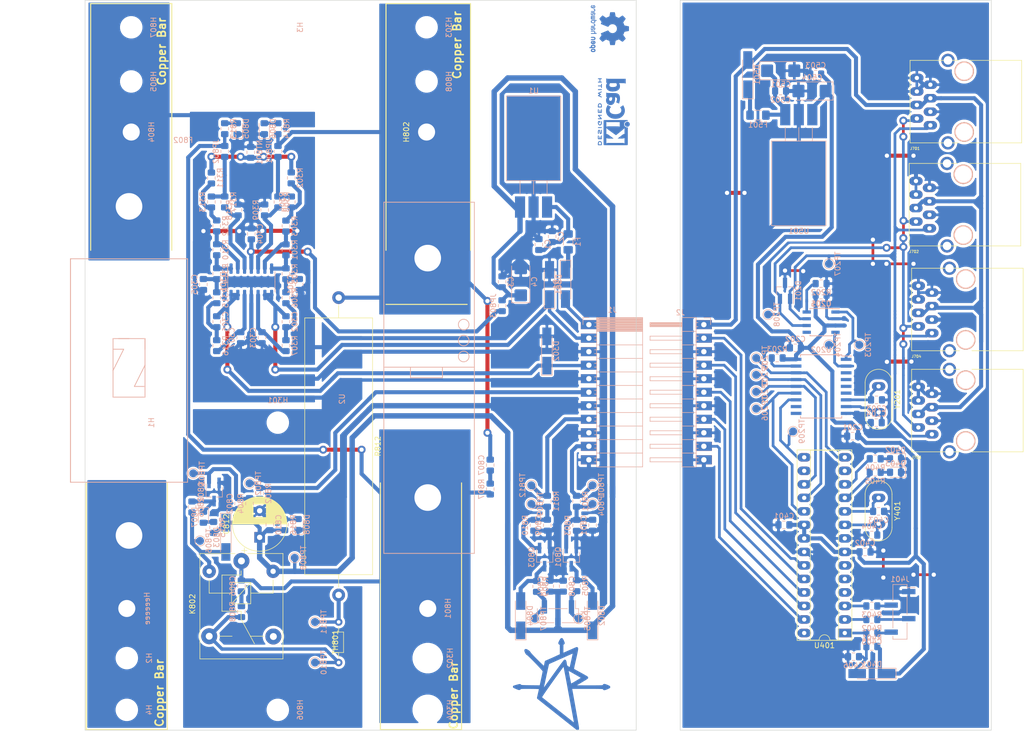
<source format=kicad_pcb>
(kicad_pcb (version 20171130) (host pcbnew 5.1.5)
  (layers (0 F.Cu jumper) (31 B.Cu signal) (34 B.Paste user) (35 F.Paste user) (36 B.SilkS user) (37 F.SilkS user) (38 B.Mask user) (39 F.Mask user) (44 Edge.Cuts user))
  (net 0 "")
  (net 1 GND)
  (net 2 +5V)
  (net 3 "Net-(C203-Pad1)")
  (net 4 "Net-(C204-Pad1)")
  (net 5 "Net-(C403-Pad1)")
  (net 6 "Net-(C404-Pad1)")
  (net 7 "Net-(C405-Pad2)")
  (net 8 "Net-(D501-Pad1)")
  (net 9 "Net-(R202-Pad1)")
  (net 10 "Net-(R203-Pad2)")
  (net 11 "Net-(J401-Pad3)")
  (net 12 "Net-(J401-Pad2)")
  (net 13 "Net-(D402-Pad2)")
  (net 14 "Net-(D403-Pad2)")
  (net 15 "Net-(C1-Pad1)")
  (net 16 GNDPWR)
  (net 17 "Net-(C501-Pad1)")
  (net 18 /CHARGER/Charge)
  (net 19 "Net-(R812-Pad2)")
  (net 20 /CHARGER/RL_ON)
  (net 21 /CHARGER/RL_OFF)
  (net 22 /CHARGER/+12V)
  (net 23 "Net-(D803-Pad2)")
  (net 24 "Net-(C802-Pad1)")
  (net 25 +12VA)
  (net 26 "Net-(R310-Pad2)")
  (net 27 /CONTROLLER/SCK)
  (net 28 /CONTROLLER/sheet5CA5A59C/CAN_H)
  (net 29 /CONTROLLER/sheet5CA5A59C/CAN_L)
  (net 30 "Net-(R310-Pad1)")
  (net 31 "Net-(R311-Pad1)")
  (net 32 /CHARGER/sig_cap+)
  (net 33 "Net-(C307-Pad1)")
  (net 34 /CHARGER/sheet5CBAED96/in2+)
  (net 35 "Net-(R317-Pad1)")
  (net 36 /CONTROLLER/sheet5CA5A59C/RXCAN)
  (net 37 /CONTROLLER/MISO)
  (net 38 /CONTROLLER/sheet5CA5A59C/TXCAN)
  (net 39 /CONTROLLER/sheet5CA5A59C/INT)
  (net 40 /CONTROLLER/sheet5CA5A59C/CS)
  (net 41 /CHARGER/sheet5CBAED96/in1+)
  (net 42 "Net-(C303-Pad1)")
  (net 43 /CHARGER/sig_bat+)
  (net 44 "Net-(R302-Pad1)")
  (net 45 "Net-(R301-Pad1)")
  (net 46 /CONTROLLER/MOSI)
  (net 47 "Net-(R301-Pad2)")
  (net 48 "Net-(R308-Pad1)")
  (net 49 /CHARGER/+CAP)
  (net 50 "Net-(C302-Pad1)")
  (net 51 /CHARGER/S_RL_ON)
  (net 52 /CHARGER/U_BAT+)
  (net 53 "Net-(D805-Pad2)")
  (net 54 "Net-(C809-Pad1)")
  (net 55 "Net-(D804-Pad2)")
  (net 56 "Net-(C806-Pad2)")
  (net 57 "Net-(C807-Pad2)")
  (net 58 "Net-(D802-Pad2)")
  (net 59 "Net-(C801-Pad1)")
  (net 60 /CONTROLLER/sheet5CA5A59D/LED1)
  (net 61 /CONTROLLER/sheet5CA5A59D/LED2)
  (net 62 /CONTROLLER/sheet5CA5A59D/USART_TX)
  (net 63 "Net-(D808-Pad2)")
  (net 64 "Net-(D806-Pad2)")
  (net 65 "Net-(D807-Pad2)")
  (net 66 "Net-(C305-Pad1)")
  (net 67 /CONTROLLER/sheet5CA5A59D/USART_RX)
  (net 68 GNDA)
  (net 69 "Net-(C306-Pad1)")
  (net 70 /CONTROLLER/sheet5CA5A59D/RESET)
  (net 71 "Net-(C301-Pad1)")
  (net 72 /CHARGER/+18V_IN)
  (net 73 /CHARGER/U_BAT-)
  (net 74 /CONTROLLER/+18V_OUT)
  (net 75 /CONTROLLER/sig_cap+)
  (net 76 /CONTROLLER/sig_bat+)
  (net 77 /CONTROLLER/RL_OFF)
  (net 78 /CONTROLLER/RL_ON)
  (net 79 /CONTROLLER/Charge)
  (net 80 /CHARGER/CH)
  (net 81 "Net-(D1-Pad1)")
  (net 82 "Net-(K1-Pad3)")
  (net 83 "Net-(K1-Pad1)")
  (net 84 "Net-(K802-Pad4)")
  (net 85 "Net-(U201-Pad5)")
  (net 86 "Net-(U202-Pad3)")
  (net 87 "Net-(U202-Pad4)")
  (net 88 "Net-(U202-Pad5)")
  (net 89 "Net-(U202-Pad6)")
  (net 90 "Net-(U202-Pad10)")
  (net 91 "Net-(U202-Pad11)")
  (net 92 "Net-(U401-Pad16)")
  (net 93 "Net-(U401-Pad4)")
  (net 94 "Net-(U401-Pad5)")
  (net 95 "Net-(U401-Pad6)")
  (net 96 "Net-(U401-Pad13)")
  (net 97 "Net-(U401-Pad28)")
  (module Symbol:OSHW-Logo2_9.8x8mm_Copper (layer B.Cu) (at 161.2 40.929 90)
    (fp_text reference LOGO2 hide)
    (fp_text value Logo_Open_Hardware_Small hide)
    (fp_poly (pts (xy 0.139878 3.712224) (xy 0.245612 3.711645) (xy 0.322132 3.710078) (xy 0.374372 3.707028) (xy 0.407263 3.702004) (xy 0.425737 3.694511) (xy 0.434727 3.684056) (xy 0.439163 3.670147) (xy 0.439594 3.668346) (xy 0.446333 3.635855) (xy 0.458808 3.571748) (xy 0.475719 3.482849) (xy 0.495771 3.375981) (xy 0.517664 3.257967) (xy 0.518429 3.253822) (xy 0.540359 3.138169) (xy 0.560877 3.035986) (xy 0.578659 2.953402) (xy 0.592381 2.896544) (xy 0.600718 2.871542) (xy 0.601116 2.871099) (xy 0.625677 2.85889) (xy 0.676315 2.838544) (xy 0.742095 2.814455) (xy 0.742461 2.814326) (xy 0.825317 2.783182) (xy 0.923 2.743509) (xy 1.015077 2.703619) (xy 1.019434 2.701647) (xy 1.169407 2.63358) (xy 1.501498 2.860361) (xy 1.603374 2.929496) (xy 1.695657 2.991303) (xy 1.773003 3.042267) (xy 1.830064 3.078873) (xy 1.861495 3.097606) (xy 1.864479 3.098996) (xy 1.887321 3.09281) (xy 1.929982 3.062965) (xy 1.994128 3.008053) (xy 2.081421 2.926666) (xy 2.170535 2.840078) (xy 2.256441 2.754753) (xy 2.333327 2.676892) (xy 2.396564 2.611303) (xy 2.441523 2.562795) (xy 2.463576 2.536175) (xy 2.464396 2.534805) (xy 2.466834 2.516537) (xy 2.45765 2.486705) (xy 2.434574 2.441279) (xy 2.395337 2.37623) (xy 2.33767 2.28753) (xy 2.260795 2.173343) (xy 2.19257 2.072838) (xy 2.131582 1.982697) (xy 2.081356 1.908151) (xy 2.045416 1.854435) (xy 2.027287 1.826782) (xy 2.026146 1.824905) (xy 2.028359 1.79841) (xy 2.045138 1.746914) (xy 2.073142 1.680149) (xy 2.083122 1.658828) (xy 2.126672 1.563841) (xy 2.173134 1.456063) (xy 2.210877 1.362808) (xy 2.238073 1.293594) (xy 2.259675 1.240994) (xy 2.272158 1.213503) (xy 2.273709 1.211384) (xy 2.296668 1.207876) (xy 2.350786 1.198262) (xy 2.428868 1.183911) (xy 2.523719 1.166193) (xy 2.628143 1.146475) (xy 2.734944 1.126126) (xy 2.836926 1.106514) (xy 2.926894 1.089009) (xy 2.997653 1.074978) (xy 3.042006 1.065791) (xy 3.052885 1.063193) (xy 3.064122 1.056782) (xy 3.072605 1.042303) (xy 3.078714 1.014867) (xy 3.082832 0.969589) (xy 3.085341 0.90158) (xy 3.086621 0.805953) (xy 3.087054 0.67782) (xy 3.087077 0.625299) (xy 3.087077 0.198155) (xy 2.9845 0.177909) (xy 2.927431 0.16693) (xy 2.842269 0.150905) (xy 2.739372 0.131767) (xy 2.629096 0.111449) (xy 2.598615 0.105868) (xy 2.496855 0.086083) (xy 2.408205 0.066627) (xy 2.340108 0.049303) (xy 2.300004 0.035912) (xy 2.293323 0.031921) (xy 2.276919 0.003658) (xy 2.253399 -0.051109) (xy 2.227316 -0.121588) (xy 2.222142 -0.136769) (xy 2.187956 -0.230896) (xy 2.145523 -0.337101) (xy 2.103997 -0.432473) (xy 2.103792 -0.432916) (xy 2.03464 -0.582525) (xy 2.489512 -1.251617) (xy 2.1975 -1.544116) (xy 2.10918 -1.63117) (xy 2.028625 -1.707909) (xy 1.96036 -1.770237) (xy 1.908908 -1.814056) (xy 1.878794 -1.83527) (xy 1.874474 -1.836616) (xy 1.849111 -1.826016) (xy 1.797358 -1.796547) (xy 1.724868 -1.751705) (xy 1.637294 -1.694984) (xy 1.542612 -1.631462) (xy 1.446516 -1.566668) (xy 1.360837 -1.510287) (xy 1.291016 -1.465788) (xy 1.242494 -1.436639) (xy 1.220782 -1.426308) (xy 1.194293 -1.43505) (xy 1.144062 -1.458087) (xy 1.080451 -1.490631) (xy 1.073708 -1.494249) (xy 0.988046 -1.53721) (xy 0.929306 -1.558279) (xy 0.892772 -1.558503) (xy 0.873731 -1.538928) (xy 0.87362 -1.538654) (xy 0.864102 -1.515472) (xy 0.841403 -1.460441) (xy 0.807282 -1.377822) (xy 0.7635 -1.271872) (xy 0.711816 -1.146852) (xy 0.653992 -1.00702) (xy 0.597991 -0.871637) (xy 0.536447 -0.722234) (xy 0.479939 -0.583832) (xy 0.430161 -0.460673) (xy 0.388806 -0.357002) (xy 0.357568 -0.277059) (xy 0.338141 -0.225088) (xy 0.332154 -0.205692) (xy 0.347168 -0.183443) (xy 0.386439 -0.147982) (xy 0.438807 -0.108887) (xy 0.587941 0.014755) (xy 0.704511 0.156478) (xy 0.787118 0.313296) (xy 0.834366 0.482225) (xy 0.844857 0.660278) (xy 0.837231 0.742461) (xy 0.795682 0.912969) (xy 0.724123 1.063541) (xy 0.626995 1.192691) (xy 0.508734 1.298936) (xy 0.37378 1.38079) (xy 0.226571 1.436768) (xy 0.071544 1.465385) (xy -0.086861 1.465156) (xy -0.244206 1.434595) (xy -0.396054 1.372218) (xy -0.537965 1.27654) (xy -0.597197 1.222428) (xy -0.710797 1.08348) (xy -0.789894 0.931639) (xy -0.835014 0.771333) (xy -0.846684 0.606988) (xy -0.825431 0.443029) (xy -0.77178 0.283882) (xy -0.68626 0.133975) (xy -0.569395 -0.002267) (xy -0.438807 -0.108887) (xy -0.384412 -0.149642) (xy -0.345986 -0.184718) (xy -0.332154 -0.205726) (xy -0.339397 -0.228635) (xy -0.359995 -0.283365) (xy -0.392254 -0.365672) (xy -0.434479 -0.471315) (xy -0.484977 -0.59605) (xy -0.542052 -0.735636) (xy -0.598146 -0.87167) (xy -0.660033 -1.021201) (xy -0.717356 -1.159767) (xy -0.768356 -1.283107) (xy -0.811273 -1.386964) (xy -0.844347 -1.46708) (xy -0.865819 -1.519195) (xy -0.873775 -1.538654) (xy -0.892571 -1.558423) (xy -0.928926 -1.558365) (xy -0.987521 -1.537441) (xy -1.073032 -1.494613) (xy -1.073708 -1.494249) (xy -1.138093 -1.461012) (xy -1.190139 -1.436802) (xy -1.219488 -1.426404) (xy -1.220783 -1.426308) (xy -1.242876 -1.436855) (xy -1.291652 -1.466184) (xy -1.361669 -1.510827) (xy -1.447486 -1.567314) (xy -1.542612 -1.631462) (xy -1.63946 -1.696411) (xy -1.726747 -1.752896) (xy -1.798819 -1.797421) (xy -1.850023 -1.82649) (xy -1.874474 -1.836616) (xy -1.89699 -1.823307) (xy -1.942258 -1.786112) (xy -2.005756 -1.729128) (xy -2.082961 -1.656449) (xy -2.169349 -1.572171) (xy -2.197601 -1.544016) (xy -2.489713 -1.251416) (xy -2.267369 -0.925104) (xy -2.199798 -0.824897) (xy -2.140493 -0.734963) (xy -2.092783 -0.66051) (xy -2.059993 -0.606751) (xy -2.045452 -0.578894) (xy -2.045026 -0.576912) (xy -2.052692 -0.550655) (xy -2.073311 -0.497837) (xy -2.103315 -0.42731) (xy -2.124375 -0.380093) (xy -2.163752 -0.289694) (xy -2.200835 -0.198366) (xy -2.229585 -0.1212) (xy -2.237395 -0.097692) (xy -2.259583 -0.034916) (xy -2.281273 0.013589) (xy -2.293187 0.031921) (xy -2.319477 0.043141) (xy -2.376858 0.059046) (xy -2.457882 0.077833) (xy -2.555105 0.097701) (xy -2.598615 0.105868) (xy -2.709104 0.126171) (xy -2.815084 0.14583) (xy -2.906199 0.162912) (xy -2.972092 0.175482) (xy -2.9845 0.177909) (xy -3.087077 0.198155) (xy -3.087077 0.625299) (xy -3.086847 0.765754) (xy -3.085901 0.872021) (xy -3.083859 0.948987) (xy -3.080338 1.00154) (xy -3.074957 1.034567) (xy -3.067334 1.052955) (xy -3.057088 1.061592) (xy -3.052885 1.063193) (xy -3.02753 1.068873) (xy -2.971516 1.080205) (xy -2.892036 1.095821) (xy -2.796288 1.114353) (xy -2.691467 1.134431) (xy -2.584768 1.154688) (xy -2.483387 1.173754) (xy -2.394521 1.190261) (xy -2.325363 1.202841) (xy -2.283111 1.210125) (xy -2.27371 1.211384) (xy -2.265193 1.228237) (xy -2.24634 1.27313) (xy -2.220676 1.33757) (xy -2.210877 1.362808) (xy -2.171352 1.460314) (xy -2.124808 1.568041) (xy -2.083123 1.658828) (xy -2.05245 1.728247) (xy -2.032044 1.78529) (xy -2.025232 1.820223) (xy -2.026318 1.824905) (xy -2.040715 1.847009) (xy -2.073588 1.896169) (xy -2.12141 1.967152) (xy -2.180652 2.054722) (xy -2.247785 2.153643) (xy -2.261059 2.17317) (xy -2.338954 2.28886) (xy -2.396213 2.376956) (xy -2.435119 2.441514) (xy -2.457956 2.486589) (xy -2.467006 2.516237) (xy -2.464552 2.534515) (xy -2.464489 2.534631) (xy -2.445173 2.558639) (xy -2.402449 2.605053) (xy -2.340949 2.669063) (xy -2.265302 2.745855) (xy -2.180139 2.830618) (xy -2.170535 2.840078) (xy -2.06321 2.944011) (xy -1.980385 3.020325) (xy -1.920395 3.070429) (xy -1.881577 3.09573) (xy -1.86448 3.098996) (xy -1.839527 3.08475) (xy -1.787745 3.051844) (xy -1.71448 3.003792) (xy -1.62508 2.94411) (xy -1.524889 2.876312) (xy -1.501499 2.860361) (xy -1.169407 2.63358) (xy -1.019435 2.701647) (xy -0.92823 2.741315) (xy -0.830331 2.781209) (xy -0.746169 2.813017) (xy -0.742462 2.814326) (xy -0.676631 2.838424) (xy -0.625884 2.8588) (xy -0.601158 2.871064) (xy -0.601116 2.871099) (xy -0.593271 2.893266) (xy -0.579934 2.947783) (xy -0.56243 3.02852) (xy -0.542083 3.12935) (xy -0.520218 3.244144) (xy -0.518429 3.253822) (xy -0.496496 3.372096) (xy -0.47636 3.479458) (xy -0.45932 3.569083) (xy -0.446672 3.634149) (xy -0.439716 3.667832) (xy -0.439594 3.668346) (xy -0.435361 3.682675) (xy -0.427129 3.693493) (xy -0.409967 3.701294) (xy -0.378942 3.706571) (xy -0.329122 3.709818) (xy -0.255576 3.711528) (xy -0.153371 3.712193) (xy -0.017575 3.712307) (xy 0 3.712308) (xy 0.139878 3.712224)) (layer B.Cu) (width 0.01))
    (fp_poly (pts (xy 4.245224 -2.647838) (xy 4.322528 -2.698361) (xy 4.359814 -2.74359) (xy 4.389353 -2.825663) (xy 4.391699 -2.890607) (xy 4.386385 -2.977445) (xy 4.186115 -3.065103) (xy 4.088739 -3.109887) (xy 4.025113 -3.145913) (xy 3.992029 -3.177117) (xy 3.98628 -3.207436) (xy 4.004658 -3.240805) (xy 4.024923 -3.262923) (xy 4.083889 -3.298393) (xy 4.148024 -3.300879) (xy 4.206926 -3.273235) (xy 4.250197 -3.21832) (xy 4.257936 -3.198928) (xy 4.295006 -3.138364) (xy 4.337654 -3.112552) (xy 4.396154 -3.090471) (xy 4.396154 -3.174184) (xy 4.390982 -3.23115) (xy 4.370723 -3.279189) (xy 4.328262 -3.334346) (xy 4.321951 -3.341514) (xy 4.27472 -3.390585) (xy 4.234121 -3.41692) (xy 4.183328 -3.429035) (xy 4.14122 -3.433003) (xy 4.065902 -3.433991) (xy 4.012286 -3.421466) (xy 3.978838 -3.402869) (xy 3.926268 -3.361975) (xy 3.889879 -3.317748) (xy 3.86685 -3.262126) (xy 3.854359 -3.187047) (xy 3.849587 -3.084449) (xy 3.849206 -3.032376) (xy 3.850501 -2.969948) (xy 3.968471 -2.969948) (xy 3.969839 -3.003438) (xy 3.973249 -3.008923) (xy 3.995753 -3.001472) (xy 4.044182 -2.981753) (xy 4.108908 -2.953718) (xy 4.122443 -2.947692) (xy 4.204244 -2.906096) (xy 4.249312 -2.869538) (xy 4.259217 -2.835296) (xy 4.235526 -2.800648) (xy 4.21596 -2.785339) (xy 4.14536 -2.754721) (xy 4.07928 -2.75978) (xy 4.023959 -2.797151) (xy 3.985636 -2.863473) (xy 3.973349 -2.916116) (xy 3.968471 -2.969948) (xy 3.850501 -2.969948) (xy 3.85173 -2.91072) (xy 3.861032 -2.82071) (xy 3.87946 -2.755167) (xy 3.90936 -2.706912) (xy 3.95308 -2.668767) (xy 3.972141 -2.65644) (xy 4.058726 -2.624336) (xy 4.153522 -2.622316) (xy 4.245224 -2.647838)) (layer B.Cu) (width 0.01))
    (fp_poly (pts (xy 3.570807 -2.636782) (xy 3.594161 -2.646988) (xy 3.649902 -2.691134) (xy 3.697569 -2.754967) (xy 3.727048 -2.823087) (xy 3.731846 -2.85667) (xy 3.71576 -2.903556) (xy 3.680475 -2.928365) (xy 3.642644 -2.943387) (xy 3.625321 -2.946155) (xy 3.616886 -2.926066) (xy 3.60023 -2.882351) (xy 3.592923 -2.862598) (xy 3.551948 -2.794271) (xy 3.492622 -2.760191) (xy 3.416552 -2.761239) (xy 3.410918 -2.762581) (xy 3.370305 -2.781836) (xy 3.340448 -2.819375) (xy 3.320055 -2.879809) (xy 3.307836 -2.967751) (xy 3.3025 -3.087813) (xy 3.302 -3.151698) (xy 3.301752 -3.252403) (xy 3.300126 -3.321054) (xy 3.295801 -3.364673) (xy 3.287454 -3.390282) (xy 3.273765 -3.404903) (xy 3.253411 -3.415558) (xy 3.252234 -3.416095) (xy 3.213038 -3.432667) (xy 3.193619 -3.438769) (xy 3.190635 -3.420319) (xy 3.188081 -3.369323) (xy 3.18614 -3.292308) (xy 3.184997 -3.195805) (xy 3.184769 -3.125184) (xy 3.185932 -2.988525) (xy 3.190479 -2.884851) (xy 3.199999 -2.808108) (xy 3.216081 -2.752246) (xy 3.240313 -2.711212) (xy 3.274286 -2.678954) (xy 3.307833 -2.65644) (xy 3.388499 -2.626476) (xy 3.482381 -2.619718) (xy 3.570807 -2.636782)) (layer B.Cu) (width 0.01))
    (fp_poly (pts (xy 2.887333 -2.633528) (xy 2.94359 -2.659117) (xy 2.987747 -2.690124) (xy 3.020101 -2.724795) (xy 3.042438 -2.76952) (xy 3.056546 -2.830692) (xy 3.064211 -2.914701) (xy 3.06722 -3.02794) (xy 3.067538 -3.102509) (xy 3.067538 -3.39342) (xy 3.017773 -3.416095) (xy 2.978576 -3.432667) (xy 2.959157 -3.438769) (xy 2.955442 -3.42061) (xy 2.952495 -3.371648) (xy 2.950691 -3.300153) (xy 2.950308 -3.243385) (xy 2.948661 -3.161371) (xy 2.944222 -3.096309) (xy 2.93774 -3.056467) (xy 2.93259 -3.048) (xy 2.897977 -3.056646) (xy 2.84364 -3.078823) (xy 2.780722 -3.108886) (xy 2.720368 -3.141192) (xy 2.673721 -3.170098) (xy 2.651926 -3.189961) (xy 2.651839 -3.190175) (xy 2.653714 -3.226935) (xy 2.670525 -3.262026) (xy 2.700039 -3.290528) (xy 2.743116 -3.300061) (xy 2.779932 -3.29895) (xy 2.832074 -3.298133) (xy 2.859444 -3.310349) (xy 2.875882 -3.342624) (xy 2.877955 -3.34871) (xy 2.885081 -3.394739) (xy 2.866024 -3.422687) (xy 2.816353 -3.436007) (xy 2.762697 -3.43847) (xy 2.666142 -3.42021) (xy 2.616159 -3.394131) (xy 2.554429 -3.332868) (xy 2.52169 -3.25767) (xy 2.518753 -3.178211) (xy 2.546424 -3.104167) (xy 2.588047 -3.057769) (xy 2.629604 -3.031793) (xy 2.694922 -2.998907) (xy 2.771038 -2.965557) (xy 2.783726 -2.960461) (xy 2.867333 -2.923565) (xy 2.91553 -2.891046) (xy 2.93103 -2.858718) (xy 2.91655 -2.822394) (xy 2.891692 -2.794) (xy 2.832939 -2.759039) (xy 2.768293 -2.756417) (xy 2.709008 -2.783358) (xy 2.666339 -2.837088) (xy 2.660739 -2.85095) (xy 2.628133 -2.901936) (xy 2.58053 -2.939787) (xy 2.520461 -2.97085) (xy 2.520461 -2.882768) (xy 2.523997 -2.828951) (xy 2.539156 -2.786534) (xy 2.572768 -2.741279) (xy 2.605035 -2.70642) (xy 2.655209 -2.657062) (xy 2.694193 -2.630547) (xy 2.736064 -2.619911) (xy 2.78346 -2.618154) (xy 2.887333 -2.633528)) (layer B.Cu) (width 0.01))
    (fp_poly (pts (xy 2.395929 -2.636662) (xy 2.398911 -2.688068) (xy 2.401247 -2.766192) (xy 2.402749 -2.864857) (xy 2.403231 -2.968343) (xy 2.403231 -3.318533) (xy 2.341401 -3.380363) (xy 2.298793 -3.418462) (xy 2.26139 -3.433895) (xy 2.21027 -3.432918) (xy 2.189978 -3.430433) (xy 2.126554 -3.4232) (xy 2.074095 -3.419055) (xy 2.061308 -3.418672) (xy 2.018199 -3.421176) (xy 1.956544 -3.427462) (xy 1.932638 -3.430433) (xy 1.873922 -3.435028) (xy 1.834464 -3.425046) (xy 1.795338 -3.394228) (xy 1.781215 -3.380363) (xy 1.719385 -3.318533) (xy 1.719385 -2.663503) (xy 1.76915 -2.640829) (xy 1.812002 -2.624034) (xy 1.837073 -2.618154) (xy 1.843501 -2.636736) (xy 1.849509 -2.688655) (xy 1.854697 -2.768172) (xy 1.858664 -2.869546) (xy 1.860577 -2.955192) (xy 1.865923 -3.292231) (xy 1.91256 -3.298825) (xy 1.954976 -3.294214) (xy 1.97576 -3.279287) (xy 1.98157 -3.251377) (xy 1.98653 -3.191925) (xy 1.990246 -3.108466) (xy 1.992324 -3.008532) (xy 1.992624 -2.957104) (xy 1.992923 -2.661054) (xy 2.054454 -2.639604) (xy 2.098004 -2.62502) (xy 2.121694 -2.618219) (xy 2.122377 -2.618154) (xy 2.124754 -2.636642) (xy 2.127366 -2.687906) (xy 2.129995 -2.765649) (xy 2.132421 -2.863574) (xy 2.134115 -2.955192) (xy 2.139461 -3.292231) (xy 2.256692 -3.292231) (xy 2.262072 -2.984746) (xy 2.267451 -2.677261) (xy 2.324601 -2.647707) (xy 2.366797 -2.627413) (xy 2.39177 -2.618204) (xy 2.392491 -2.618154) (xy 2.395929 -2.636662)) (layer B.Cu) (width 0.01))
    (fp_poly (pts (xy 1.602081 -2.780289) (xy 1.601833 -2.92632) (xy 1.600872 -3.038655) (xy 1.598794 -3.122678) (xy 1.595193 -3.183769) (xy 1.589665 -3.227309) (xy 1.581804 -3.258679) (xy 1.571207 -3.283262) (xy 1.563182 -3.297294) (xy 1.496728 -3.373388) (xy 1.41247 -3.421084) (xy 1.319249 -3.438199) (xy 1.2259 -3.422546) (xy 1.170312 -3.394418) (xy 1.111957 -3.34576) (xy 1.072186 -3.286333) (xy 1.04819 -3.208507) (xy 1.037161 -3.104652) (xy 1.035599 -3.028462) (xy 1.035809 -3.022986) (xy 1.172308 -3.022986) (xy 1.173141 -3.110355) (xy 1.176961 -3.168192) (xy 1.185746 -3.206029) (xy 1.201474 -3.233398) (xy 1.220266 -3.254042) (xy 1.283375 -3.29389) (xy 1.351137 -3.297295) (xy 1.415179 -3.264025) (xy 1.420164 -3.259517) (xy 1.441439 -3.236067) (xy 1.454779 -3.208166) (xy 1.462001 -3.166641) (xy 1.464923 -3.102316) (xy 1.465385 -3.0312) (xy 1.464383 -2.941858) (xy 1.460238 -2.882258) (xy 1.451236 -2.843089) (xy 1.435667 -2.81504) (xy 1.422902 -2.800144) (xy 1.3636 -2.762575) (xy 1.295301 -2.758057) (xy 1.23011 -2.786753) (xy 1.217528 -2.797406) (xy 1.196111 -2.821063) (xy 1.182744 -2.849251) (xy 1.175566 -2.891245) (xy 1.172719 -2.956319) (xy 1.172308 -3.022986) (xy 1.035809 -3.022986) (xy 1.040322 -2.905765) (xy 1.056362 -2.813577) (xy 1.086528 -2.744269) (xy 1.133629 -2.690211) (xy 1.170312 -2.662505) (xy 1.23699 -2.632572) (xy 1.314272 -2.618678) (xy 1.38611 -2.622397) (xy 1.426308 -2.6374) (xy 1.442082 -2.64167) (xy 1.45255 -2.62575) (xy 1.459856 -2.583089) (xy 1.465385 -2.518106) (xy 1.471437 -2.445732) (xy 1.479844 -2.402187) (xy 1.495141 -2.377287) (xy 1.521864 -2.360845) (xy 1.538654 -2.353564) (xy 1.602154 -2.326963) (xy 1.602081 -2.780289)) (layer B.Cu) (width 0.01))
    (fp_poly (pts (xy 0.713362 -2.62467) (xy 0.802117 -2.657421) (xy 0.874022 -2.71535) (xy 0.902144 -2.756128) (xy 0.932802 -2.830954) (xy 0.932165 -2.885058) (xy 0.899987 -2.921446) (xy 0.888081 -2.927633) (xy 0.836675 -2.946925) (xy 0.810422 -2.941982) (xy 0.80153 -2.909587) (xy 0.801077 -2.891692) (xy 0.784797 -2.825859) (xy 0.742365 -2.779807) (xy 0.683388 -2.757564) (xy 0.617475 -2.763161) (xy 0.563895 -2.792229) (xy 0.545798 -2.80881) (xy 0.532971 -2.828925) (xy 0.524306 -2.859332) (xy 0.518696 -2.906788) (xy 0.515035 -2.97805) (xy 0.512215 -3.079875) (xy 0.511484 -3.112115) (xy 0.50882 -3.22241) (xy 0.505792 -3.300036) (xy 0.50125 -3.351396) (xy 0.494046 -3.38289) (xy 0.483033 -3.40092) (xy 0.46706 -3.411888) (xy 0.456834 -3.416733) (xy 0.413406 -3.433301) (xy 0.387842 -3.438769) (xy 0.379395 -3.420507) (xy 0.374239 -3.365296) (xy 0.372346 -3.272499) (xy 0.373689 -3.141478) (xy 0.374107 -3.121269) (xy 0.377058 -3.001733) (xy 0.380548 -2.914449) (xy 0.385514 -2.852591) (xy 0.392893 -2.809336) (xy 0.403624 -2.77786) (xy 0.418645 -2.751339) (xy 0.426502 -2.739975) (xy 0.471553 -2.689692) (xy 0.52194 -2.650581) (xy 0.528108 -2.647167) (xy 0.618458 -2.620212) (xy 0.713362 -2.62467)) (layer B.Cu) (width 0.01))
    (fp_poly (pts (xy 0.053501 -2.626303) (xy 0.13006 -2.654733) (xy 0.130936 -2.655279) (xy 0.178285 -2.690127) (xy 0.213241 -2.730852) (xy 0.237825 -2.783925) (xy 0.254062 -2.855814) (xy 0.263975 -2.952992) (xy 0.269586 -3.081928) (xy 0.270077 -3.100298) (xy 0.277141 -3.377287) (xy 0.217695 -3.408028) (xy 0.174681 -3.428802) (xy 0.14871 -3.438646) (xy 0.147509 -3.438769) (xy 0.143014 -3.420606) (xy 0.139444 -3.371612) (xy 0.137248 -3.300031) (xy 0.136769 -3.242068) (xy 0.136758 -3.14817) (xy 0.132466 -3.089203) (xy 0.117503 -3.061079) (xy 0.085482 -3.059706) (xy 0.030014 -3.080998) (xy -0.053731 -3.120136) (xy -0.115311 -3.152643) (xy -0.146983 -3.180845) (xy -0.156294 -3.211582) (xy -0.156308 -3.213104) (xy -0.140943 -3.266054) (xy -0.095453 -3.29466) (xy -0.025834 -3.298803) (xy 0.024313 -3.298084) (xy 0.050754 -3.312527) (xy 0.067243 -3.347218) (xy 0.076733 -3.391416) (xy 0.063057 -3.416493) (xy 0.057907 -3.420082) (xy 0.009425 -3.434496) (xy -0.058469 -3.436537) (xy -0.128388 -3.426983) (xy -0.177932 -3.409522) (xy -0.24643 -3.351364) (xy -0.285366 -3.270408) (xy -0.293077 -3.20716) (xy -0.287193 -3.150111) (xy -0.265899 -3.103542) (xy -0.223735 -3.062181) (xy -0.155241 -3.020755) (xy -0.054956 -2.973993) (xy -0.048846 -2.97135) (xy 0.04149 -2.929617) (xy 0.097235 -2.895391) (xy 0.121129 -2.864635) (xy 0.115913 -2.833311) (xy 0.084328 -2.797383) (xy 0.074883 -2.789116) (xy 0.011617 -2.757058) (xy -0.053936 -2.758407) (xy -0.111028 -2.789838) (xy -0.148907 -2.848024) (xy -0.152426 -2.859446) (xy -0.1867 -2.914837) (xy -0.230191 -2.941518) (xy -0.293077 -2.96796) (xy -0.293077 -2.899548) (xy -0.273948 -2.80011) (xy -0.217169 -2.708902) (xy -0.187622 -2.678389) (xy -0.120458 -2.639228) (xy -0.035044 -2.6215) (xy 0.053501 -2.626303)) (layer B.Cu) (width 0.01))
    (fp_poly (pts (xy -0.840154 -2.49212) (xy -0.834428 -2.57198) (xy -0.827851 -2.619039) (xy -0.818738 -2.639566) (xy -0.805402 -2.639829) (xy -0.801077 -2.637378) (xy -0.743556 -2.619636) (xy -0.668732 -2.620672) (xy -0.592661 -2.63891) (xy -0.545082 -2.662505) (xy -0.496298 -2.700198) (xy -0.460636 -2.742855) (xy -0.436155 -2.797057) (xy -0.420913 -2.869384) (xy -0.41297 -2.966419) (xy -0.410384 -3.094742) (xy -0.410338 -3.119358) (xy -0.410308 -3.39587) (xy -0.471839 -3.41732) (xy -0.515541 -3.431912) (xy -0.539518 -3.438706) (xy -0.540223 -3.438769) (xy -0.542585 -3.420345) (xy -0.544594 -3.369526) (xy -0.546099 -3.292993) (xy -0.546947 -3.19743) (xy -0.547077 -3.139329) (xy -0.547349 -3.024771) (xy -0.548748 -2.942667) (xy -0.552151 -2.886393) (xy -0.558433 -2.849326) (xy -0.568471 -2.824844) (xy -0.583139 -2.806325) (xy -0.592298 -2.797406) (xy -0.655211 -2.761466) (xy -0.723864 -2.758775) (xy -0.786152 -2.78917) (xy -0.797671 -2.800144) (xy -0.814567 -2.820779) (xy -0.826286 -2.845256) (xy -0.833767 -2.880647) (xy -0.837946 -2.934026) (xy -0.839763 -3.012466) (xy -0.840154 -3.120617) (xy -0.840154 -3.39587) (xy -0.901685 -3.41732) (xy -0.945387 -3.431912) (xy -0.969364 -3.438706) (xy -0.97007 -3.438769) (xy -0.971874 -3.420069) (xy -0.9735 -3.367322) (xy -0.974883 -3.285557) (xy -0.975958 -3.179805) (xy -0.97666 -3.055094) (xy -0.976923 -2.916455) (xy -0.976923 -2.381806) (xy -0.849923 -2.328236) (xy -0.840154 -2.49212)) (layer B.Cu) (width 0.01))
    (fp_poly (pts (xy -2.465746 -2.599745) (xy -2.388714 -2.651567) (xy -2.329184 -2.726412) (xy -2.293622 -2.821654) (xy -2.286429 -2.891756) (xy -2.287246 -2.921009) (xy -2.294086 -2.943407) (xy -2.312888 -2.963474) (xy -2.349592 -2.985733) (xy -2.410138 -3.014709) (xy -2.500466 -3.054927) (xy -2.500923 -3.055129) (xy -2.584067 -3.09321) (xy -2.652247 -3.127025) (xy -2.698495 -3.152933) (xy -2.715842 -3.167295) (xy -2.715846 -3.167411) (xy -2.700557 -3.198685) (xy -2.664804 -3.233157) (xy -2.623758 -3.25799) (xy -2.602963 -3.262923) (xy -2.54623 -3.245862) (xy -2.497373 -3.203133) (xy -2.473535 -3.156155) (xy -2.450603 -3.121522) (xy -2.405682 -3.082081) (xy -2.352877 -3.048009) (xy -2.30629 -3.02948) (xy -2.296548 -3.028462) (xy -2.285582 -3.045215) (xy -2.284921 -3.088039) (xy -2.29298 -3.145781) (xy -2.308173 -3.207289) (xy -2.328914 -3.261409) (xy -2.329962 -3.26351) (xy -2.392379 -3.35066) (xy -2.473274 -3.409939) (xy -2.565144 -3.439034) (xy -2.660487 -3.435634) (xy -2.751802 -3.397428) (xy -2.755862 -3.394741) (xy -2.827694 -3.329642) (xy -2.874927 -3.244705) (xy -2.901066 -3.133021) (xy -2.904574 -3.101643) (xy -2.910787 -2.953536) (xy -2.903339 -2.884468) (xy -2.715846 -2.884468) (xy -2.71341 -2.927552) (xy -2.700086 -2.940126) (xy -2.666868 -2.930719) (xy -2.614506 -2.908483) (xy -2.555976 -2.88061) (xy -2.554521 -2.879872) (xy -2.504911 -2.853777) (xy -2.485 -2.836363) (xy -2.48991 -2.818107) (xy -2.510584 -2.79412) (xy -2.563181 -2.759406) (xy -2.619823 -2.756856) (xy -2.670631 -2.782119) (xy -2.705724 -2.830847) (xy -2.715846 -2.884468) (xy -2.903339 -2.884468) (xy -2.898008 -2.835036) (xy -2.865222 -2.741055) (xy -2.819579 -2.675215) (xy -2.737198 -2.608681) (xy -2.646454 -2.575676) (xy -2.553815 -2.573573) (xy -2.465746 -2.599745)) (layer B.Cu) (width 0.01))
    (fp_poly (pts (xy -3.983114 -2.587256) (xy -3.891536 -2.635409) (xy -3.823951 -2.712905) (xy -3.799943 -2.762727) (xy -3.781262 -2.837533) (xy -3.771699 -2.932052) (xy -3.770792 -3.03521) (xy -3.778079 -3.135935) (xy -3.793097 -3.223153) (xy -3.815385 -3.285791) (xy -3.822235 -3.296579) (xy -3.903368 -3.377105) (xy -3.999734 -3.425336) (xy -4.104299 -3.43945) (xy -4.210032 -3.417629) (xy -4.239457 -3.404547) (xy -4.296759 -3.364231) (xy -4.34705 -3.310775) (xy -4.351803 -3.303995) (xy -4.371122 -3.271321) (xy -4.383892 -3.236394) (xy -4.391436 -3.190414) (xy -4.395076 -3.124584) (xy -4.396135 -3.030105) (xy -4.396154 -3.008923) (xy -4.396106 -3.002182) (xy -4.200769 -3.002182) (xy -4.199632 -3.091349) (xy -4.195159 -3.15052) (xy -4.185754 -3.188741) (xy -4.169824 -3.215053) (xy -4.161692 -3.223846) (xy -4.114942 -3.257261) (xy -4.069553 -3.255737) (xy -4.02366 -3.226752) (xy -3.996288 -3.195809) (xy -3.980077 -3.150643) (xy -3.970974 -3.07942) (xy -3.970349 -3.071114) (xy -3.968796 -2.942037) (xy -3.985035 -2.846172) (xy -4.018848 -2.784107) (xy -4.070016 -2.756432) (xy -4.08828 -2.754923) (xy -4.13624 -2.762513) (xy -4.169047 -2.788808) (xy -4.189105 -2.839095) (xy -4.198822 -2.918664) (xy -4.200769 -3.002182) (xy -4.396106 -3.002182) (xy -4.395426 -2.908249) (xy -4.392371 -2.837906) (xy -4.385678 -2.789163) (xy -4.37404 -2.753288) (xy -4.356147 -2.721548) (xy -4.352192 -2.715648) (xy -4.285733 -2.636104) (xy -4.213315 -2.589929) (xy -4.125151 -2.571599) (xy -4.095213 -2.570703) (xy -3.983114 -2.587256)) (layer B.Cu) (width 0.01))
    (fp_poly (pts (xy -1.728336 -2.595089) (xy -1.665633 -2.631358) (xy -1.622039 -2.667358) (xy -1.590155 -2.705075) (xy -1.56819 -2.751199) (xy -1.554351 -2.812421) (xy -1.546847 -2.895431) (xy -1.543883 -3.006919) (xy -1.543539 -3.087062) (xy -1.543539 -3.382065) (xy -1.709615 -3.456515) (xy -1.719385 -3.133402) (xy -1.723421 -3.012729) (xy -1.727656 -2.925141) (xy -1.732903 -2.86465) (xy -1.739975 -2.825268) (xy -1.749689 -2.801007) (xy -1.762856 -2.78588) (xy -1.767081 -2.782606) (xy -1.831091 -2.757034) (xy -1.895792 -2.767153) (xy -1.934308 -2.794) (xy -1.949975 -2.813024) (xy -1.96082 -2.837988) (xy -1.967712 -2.875834) (xy -1.971521 -2.933502) (xy -1.973117 -3.017935) (xy -1.973385 -3.105928) (xy -1.973437 -3.216323) (xy -1.975328 -3.294463) (xy -1.981655 -3.347165) (xy -1.995017 -3.381242) (xy -2.018015 -3.403511) (xy -2.053246 -3.420787) (xy -2.100303 -3.438738) (xy -2.151697 -3.458278) (xy -2.145579 -3.111485) (xy -2.143116 -2.986468) (xy -2.140233 -2.894082) (xy -2.136102 -2.827881) (xy -2.129893 -2.78142) (xy -2.120774 -2.748256) (xy -2.107917 -2.721944) (xy -2.092416 -2.698729) (xy -2.017629 -2.624569) (xy -1.926372 -2.581684) (xy -1.827117 -2.571412) (xy -1.728336 -2.595089)) (layer B.Cu) (width 0.01))
    (fp_poly (pts (xy -3.231114 -2.584505) (xy -3.156461 -2.621727) (xy -3.090569 -2.690261) (xy -3.072423 -2.715648) (xy -3.052655 -2.748866) (xy -3.039828 -2.784945) (xy -3.03249 -2.833098) (xy -3.029187 -2.902536) (xy -3.028462 -2.994206) (xy -3.031737 -3.11983) (xy -3.043123 -3.214154) (xy -3.064959 -3.284523) (xy -3.099581 -3.338286) (xy -3.14933 -3.382788) (xy -3.152986 -3.385423) (xy -3.202015 -3.412377) (xy -3.261055 -3.425712) (xy -3.336141 -3.429) (xy -3.458205 -3.429) (xy -3.458256 -3.547497) (xy -3.459392 -3.613492) (xy -3.466314 -3.652202) (xy -3.484402 -3.675419) (xy -3.519038 -3.694933) (xy -3.527355 -3.69892) (xy -3.56628 -3.717603) (xy -3.596417 -3.729403) (xy -3.618826 -3.730422) (xy -3.634567 -3.716761) (xy -3.644698 -3.684522) (xy -3.650277 -3.629804) (xy -3.652365 -3.548711) (xy -3.652019 -3.437344) (xy -3.6503 -3.291802) (xy -3.649763 -3.248269) (xy -3.647828 -3.098205) (xy -3.646096 -3.000042) (xy -3.458308 -3.000042) (xy -3.457252 -3.083364) (xy -3.452562 -3.13788) (xy -3.441949 -3.173837) (xy -3.423128 -3.201482) (xy -3.41035 -3.214965) (xy -3.35811 -3.254417) (xy -3.311858 -3.257628) (xy -3.264133 -3.225049) (xy -3.262923 -3.223846) (xy -3.243506 -3.198668) (xy -3.231693 -3.164447) (xy -3.225735 -3.111748) (xy -3.22388 -3.031131) (xy -3.223846 -3.013271) (xy -3.22833 -2.902175) (xy -3.242926 -2.825161) (xy -3.26935 -2.778147) (xy -3.309317 -2.75705) (xy -3.332416 -2.754923) (xy -3.387238 -2.7649) (xy -3.424842 -2.797752) (xy -3.447477 -2.857857) (xy -3.457394 -2.949598) (xy -3.458308 -3.000042) (xy -3.646096 -3.000042) (xy -3.645778 -2.98206) (xy -3.643127 -2.894679) (xy -3.639394 -2.830905) (xy -3.634093 -2.785582) (xy -3.626742 -2.753555) (xy -3.616857 -2.729668) (xy -3.603954 -2.708764) (xy -3.598421 -2.700898) (xy -3.525031 -2.626595) (xy -3.43224 -2.584467) (xy -3.324904 -2.572722) (xy -3.231114 -2.584505)) (layer B.Cu) (width 0.01))
  )
  (module Symbol:KiCad-Logo2_5mm_Copper (layer B.Cu) (at 162.089 56.55 90)
    (fp_text reference LOGO3 hide)
    (fp_text value Logo_Open_Hardware_Small hide)
    (fp_poly (pts (xy 6.228823 -2.274533) (xy 6.260202 -2.296776) (xy 6.287911 -2.324485) (xy 6.287911 -2.63392) (xy 6.287838 -2.725799) (xy 6.287495 -2.79784) (xy 6.286692 -2.85278) (xy 6.285241 -2.89336) (xy 6.282952 -2.922317) (xy 6.279636 -2.942391) (xy 6.275105 -2.956321) (xy 6.269169 -2.966845) (xy 6.264514 -2.9731) (xy 6.233783 -2.997673) (xy 6.198496 -3.000341) (xy 6.166245 -2.985271) (xy 6.155588 -2.976374) (xy 6.148464 -2.964557) (xy 6.144167 -2.945526) (xy 6.141991 -2.914992) (xy 6.141228 -2.868662) (xy 6.141155 -2.832871) (xy 6.141155 -2.698045) (xy 5.644444 -2.698045) (xy 5.644444 -2.8207) (xy 5.643931 -2.876787) (xy 5.641876 -2.915333) (xy 5.637508 -2.941361) (xy 5.630056 -2.959897) (xy 5.621047 -2.9731) (xy 5.590144 -2.997604) (xy 5.555196 -3.000506) (xy 5.521738 -2.983089) (xy 5.512604 -2.973959) (xy 5.506152 -2.961855) (xy 5.501897 -2.943001) (xy 5.499352 -2.91362) (xy 5.498029 -2.869937) (xy 5.497443 -2.808175) (xy 5.497375 -2.794) (xy 5.496891 -2.677631) (xy 5.496641 -2.581727) (xy 5.496723 -2.504177) (xy 5.497231 -2.442869) (xy 5.498262 -2.39569) (xy 5.499913 -2.36053) (xy 5.502279 -2.335276) (xy 5.505457 -2.317817) (xy 5.509544 -2.306041) (xy 5.514634 -2.297835) (xy 5.520266 -2.291645) (xy 5.552128 -2.271844) (xy 5.585357 -2.274533) (xy 5.616735 -2.296776) (xy 5.629433 -2.311126) (xy 5.637526 -2.326978) (xy 5.642042 -2.349554) (xy 5.644006 -2.384078) (xy 5.644444 -2.435776) (xy 5.644444 -2.551289) (xy 6.141155 -2.551289) (xy 6.141155 -2.432756) (xy 6.141662 -2.378148) (xy 6.143698 -2.341275) (xy 6.148035 -2.317307) (xy 6.155447 -2.301415) (xy 6.163733 -2.291645) (xy 6.195594 -2.271844) (xy 6.228823 -2.274533)) (layer B.Cu) (width 0.01))
    (fp_poly (pts (xy 4.963065 -2.269163) (xy 5.041772 -2.269542) (xy 5.102863 -2.270333) (xy 5.148817 -2.27167) (xy 5.182114 -2.273683) (xy 5.205236 -2.276506) (xy 5.220662 -2.280269) (xy 5.230871 -2.285105) (xy 5.235813 -2.288822) (xy 5.261457 -2.321358) (xy 5.264559 -2.355138) (xy 5.248711 -2.385826) (xy 5.238348 -2.398089) (xy 5.227196 -2.40645) (xy 5.211035 -2.411657) (xy 5.185642 -2.414457) (xy 5.146798 -2.415596) (xy 5.09028 -2.415821) (xy 5.07918 -2.415822) (xy 4.933244 -2.415822) (xy 4.933244 -2.686756) (xy 4.933148 -2.772154) (xy 4.932711 -2.837864) (xy 4.931712 -2.886774) (xy 4.929928 -2.921773) (xy 4.927137 -2.945749) (xy 4.923117 -2.961593) (xy 4.917645 -2.972191) (xy 4.910666 -2.980267) (xy 4.877734 -3.000112) (xy 4.843354 -2.998548) (xy 4.812176 -2.975906) (xy 4.809886 -2.9731) (xy 4.802429 -2.962492) (xy 4.796747 -2.950081) (xy 4.792601 -2.93285) (xy 4.78975 -2.907784) (xy 4.787954 -2.871867) (xy 4.786972 -2.822083) (xy 4.786564 -2.755417) (xy 4.786489 -2.679589) (xy 4.786489 -2.415822) (xy 4.647127 -2.415822) (xy 4.587322 -2.415418) (xy 4.545918 -2.41384) (xy 4.518748 -2.410547) (xy 4.501646 -2.404992) (xy 4.490443 -2.396631) (xy 4.489083 -2.395178) (xy 4.472725 -2.361939) (xy 4.474172 -2.324362) (xy 4.492978 -2.291645) (xy 4.50025 -2.285298) (xy 4.509627 -2.280266) (xy 4.523609 -2.276396) (xy 4.544696 -2.273537) (xy 4.575389 -2.271535) (xy 4.618189 -2.270239) (xy 4.675595 -2.269498) (xy 4.75011 -2.269158) (xy 4.844233 -2.269068) (xy 4.86426 -2.269067) (xy 4.963065 -2.269163)) (layer B.Cu) (width 0.01))
    (fp_poly (pts (xy 4.188614 -2.275877) (xy 4.212327 -2.290647) (xy 4.238978 -2.312227) (xy 4.238978 -2.633773) (xy 4.238893 -2.72783) (xy 4.238529 -2.801932) (xy 4.237724 -2.858704) (xy 4.236313 -2.900768) (xy 4.234133 -2.930748) (xy 4.231021 -2.951267) (xy 4.226814 -2.964949) (xy 4.221348 -2.974416) (xy 4.217472 -2.979082) (xy 4.186034 -2.999575) (xy 4.150233 -2.998739) (xy 4.118873 -2.981264) (xy 4.092222 -2.959684) (xy 4.092222 -2.312227) (xy 4.118873 -2.290647) (xy 4.144594 -2.274949) (xy 4.1656 -2.269067) (xy 4.188614 -2.275877)) (layer B.Cu) (width 0.01))
    (fp_poly (pts (xy 3.744665 -2.271034) (xy 3.764255 -2.278035) (xy 3.76501 -2.278377) (xy 3.791613 -2.298678) (xy 3.80627 -2.319561) (xy 3.809138 -2.329352) (xy 3.808996 -2.342361) (xy 3.804961 -2.360895) (xy 3.796146 -2.387257) (xy 3.781669 -2.423752) (xy 3.760645 -2.472687) (xy 3.732188 -2.536365) (xy 3.695415 -2.617093) (xy 3.675175 -2.661216) (xy 3.638625 -2.739985) (xy 3.604315 -2.812423) (xy 3.573552 -2.87588) (xy 3.547648 -2.927708) (xy 3.52791 -2.965259) (xy 3.51565 -2.985884) (xy 3.513224 -2.988733) (xy 3.482183 -3.001302) (xy 3.447121 -2.999619) (xy 3.419 -2.984332) (xy 3.417854 -2.983089) (xy 3.406668 -2.966154) (xy 3.387904 -2.93317) (xy 3.363875 -2.88838) (xy 3.336897 -2.836032) (xy 3.327201 -2.816742) (xy 3.254014 -2.67015) (xy 3.17424 -2.829393) (xy 3.145767 -2.884415) (xy 3.11935 -2.932132) (xy 3.097148 -2.968893) (xy 3.081319 -2.991044) (xy 3.075954 -2.995741) (xy 3.034257 -3.002102) (xy 2.999849 -2.988733) (xy 2.989728 -2.974446) (xy 2.972214 -2.942692) (xy 2.948735 -2.896597) (xy 2.92072 -2.839285) (xy 2.889599 -2.77388) (xy 2.856799 -2.703507) (xy 2.82375 -2.631291) (xy 2.791881 -2.560355) (xy 2.762619 -2.493825) (xy 2.737395 -2.434826) (xy 2.717636 -2.386481) (xy 2.704772 -2.351915) (xy 2.700231 -2.334253) (xy 2.700277 -2.333613) (xy 2.711326 -2.311388) (xy 2.73341 -2.288753) (xy 2.73471 -2.287768) (xy 2.761853 -2.272425) (xy 2.786958 -2.272574) (xy 2.796368 -2.275466) (xy 2.807834 -2.281718) (xy 2.82001 -2.294014) (xy 2.834357 -2.314908) (xy 2.852336 -2.346949) (xy 2.875407 -2.392688) (xy 2.90503 -2.454677) (xy 2.931745 -2.511898) (xy 2.96248 -2.578226) (xy 2.990021 -2.637874) (xy 3.012938 -2.687725) (xy 3.029798 -2.724664) (xy 3.039173 -2.745573) (xy 3.04054 -2.748845) (xy 3.046689 -2.743497) (xy 3.060822 -2.721109) (xy 3.081057 -2.684946) (xy 3.105515 -2.638277) (xy 3.115248 -2.619022) (xy 3.148217 -2.554004) (xy 3.173643 -2.506654) (xy 3.193612 -2.474219) (xy 3.21021 -2.453946) (xy 3.225524 -2.443082) (xy 3.24164 -2.438875) (xy 3.252143 -2.4384) (xy 3.27067 -2.440042) (xy 3.286904 -2.446831) (xy 3.303035 -2.461566) (xy 3.321251 -2.487044) (xy 3.343739 -2.526061) (xy 3.372689 -2.581414) (xy 3.388662 -2.612903) (xy 3.41457 -2.663087) (xy 3.437167 -2.704704) (xy 3.454458 -2.734242) (xy 3.46445 -2.748189) (xy 3.465809 -2.74877) (xy 3.472261 -2.737793) (xy 3.486708 -2.70929) (xy 3.507703 -2.666244) (xy 3.533797 -2.611638) (xy 3.563546 -2.548454) (xy 3.57818 -2.517071) (xy 3.61625 -2.436078) (xy 3.646905 -2.373756) (xy 3.671737 -2.328071) (xy 3.692337 -2.296989) (xy 3.710298 -2.278478) (xy 3.72721 -2.270504) (xy 3.744665 -2.271034)) (layer B.Cu) (width 0.01))
    (fp_poly (pts (xy 1.018309 -2.269275) (xy 1.147288 -2.273636) (xy 1.256991 -2.286861) (xy 1.349226 -2.309741) (xy 1.425802 -2.34307) (xy 1.488527 -2.387638) (xy 1.539212 -2.444236) (xy 1.579663 -2.513658) (xy 1.580459 -2.515351) (xy 1.604601 -2.577483) (xy 1.613203 -2.632509) (xy 1.606231 -2.687887) (xy 1.583654 -2.751073) (xy 1.579372 -2.760689) (xy 1.550172 -2.816966) (xy 1.517356 -2.860451) (xy 1.475002 -2.897417) (xy 1.41719 -2.934135) (xy 1.413831 -2.936052) (xy 1.363504 -2.960227) (xy 1.306621 -2.978282) (xy 1.239527 -2.990839) (xy 1.158565 -2.998522) (xy 1.060082 -3.001953) (xy 1.025286 -3.002251) (xy 0.859594 -3.002845) (xy 0.836197 -2.9731) (xy 0.829257 -2.963319) (xy 0.823842 -2.951897) (xy 0.819765 -2.936095) (xy 0.816837 -2.913175) (xy 0.814867 -2.880396) (xy 0.814225 -2.856089) (xy 0.970844 -2.856089) (xy 1.064726 -2.856089) (xy 1.119664 -2.854483) (xy 1.17606 -2.850255) (xy 1.222345 -2.844292) (xy 1.225139 -2.84379) (xy 1.307348 -2.821736) (xy 1.371114 -2.7886) (xy 1.418452 -2.742847) (xy 1.451382 -2.682939) (xy 1.457108 -2.667061) (xy 1.462721 -2.642333) (xy 1.460291 -2.617902) (xy 1.448467 -2.5854) (xy 1.44134 -2.569434) (xy 1.418 -2.527006) (xy 1.38988 -2.49724) (xy 1.35894 -2.476511) (xy 1.296966 -2.449537) (xy 1.217651 -2.429998) (xy 1.125253 -2.418746) (xy 1.058333 -2.41627) (xy 0.970844 -2.415822) (xy 0.970844 -2.856089) (xy 0.814225 -2.856089) (xy 0.813668 -2.835021) (xy 0.81305 -2.774311) (xy 0.812825 -2.695526) (xy 0.8128 -2.63392) (xy 0.8128 -2.324485) (xy 0.840509 -2.296776) (xy 0.852806 -2.285544) (xy 0.866103 -2.277853) (xy 0.884672 -2.27304) (xy 0.912786 -2.270446) (xy 0.954717 -2.26941) (xy 1.014737 -2.26927) (xy 1.018309 -2.269275)) (layer B.Cu) (width 0.01))
    (fp_poly (pts (xy 0.230343 -2.26926) (xy 0.306701 -2.270174) (xy 0.365217 -2.272311) (xy 0.408255 -2.276175) (xy 0.438183 -2.282267) (xy 0.457368 -2.29109) (xy 0.468176 -2.303146) (xy 0.472973 -2.318939) (xy 0.474127 -2.33897) (xy 0.474133 -2.341335) (xy 0.473131 -2.363992) (xy 0.468396 -2.381503) (xy 0.457333 -2.394574) (xy 0.437348 -2.403913) (xy 0.405846 -2.410227) (xy 0.360232 -2.414222) (xy 0.297913 -2.416606) (xy 0.216293 -2.418086) (xy 0.191277 -2.418414) (xy -0.0508 -2.421467) (xy -0.054186 -2.486378) (xy -0.057571 -2.551289) (xy 0.110576 -2.551289) (xy 0.176266 -2.551531) (xy 0.223172 -2.552556) (xy 0.255083 -2.554811) (xy 0.275791 -2.558742) (xy 0.289084 -2.564798) (xy 0.298755 -2.573424) (xy 0.298817 -2.573493) (xy 0.316356 -2.607112) (xy 0.315722 -2.643448) (xy 0.297314 -2.674423) (xy 0.293671 -2.677607) (xy 0.280741 -2.685812) (xy 0.263024 -2.691521) (xy 0.23657 -2.695162) (xy 0.197432 -2.697167) (xy 0.141662 -2.697964) (xy 0.105994 -2.698045) (xy -0.056445 -2.698045) (xy -0.056445 -2.856089) (xy 0.190161 -2.856089) (xy 0.27158 -2.856231) (xy 0.33341 -2.856814) (xy 0.378637 -2.858068) (xy 0.410248 -2.860227) (xy 0.431231 -2.863523) (xy 0.444573 -2.868189) (xy 0.453261 -2.874457) (xy 0.45545 -2.876733) (xy 0.471614 -2.90828) (xy 0.472797 -2.944168) (xy 0.459536 -2.975285) (xy 0.449043 -2.985271) (xy 0.438129 -2.990769) (xy 0.421217 -2.995022) (xy 0.395633 -2.99818) (xy 0.358701 -3.000392) (xy 0.307746 -3.001806) (xy 0.240094 -3.002572) (xy 0.153069 -3.002838) (xy 0.133394 -3.002845) (xy 0.044911 -3.002787) (xy -0.023773 -3.002467) (xy -0.075436 -3.001667) (xy -0.112855 -3.000167) (xy -0.13881 -2.997749) (xy -0.156078 -2.994194) (xy -0.167438 -2.989282) (xy -0.175668 -2.982795) (xy -0.180183 -2.978138) (xy -0.186979 -2.969889) (xy -0.192288 -2.959669) (xy -0.196294 -2.9448) (xy -0.199179 -2.922602) (xy -0.201126 -2.890393) (xy -0.202319 -2.845496) (xy -0.202939 -2.785228) (xy -0.203171 -2.706911) (xy -0.2032 -2.640994) (xy -0.203129 -2.548628) (xy -0.202792 -2.476117) (xy -0.202002 -2.420737) (xy -0.200574 -2.379765) (xy -0.198321 -2.350478) (xy -0.195057 -2.330153) (xy -0.190596 -2.316066) (xy -0.184752 -2.305495) (xy -0.179803 -2.298811) (xy -0.156406 -2.269067) (xy 0.133774 -2.269067) (xy 0.230343 -2.26926)) (layer B.Cu) (width 0.01))
    (fp_poly (pts (xy -1.300114 -2.273448) (xy -1.276548 -2.287273) (xy -1.245735 -2.309881) (xy -1.206078 -2.342338) (xy -1.15598 -2.385708) (xy -1.093843 -2.441058) (xy -1.018072 -2.509451) (xy -0.931334 -2.588084) (xy -0.750711 -2.751878) (xy -0.745067 -2.532029) (xy -0.743029 -2.456351) (xy -0.741063 -2.399994) (xy -0.738734 -2.359706) (xy -0.735606 -2.332235) (xy -0.731245 -2.314329) (xy -0.725216 -2.302737) (xy -0.717084 -2.294208) (xy -0.712772 -2.290623) (xy -0.678241 -2.27167) (xy -0.645383 -2.274441) (xy -0.619318 -2.290633) (xy -0.592667 -2.312199) (xy -0.589352 -2.627151) (xy -0.588435 -2.719779) (xy -0.587968 -2.792544) (xy -0.588113 -2.848161) (xy -0.589032 -2.889342) (xy -0.590887 -2.918803) (xy -0.593839 -2.939255) (xy -0.59805 -2.953413) (xy -0.603682 -2.963991) (xy -0.609927 -2.972474) (xy -0.623439 -2.988207) (xy -0.636883 -2.998636) (xy -0.652124 -3.002639) (xy -0.671026 -2.999094) (xy -0.695455 -2.986879) (xy -0.727273 -2.964871) (xy -0.768348 -2.931949) (xy -0.820542 -2.886991) (xy -0.885722 -2.828875) (xy -0.959556 -2.762099) (xy -1.224845 -2.521458) (xy -1.230489 -2.740589) (xy -1.232531 -2.816128) (xy -1.234502 -2.872354) (xy -1.236839 -2.912524) (xy -1.239981 -2.939896) (xy -1.244364 -2.957728) (xy -1.250424 -2.969279) (xy -1.2586 -2.977807) (xy -1.262784 -2.981282) (xy -1.299765 -3.000372) (xy -1.334708 -2.997493) (xy -1.365136 -2.9731) (xy -1.372097 -2.963286) (xy -1.377523 -2.951826) (xy -1.381603 -2.935968) (xy -1.384529 -2.912963) (xy -1.386492 -2.880062) (xy -1.387683 -2.834516) (xy -1.388292 -2.773573) (xy -1.388511 -2.694486) (xy -1.388534 -2.635956) (xy -1.38846 -2.544407) (xy -1.388113 -2.472687) (xy -1.387301 -2.418045) (xy -1.385833 -2.377732) (xy -1.383519 -2.348998) (xy -1.380167 -2.329093) (xy -1.375588 -2.315268) (xy -1.369589 -2.304772) (xy -1.365136 -2.298811) (xy -1.35385 -2.284691) (xy -1.343301 -2.274029) (xy -1.331893 -2.267892) (xy -1.31803 -2.267343) (xy -1.300114 -2.273448)) (layer B.Cu) (width 0.01))
    (fp_poly (pts (xy -1.950081 -2.274599) (xy -1.881565 -2.286095) (xy -1.828943 -2.303967) (xy -1.794708 -2.327499) (xy -1.785379 -2.340924) (xy -1.775893 -2.372148) (xy -1.782277 -2.400395) (xy -1.80243 -2.427182) (xy -1.833745 -2.439713) (xy -1.879183 -2.438696) (xy -1.914326 -2.431906) (xy -1.992419 -2.418971) (xy -2.072226 -2.417742) (xy -2.161555 -2.428241) (xy -2.186229 -2.43269) (xy -2.269291 -2.456108) (xy -2.334273 -2.490945) (xy -2.380461 -2.536604) (xy -2.407145 -2.592494) (xy -2.412663 -2.621388) (xy -2.409051 -2.680012) (xy -2.385729 -2.731879) (xy -2.344824 -2.775978) (xy -2.288459 -2.811299) (xy -2.21876 -2.836829) (xy -2.137852 -2.851559) (xy -2.04786 -2.854478) (xy -1.95091 -2.844575) (xy -1.945436 -2.843641) (xy -1.906875 -2.836459) (xy -1.885494 -2.829521) (xy -1.876227 -2.819227) (xy -1.874006 -2.801976) (xy -1.873956 -2.792841) (xy -1.873956 -2.754489) (xy -1.942431 -2.754489) (xy -2.0029 -2.750347) (xy -2.044165 -2.737147) (xy -2.068175 -2.71373) (xy -2.076877 -2.678936) (xy -2.076983 -2.674394) (xy -2.071892 -2.644654) (xy -2.054433 -2.623419) (xy -2.021939 -2.609366) (xy -1.971743 -2.601173) (xy -1.923123 -2.598161) (xy -1.852456 -2.596433) (xy -1.801198 -2.59907) (xy -1.766239 -2.6088) (xy -1.74447 -2.628353) (xy -1.73278 -2.660456) (xy -1.72806 -2.707838) (xy -1.7272 -2.770071) (xy -1.728609 -2.839535) (xy -1.732848 -2.886786) (xy -1.739936 -2.912012) (xy -1.741311 -2.913988) (xy -1.780228 -2.945508) (xy -1.837286 -2.97047) (xy -1.908869 -2.98834) (xy -1.991358 -2.998586) (xy -2.081139 -3.000673) (xy -2.174592 -2.994068) (xy -2.229556 -2.985956) (xy -2.315766 -2.961554) (xy -2.395892 -2.921662) (xy -2.462977 -2.869887) (xy -2.473173 -2.859539) (xy -2.506302 -2.816035) (xy -2.536194 -2.762118) (xy -2.559357 -2.705592) (xy -2.572298 -2.654259) (xy -2.573858 -2.634544) (xy -2.567218 -2.593419) (xy -2.549568 -2.542252) (xy -2.524297 -2.488394) (xy -2.494789 -2.439195) (xy -2.468719 -2.406334) (xy -2.407765 -2.357452) (xy -2.328969 -2.318545) (xy -2.235157 -2.290494) (xy -2.12915 -2.274179) (xy -2.032 -2.270192) (xy -1.950081 -2.274599)) (layer B.Cu) (width 0.01))
    (fp_poly (pts (xy -2.923822 -2.291645) (xy -2.917242 -2.299218) (xy -2.912079 -2.308987) (xy -2.908164 -2.323571) (xy -2.905324 -2.345585) (xy -2.903387 -2.377648) (xy -2.902183 -2.422375) (xy -2.901539 -2.482385) (xy -2.901284 -2.560294) (xy -2.901245 -2.635956) (xy -2.901314 -2.729802) (xy -2.901638 -2.803689) (xy -2.902386 -2.860232) (xy -2.903732 -2.902049) (xy -2.905846 -2.931757) (xy -2.9089 -2.951973) (xy -2.913066 -2.965314) (xy -2.918516 -2.974398) (xy -2.923822 -2.980267) (xy -2.956826 -2.999947) (xy -2.991991 -2.998181) (xy -3.023455 -2.976717) (xy -3.030684 -2.968337) (xy -3.036334 -2.958614) (xy -3.040599 -2.944861) (xy -3.043673 -2.924389) (xy -3.045752 -2.894512) (xy -3.04703 -2.852541) (xy -3.047701 -2.795789) (xy -3.047959 -2.721567) (xy -3.048 -2.637537) (xy -3.048 -2.324485) (xy -3.020291 -2.296776) (xy -2.986137 -2.273463) (xy -2.953006 -2.272623) (xy -2.923822 -2.291645)) (layer B.Cu) (width 0.01))
    (fp_poly (pts (xy -3.691703 -2.270351) (xy -3.616888 -2.275581) (xy -3.547306 -2.28375) (xy -3.487002 -2.29455) (xy -3.44002 -2.307673) (xy -3.410406 -2.322813) (xy -3.40586 -2.327269) (xy -3.390054 -2.36185) (xy -3.394847 -2.397351) (xy -3.419364 -2.427725) (xy -3.420534 -2.428596) (xy -3.434954 -2.437954) (xy -3.450008 -2.442876) (xy -3.471005 -2.443473) (xy -3.503257 -2.439861) (xy -3.552073 -2.432154) (xy -3.556 -2.431505) (xy -3.628739 -2.422569) (xy -3.707217 -2.418161) (xy -3.785927 -2.418119) (xy -3.859361 -2.422279) (xy -3.922011 -2.430479) (xy -3.96837 -2.442557) (xy -3.971416 -2.443771) (xy -4.005048 -2.462615) (xy -4.016864 -2.481685) (xy -4.007614 -2.500439) (xy -3.978047 -2.518337) (xy -3.928911 -2.534837) (xy -3.860957 -2.549396) (xy -3.815645 -2.556406) (xy -3.721456 -2.569889) (xy -3.646544 -2.582214) (xy -3.587717 -2.594449) (xy -3.541785 -2.607661) (xy -3.505555 -2.622917) (xy -3.475838 -2.641285) (xy -3.449442 -2.663831) (xy -3.42823 -2.685971) (xy -3.403065 -2.716819) (xy -3.390681 -2.743345) (xy -3.386808 -2.776026) (xy -3.386667 -2.787995) (xy -3.389576 -2.827712) (xy -3.401202 -2.857259) (xy -3.421323 -2.883486) (xy -3.462216 -2.923576) (xy -3.507817 -2.954149) (xy -3.561513 -2.976203) (xy -3.626692 -2.990735) (xy -3.706744 -2.998741) (xy -3.805057 -3.001218) (xy -3.821289 -3.001177) (xy -3.886849 -2.999818) (xy -3.951866 -2.99673) (xy -4.009252 -2.992356) (xy -4.051922 -2.98714) (xy -4.055372 -2.986541) (xy -4.097796 -2.976491) (xy -4.13378 -2.963796) (xy -4.15415 -2.95219) (xy -4.173107 -2.921572) (xy -4.174427 -2.885918) (xy -4.158085 -2.854144) (xy -4.154429 -2.850551) (xy -4.139315 -2.839876) (xy -4.120415 -2.835276) (xy -4.091162 -2.836059) (xy -4.055651 -2.840127) (xy -4.01597 -2.843762) (xy -3.960345 -2.846828) (xy -3.895406 -2.849053) (xy -3.827785 -2.850164) (xy -3.81 -2.850237) (xy -3.742128 -2.849964) (xy -3.692454 -2.848646) (xy -3.65661 -2.845827) (xy -3.630224 -2.84105) (xy -3.608926 -2.833857) (xy -3.596126 -2.827867) (xy -3.568 -2.811233) (xy -3.550068 -2.796168) (xy -3.547447 -2.791897) (xy -3.552976 -2.774263) (xy -3.57926 -2.757192) (xy -3.624478 -2.741458) (xy -3.686808 -2.727838) (xy -3.705171 -2.724804) (xy -3.80109 -2.709738) (xy -3.877641 -2.697146) (xy -3.93778 -2.686111) (xy -3.98446 -2.67572) (xy -4.020637 -2.665056) (xy -4.049265 -2.653205) (xy -4.073298 -2.639251) (xy -4.095692 -2.622281) (xy -4.119402 -2.601378) (xy -4.12738 -2.594049) (xy -4.155353 -2.566699) (xy -4.17016 -2.545029) (xy -4.175952 -2.520232) (xy -4.176889 -2.488983) (xy -4.166575 -2.427705) (xy -4.135752 -2.37564) (xy -4.084595 -2.332958) (xy -4.013283 -2.299825) (xy -3.9624 -2.284964) (xy -3.9071 -2.275366) (xy -3.840853 -2.269936) (xy -3.767706 -2.268367) (xy -3.691703 -2.270351)) (layer B.Cu) (width 0.01))
    (fp_poly (pts (xy -4.712794 -2.269146) (xy -4.643386 -2.269518) (xy -4.590997 -2.270385) (xy -4.552847 -2.271946) (xy -4.526159 -2.274403) (xy -4.508153 -2.277957) (xy -4.496049 -2.28281) (xy -4.487069 -2.289161) (xy -4.483818 -2.292084) (xy -4.464043 -2.323142) (xy -4.460482 -2.358828) (xy -4.473491 -2.39051) (xy -4.479506 -2.396913) (xy -4.489235 -2.403121) (xy -4.504901 -2.40791) (xy -4.529408 -2.411514) (xy -4.565661 -2.414164) (xy -4.616565 -2.416095) (xy -4.685026 -2.417539) (xy -4.747617 -2.418418) (xy -4.995334 -2.421467) (xy -4.998719 -2.486378) (xy -5.002105 -2.551289) (xy -4.833958 -2.551289) (xy -4.760959 -2.551919) (xy -4.707517 -2.554553) (xy -4.670628 -2.560309) (xy -4.647288 -2.570304) (xy -4.634494 -2.585656) (xy -4.629242 -2.607482) (xy -4.628445 -2.627738) (xy -4.630923 -2.652592) (xy -4.640277 -2.670906) (xy -4.659383 -2.683637) (xy -4.691118 -2.691741) (xy -4.738359 -2.696176) (xy -4.803983 -2.697899) (xy -4.839801 -2.698045) (xy -5.000978 -2.698045) (xy -5.000978 -2.856089) (xy -4.752622 -2.856089) (xy -4.671213 -2.856202) (xy -4.609342 -2.856712) (xy -4.563968 -2.85787) (xy -4.532054 -2.85993) (xy -4.510559 -2.863146) (xy -4.496443 -2.867772) (xy -4.486668 -2.874059) (xy -4.481689 -2.878667) (xy -4.46461 -2.90556) (xy -4.459111 -2.929467) (xy -4.466963 -2.958667) (xy -4.481689 -2.980267) (xy -4.489546 -2.987066) (xy -4.499688 -2.992346) (xy -4.514844 -2.996298) (xy -4.537741 -2.999113) (xy -4.571109 -3.000982) (xy -4.617675 -3.002098) (xy -4.680167 -3.002651) (xy -4.761314 -3.002833) (xy -4.803422 -3.002845) (xy -4.893598 -3.002765) (xy -4.963924 -3.002398) (xy -5.017129 -3.001552) (xy -5.05594 -3.000036) (xy -5.083087 -2.997659) (xy -5.101298 -2.994229) (xy -5.1133 -2.989554) (xy -5.121822 -2.983444) (xy -5.125156 -2.980267) (xy -5.131755 -2.97267) (xy -5.136927 -2.96287) (xy -5.140846 -2.948239) (xy -5.143684 -2.926152) (xy -5.145615 -2.893982) (xy -5.146812 -2.849103) (xy -5.147448 -2.788889) (xy -5.147697 -2.710713) (xy -5.147734 -2.637923) (xy -5.1477 -2.544707) (xy -5.147465 -2.471431) (xy -5.14683 -2.415458) (xy -5.145594 -2.374151) (xy -5.143556 -2.344872) (xy -5.140517 -2.324984) (xy -5.136277 -2.31185) (xy -5.130635 -2.302832) (xy -5.123391 -2.295293) (xy -5.121606 -2.293612) (xy -5.112945 -2.286172) (xy -5.102882 -2.280409) (xy -5.088625 -2.276112) (xy -5.067383 -2.273064) (xy -5.036364 -2.271051) (xy -4.992777 -2.26986) (xy -4.933831 -2.269275) (xy -4.856734 -2.269083) (xy -4.802001 -2.269067) (xy -4.712794 -2.269146)) (layer B.Cu) (width 0.01))
    (fp_poly (pts (xy -6.121371 -2.269066) (xy -6.081889 -2.269467) (xy -5.9662 -2.272259) (xy -5.869311 -2.28055) (xy -5.787919 -2.295232) (xy -5.718723 -2.317193) (xy -5.65842 -2.347322) (xy -5.603708 -2.38651) (xy -5.584167 -2.403532) (xy -5.55175 -2.443363) (xy -5.52252 -2.497413) (xy -5.499991 -2.557323) (xy -5.487679 -2.614739) (xy -5.4864 -2.635956) (xy -5.494417 -2.694769) (xy -5.515899 -2.759013) (xy -5.546999 -2.819821) (xy -5.583866 -2.86833) (xy -5.589854 -2.874182) (xy -5.640579 -2.915321) (xy -5.696125 -2.947435) (xy -5.759696 -2.971365) (xy -5.834494 -2.987953) (xy -5.923722 -2.998041) (xy -6.030582 -3.002469) (xy -6.079528 -3.002845) (xy -6.141762 -3.002545) (xy -6.185528 -3.001292) (xy -6.214931 -2.998554) (xy -6.234079 -2.993801) (xy -6.247077 -2.986501) (xy -6.254045 -2.980267) (xy -6.260626 -2.972694) (xy -6.265788 -2.962924) (xy -6.269703 -2.94834) (xy -6.272543 -2.926326) (xy -6.27448 -2.894264) (xy -6.275684 -2.849536) (xy -6.276328 -2.789526) (xy -6.276583 -2.711617) (xy -6.276622 -2.635956) (xy -6.27687 -2.535041) (xy -6.276817 -2.454427) (xy -6.275857 -2.415822) (xy -6.129867 -2.415822) (xy -6.129867 -2.856089) (xy -6.036734 -2.856004) (xy -5.980693 -2.854396) (xy -5.921999 -2.850256) (xy -5.873028 -2.844464) (xy -5.871538 -2.844226) (xy -5.792392 -2.82509) (xy -5.731002 -2.795287) (xy -5.684305 -2.752878) (xy -5.654635 -2.706961) (xy -5.636353 -2.656026) (xy -5.637771 -2.6082) (xy -5.658988 -2.556933) (xy -5.700489 -2.503899) (xy -5.757998 -2.4646) (xy -5.83275 -2.438331) (xy -5.882708 -2.429035) (xy -5.939416 -2.422507) (xy -5.999519 -2.417782) (xy -6.050639 -2.415817) (xy -6.053667 -2.415808) (xy -6.129867 -2.415822) (xy -6.275857 -2.415822) (xy -6.27526 -2.391851) (xy -6.270998 -2.345055) (xy -6.26283 -2.311778) (xy -6.249556 -2.289759) (xy -6.229974 -2.276739) (xy -6.202883 -2.270457) (xy -6.167082 -2.268653) (xy -6.121371 -2.269066)) (layer B.Cu) (width 0.01))
    (fp_poly (pts (xy -2.273043 2.973429) (xy -2.176768 2.949191) (xy -2.090184 2.906359) (xy -2.015373 2.846581) (xy -1.954418 2.771506) (xy -1.909399 2.68278) (xy -1.883136 2.58647) (xy -1.877286 2.489205) (xy -1.89214 2.395346) (xy -1.92584 2.307489) (xy -1.976528 2.22823) (xy -2.042345 2.160164) (xy -2.121434 2.105888) (xy -2.211934 2.067998) (xy -2.2632 2.055574) (xy -2.307698 2.048053) (xy -2.341999 2.045081) (xy -2.37496 2.046906) (xy -2.415434 2.053775) (xy -2.448531 2.06075) (xy -2.541947 2.092259) (xy -2.625619 2.143383) (xy -2.697665 2.212571) (xy -2.7562 2.298272) (xy -2.770148 2.325511) (xy -2.786586 2.361878) (xy -2.796894 2.392418) (xy -2.80246 2.42455) (xy -2.804669 2.465693) (xy -2.804948 2.511778) (xy -2.800861 2.596135) (xy -2.787446 2.665414) (xy -2.762256 2.726039) (xy -2.722846 2.784433) (xy -2.684298 2.828698) (xy -2.612406 2.894516) (xy -2.537313 2.939947) (xy -2.454562 2.96715) (xy -2.376928 2.977424) (xy -2.273043 2.973429)) (layer B.Cu) (width 0.01))
    (fp_poly (pts (xy 6.186507 0.527755) (xy 6.186526 0.293338) (xy 6.186552 0.080397) (xy 6.186625 -0.112168) (xy 6.186782 -0.285459) (xy 6.187064 -0.440576) (xy 6.187509 -0.57862) (xy 6.188156 -0.700692) (xy 6.189045 -0.807894) (xy 6.190213 -0.901326) (xy 6.191701 -0.98209) (xy 6.193546 -1.051286) (xy 6.195789 -1.110015) (xy 6.198469 -1.159379) (xy 6.201623 -1.200478) (xy 6.205292 -1.234413) (xy 6.209513 -1.262286) (xy 6.214327 -1.285198) (xy 6.219773 -1.304249) (xy 6.225888 -1.32054) (xy 6.232712 -1.335173) (xy 6.240285 -1.349249) (xy 6.248645 -1.363868) (xy 6.253839 -1.372974) (xy 6.288104 -1.433689) (xy 5.429955 -1.433689) (xy 5.429955 -1.337733) (xy 5.429224 -1.29437) (xy 5.427272 -1.261205) (xy 5.424463 -1.243424) (xy 5.423221 -1.241778) (xy 5.411799 -1.248662) (xy 5.389084 -1.266505) (xy 5.366385 -1.285879) (xy 5.3118 -1.326614) (xy 5.242321 -1.367617) (xy 5.16527 -1.405123) (xy 5.087965 -1.435364) (xy 5.057113 -1.445012) (xy 4.988616 -1.459578) (xy 4.905764 -1.469539) (xy 4.816371 -1.474583) (xy 4.728248 -1.474396) (xy 4.649207 -1.468666) (xy 4.611511 -1.462858) (xy 4.473414 -1.424797) (xy 4.346113 -1.367073) (xy 4.230292 -1.290211) (xy 4.126637 -1.194739) (xy 4.035833 -1.081179) (xy 3.969031 -0.970381) (xy 3.914164 -0.853625) (xy 3.872163 -0.734276) (xy 3.842167 -0.608283) (xy 3.823311 -0.471594) (xy 3.814732 -0.320158) (xy 3.814006 -0.242711) (xy 3.8161 -0.185934) (xy 4.645217 -0.185934) (xy 4.645424 -0.279002) (xy 4.648337 -0.366692) (xy 4.654 -0.443772) (xy 4.662455 -0.505009) (xy 4.665038 -0.51735) (xy 4.69684 -0.624633) (xy 4.738498 -0.711658) (xy 4.790363 -0.778642) (xy 4.852781 -0.825805) (xy 4.9261 -0.853365) (xy 5.010669 -0.861541) (xy 5.106835 -0.850551) (xy 5.170311 -0.834829) (xy 5.219454 -0.816639) (xy 5.273583 -0.790791) (xy 5.314244 -0.767089) (xy 5.3848 -0.720721) (xy 5.3848 0.42947) (xy 5.317392 0.473038) (xy 5.238867 0.51396) (xy 5.154681 0.540611) (xy 5.069557 0.552535) (xy 4.988216 0.549278) (xy 4.91538 0.530385) (xy 4.883426 0.514816) (xy 4.825501 0.471819) (xy 4.776544 0.415047) (xy 4.73539 0.342425) (xy 4.700874 0.251879) (xy 4.671833 0.141334) (xy 4.670552 0.135467) (xy 4.660381 0.073212) (xy 4.652739 -0.004594) (xy 4.64767 -0.09272) (xy 4.645217 -0.185934) (xy 3.8161 -0.185934) (xy 3.821857 -0.029895) (xy 3.843802 0.165941) (xy 3.879786 0.344668) (xy 3.929759 0.506155) (xy 3.993668 0.650274) (xy 4.071462 0.776894) (xy 4.163089 0.885885) (xy 4.268497 0.977117) (xy 4.313662 1.008068) (xy 4.414611 1.064215) (xy 4.517901 1.103826) (xy 4.627989 1.127986) (xy 4.74933 1.137781) (xy 4.841836 1.136735) (xy 4.97149 1.125769) (xy 5.084084 1.103954) (xy 5.182875 1.070286) (xy 5.271121 1.023764) (xy 5.319986 0.989552) (xy 5.349353 0.967638) (xy 5.371043 0.952667) (xy 5.379253 0.948267) (xy 5.380868 0.959096) (xy 5.382159 0.989749) (xy 5.383138 1.037474) (xy 5.383817 1.099521) (xy 5.38421 1.173138) (xy 5.38433 1.255573) (xy 5.384188 1.344075) (xy 5.383797 1.435893) (xy 5.383171 1.528276) (xy 5.38232 1.618472) (xy 5.38126 1.703729) (xy 5.380001 1.781297) (xy 5.378556 1.848424) (xy 5.376938 1.902359) (xy 5.375161 1.94035) (xy 5.374669 1.947333) (xy 5.367092 2.017749) (xy 5.355531 2.072898) (xy 5.337792 2.120019) (xy 5.311682 2.166353) (xy 5.305415 2.175933) (xy 5.280983 2.212622) (xy 6.186311 2.212622) (xy 6.186507 0.527755)) (layer B.Cu) (width 0.01))
    (fp_poly (pts (xy 2.673574 1.133448) (xy 2.825492 1.113433) (xy 2.960756 1.079798) (xy 3.080239 1.032275) (xy 3.184815 0.970595) (xy 3.262424 0.907035) (xy 3.331265 0.832901) (xy 3.385006 0.753129) (xy 3.42791 0.660909) (xy 3.443384 0.617839) (xy 3.456244 0.578858) (xy 3.467446 0.542711) (xy 3.47712 0.507566) (xy 3.485396 0.47159) (xy 3.492403 0.43295) (xy 3.498272 0.389815) (xy 3.503131 0.340351) (xy 3.50711 0.282727) (xy 3.51034 0.215109) (xy 3.512949 0.135666) (xy 3.515067 0.042564) (xy 3.516824 -0.066027) (xy 3.518349 -0.191942) (xy 3.519772 -0.337012) (xy 3.521025 -0.479778) (xy 3.522351 -0.635968) (xy 3.523556 -0.771239) (xy 3.524766 -0.887246) (xy 3.526106 -0.985645) (xy 3.5277 -1.068093) (xy 3.529675 -1.136246) (xy 3.532156 -1.19176) (xy 3.535269 -1.236292) (xy 3.539138 -1.271498) (xy 3.543889 -1.299034) (xy 3.549648 -1.320556) (xy 3.556539 -1.337722) (xy 3.564689 -1.352186) (xy 3.574223 -1.365606) (xy 3.585266 -1.379638) (xy 3.589566 -1.385071) (xy 3.605386 -1.40791) (xy 3.612422 -1.423463) (xy 3.612444 -1.423922) (xy 3.601567 -1.426121) (xy 3.570582 -1.428147) (xy 3.521957 -1.429942) (xy 3.458163 -1.431451) (xy 3.381669 -1.432616) (xy 3.294944 -1.43338) (xy 3.200457 -1.433686) (xy 3.18955 -1.433689) (xy 2.766657 -1.433689) (xy 2.763395 -1.337622) (xy 2.760133 -1.241556) (xy 2.698044 -1.292543) (xy 2.600714 -1.360057) (xy 2.490813 -1.414749) (xy 2.404349 -1.444978) (xy 2.335278 -1.459666) (xy 2.251925 -1.469659) (xy 2.162159 -1.474646) (xy 2.073845 -1.474313) (xy 1.994851 -1.468351) (xy 1.958622 -1.462638) (xy 1.818603 -1.424776) (xy 1.692178 -1.369932) (xy 1.58026 -1.298924) (xy 1.483762 -1.212568) (xy 1.4036 -1.111679) (xy 1.340687 -0.997076) (xy 1.296312 -0.870984) (xy 1.283978 -0.814401) (xy 1.276368 -0.752202) (xy 1.272739 -0.677363) (xy 1.272245 -0.643467) (xy 1.27231 -0.640282) (xy 2.032248 -0.640282) (xy 2.041541 -0.715333) (xy 2.069728 -0.77916) (xy 2.118197 -0.834798) (xy 2.123254 -0.839211) (xy 2.171548 -0.874037) (xy 2.223257 -0.89662) (xy 2.283989 -0.90854) (xy 2.359352 -0.911383) (xy 2.377459 -0.910978) (xy 2.431278 -0.908325) (xy 2.471308 -0.902909) (xy 2.506324 -0.892745) (xy 2.545103 -0.87585) (xy 2.555745 -0.870672) (xy 2.616396 -0.834844) (xy 2.663215 -0.792212) (xy 2.675952 -0.776973) (xy 2.720622 -0.720462) (xy 2.720622 -0.524586) (xy 2.720086 -0.445939) (xy 2.718396 -0.387988) (xy 2.715428 -0.348875) (xy 2.711057 -0.326741) (xy 2.706972 -0.320274) (xy 2.691047 -0.317111) (xy 2.657264 -0.314488) (xy 2.61034 -0.312655) (xy 2.554993 -0.311857) (xy 2.546106 -0.311842) (xy 2.42533 -0.317096) (xy 2.32266 -0.333263) (xy 2.236106 -0.360961) (xy 2.163681 -0.400808) (xy 2.108751 -0.447758) (xy 2.064204 -0.505645) (xy 2.03948 -0.568693) (xy 2.032248 -0.640282) (xy 1.27231 -0.640282) (xy 1.274178 -0.549712) (xy 1.282522 -0.470812) (xy 1.298768 -0.39959) (xy 1.324405 -0.328864) (xy 1.348401 -0.276493) (xy 1.40702 -0.181196) (xy 1.485117 -0.09317) (xy 1.580315 -0.014017) (xy 1.690238 0.05466) (xy 1.81251 0.111259) (xy 1.944755 0.154179) (xy 2.009422 0.169118) (xy 2.145604 0.191223) (xy 2.294049 0.205806) (xy 2.445505 0.212187) (xy 2.572064 0.210555) (xy 2.73395 0.203776) (xy 2.72653 0.262755) (xy 2.707238 0.361908) (xy 2.676104 0.442628) (xy 2.632269 0.505534) (xy 2.574871 0.551244) (xy 2.503048 0.580378) (xy 2.415941 0.593553) (xy 2.312686 0.591389) (xy 2.274711 0.587388) (xy 2.13352 0.56222) (xy 1.996707 0.521186) (xy 1.902178 0.483185) (xy 1.857018 0.46381) (xy 1.818585 0.44824) (xy 1.792234 0.438595) (xy 1.784546 0.436548) (xy 1.774802 0.445626) (xy 1.758083 0.474595) (xy 1.734232 0.523783) (xy 1.703093 0.593516) (xy 1.664507 0.684121) (xy 1.65791 0.699911) (xy 1.627853 0.772228) (xy 1.600874 0.837575) (xy 1.578136 0.893094) (xy 1.560806 0.935928) (xy 1.550048 0.963219) (xy 1.546941 0.972058) (xy 1.55694 0.976813) (xy 1.583217 0.98209) (xy 1.611489 0.985769) (xy 1.641646 0.990526) (xy 1.689433 0.999972) (xy 1.750612 1.01318) (xy 1.820946 1.029224) (xy 1.896194 1.04718) (xy 1.924755 1.054203) (xy 2.029816 1.079791) (xy 2.11748 1.099853) (xy 2.192068 1.115031) (xy 2.257903 1.125965) (xy 2.319307 1.133296) (xy 2.380602 1.137665) (xy 2.44611 1.139713) (xy 2.504128 1.140111) (xy 2.673574 1.133448)) (layer B.Cu) (width 0.01))
    (fp_poly (pts (xy 0.328429 2.050929) (xy 0.48857 2.029755) (xy 0.65251 1.989615) (xy 0.822313 1.930111) (xy 1.000043 1.850846) (xy 1.01131 1.845301) (xy 1.069005 1.817275) (xy 1.120552 1.793198) (xy 1.162191 1.774751) (xy 1.190162 1.763614) (xy 1.199733 1.761067) (xy 1.21895 1.756059) (xy 1.223561 1.751853) (xy 1.218458 1.74142) (xy 1.202418 1.715132) (xy 1.177288 1.675743) (xy 1.144914 1.626009) (xy 1.107143 1.568685) (xy 1.065822 1.506524) (xy 1.022798 1.442282) (xy 0.979917 1.378715) (xy 0.939026 1.318575) (xy 0.901971 1.26462) (xy 0.8706 1.219603) (xy 0.846759 1.186279) (xy 0.832294 1.167403) (xy 0.830309 1.165213) (xy 0.820191 1.169862) (xy 0.79785 1.187038) (xy 0.76728 1.21356) (xy 0.751536 1.228036) (xy 0.655047 1.303318) (xy 0.548336 1.358759) (xy 0.432832 1.393859) (xy 0.309962 1.40812) (xy 0.240561 1.406949) (xy 0.119423 1.389788) (xy 0.010205 1.353906) (xy -0.087418 1.299041) (xy -0.173772 1.22493) (xy -0.249185 1.131312) (xy -0.313982 1.017924) (xy -0.351399 0.931333) (xy -0.395252 0.795634) (xy -0.427572 0.64815) (xy -0.448443 0.492686) (xy -0.457949 0.333044) (xy -0.456173 0.173027) (xy -0.443197 0.016439) (xy -0.419106 -0.132918) (xy -0.383982 -0.27124) (xy -0.337908 -0.394724) (xy -0.321627 -0.428978) (xy -0.25338 -0.543064) (xy -0.172921 -0.639557) (xy -0.08143 -0.71767) (xy 0.019911 -0.776617) (xy 0.12992 -0.815612) (xy 0.247415 -0.833868) (xy 0.288883 -0.835211) (xy 0.410441 -0.82429) (xy 0.530878 -0.791474) (xy 0.648666 -0.737439) (xy 0.762277 -0.662865) (xy 0.853685 -0.584539) (xy 0.900215 -0.540008) (xy 1.081483 -0.837271) (xy 1.12658 -0.911433) (xy 1.167819 -0.979646) (xy 1.203735 -1.039459) (xy 1.232866 -1.08842) (xy 1.25375 -1.124079) (xy 1.264924 -1.143984) (xy 1.266375 -1.147079) (xy 1.258146 -1.156718) (xy 1.232567 -1.173999) (xy 1.192873 -1.197283) (xy 1.142297 -1.224934) (xy 1.084074 -1.255315) (xy 1.021437 -1.28679) (xy 0.957621 -1.317722) (xy 0.89586 -1.346473) (xy 0.839388 -1.371408) (xy 0.791438 -1.390889) (xy 0.767986 -1.399318) (xy 0.634221 -1.437133) (xy 0.496327 -1.462136) (xy 0.348622 -1.47514) (xy 0.221833 -1.477468) (xy 0.153878 -1.476373) (xy 0.088277 -1.474275) (xy 0.030847 -1.471434) (xy -0.012597 -1.468106) (xy -0.026702 -1.466422) (xy -0.165716 -1.437587) (xy -0.307243 -1.392468) (xy -0.444725 -1.33375) (xy -0.571606 -1.26412) (xy -0.649111 -1.211441) (xy -0.776519 -1.103239) (xy -0.894822 -0.976671) (xy -1.001828 -0.834866) (xy -1.095348 -0.680951) (xy -1.17319 -0.518053) (xy -1.217044 -0.400756) (xy -1.267292 -0.217128) (xy -1.300791 -0.022581) (xy -1.317551 0.178675) (xy -1.317584 0.382432) (xy -1.300899 0.584479) (xy -1.267507 0.780608) (xy -1.21742 0.966609) (xy -1.213603 0.978197) (xy -1.150719 1.14025) (xy -1.073972 1.288168) (xy -0.980758 1.426135) (xy -0.868473 1.558339) (xy -0.824608 1.603601) (xy -0.688466 1.727543) (xy -0.548509 1.830085) (xy -0.402589 1.912344) (xy -0.248558 1.975436) (xy -0.084268 2.020477) (xy 0.011289 2.037967) (xy 0.170023 2.053534) (xy 0.328429 2.050929)) (layer B.Cu) (width 0.01))
    (fp_poly (pts (xy -2.9464 2.510946) (xy -2.935535 2.397007) (xy -2.903918 2.289384) (xy -2.853015 2.190385) (xy -2.784293 2.102316) (xy -2.699219 2.027484) (xy -2.602232 1.969616) (xy -2.495964 1.929995) (xy -2.38895 1.911427) (xy -2.2833 1.912566) (xy -2.181125 1.93207) (xy -2.084534 1.968594) (xy -1.995638 2.020795) (xy -1.916546 2.087327) (xy -1.849369 2.166848) (xy -1.796217 2.258013) (xy -1.759199 2.359477) (xy -1.740427 2.469898) (xy -1.738489 2.519794) (xy -1.738489 2.607733) (xy -1.68656 2.607733) (xy -1.650253 2.604889) (xy -1.623355 2.593089) (xy -1.596249 2.569351) (xy -1.557867 2.530969) (xy -1.557867 0.339398) (xy -1.557876 0.077261) (xy -1.557908 -0.163241) (xy -1.557972 -0.383048) (xy -1.558076 -0.583101) (xy -1.558227 -0.764344) (xy -1.558434 -0.927716) (xy -1.558706 -1.07416) (xy -1.55905 -1.204617) (xy -1.559474 -1.320029) (xy -1.559987 -1.421338) (xy -1.560597 -1.509484) (xy -1.561312 -1.58541) (xy -1.56214 -1.650057) (xy -1.563089 -1.704367) (xy -1.564167 -1.74928) (xy -1.565383 -1.78574) (xy -1.566745 -1.814687) (xy -1.568261 -1.837063) (xy -1.569938 -1.853809) (xy -1.571786 -1.865868) (xy -1.573813 -1.87418) (xy -1.576025 -1.879687) (xy -1.577108 -1.881537) (xy -1.581271 -1.888549) (xy -1.584805 -1.894996) (xy -1.588635 -1.9009) (xy -1.593682 -1.906286) (xy -1.600871 -1.911178) (xy -1.611123 -1.915598) (xy -1.625364 -1.919572) (xy -1.644514 -1.923121) (xy -1.669499 -1.92627) (xy -1.70124 -1.929042) (xy -1.740662 -1.931461) (xy -1.788686 -1.933551) (xy -1.846237 -1.935335) (xy -1.914237 -1.936837) (xy -1.99361 -1.93808) (xy -2.085279 -1.939089) (xy -2.190166 -1.939885) (xy -2.309196 -1.940494) (xy -2.44329 -1.940939) (xy -2.593373 -1.941243) (xy -2.760367 -1.94143) (xy -2.945196 -1.941524) (xy -3.148783 -1.941548) (xy -3.37205 -1.941525) (xy -3.615922 -1.94148) (xy -3.881321 -1.941437) (xy -3.919704 -1.941432) (xy -4.186682 -1.941389) (xy -4.432002 -1.941318) (xy -4.656583 -1.941213) (xy -4.861345 -1.941066) (xy -5.047206 -1.940869) (xy -5.215088 -1.940616) (xy -5.365908 -1.9403) (xy -5.500587 -1.939913) (xy -5.620044 -1.939447) (xy -5.725199 -1.938897) (xy -5.816971 -1.938253) (xy -5.896279 -1.937511) (xy -5.964043 -1.936661) (xy -6.021182 -1.935697) (xy -6.068617 -1.934611) (xy -6.107266 -1.933397) (xy -6.138049 -1.932047) (xy -6.161885 -1.930555) (xy -6.179694 -1.928911) (xy -6.192395 -1.927111) (xy -6.200908 -1.925145) (xy -6.205266 -1.923477) (xy -6.213728 -1.919906) (xy -6.221497 -1.91727) (xy -6.228602 -1.914634) (xy -6.235073 -1.911062) (xy -6.240939 -1.905621) (xy -6.246229 -1.897375) (xy -6.250974 -1.88539) (xy -6.255202 -1.868731) (xy -6.258943 -1.846463) (xy -6.262227 -1.817652) (xy -6.265083 -1.781363) (xy -6.26754 -1.736661) (xy -6.269629 -1.682611) (xy -6.271378 -1.618279) (xy -6.272817 -1.54273) (xy -6.273976 -1.45503) (xy -6.274883 -1.354243) (xy -6.275569 -1.239434) (xy -6.276063 -1.10967) (xy -6.276395 -0.964015) (xy -6.276593 -0.801535) (xy -6.276687 -0.621295) (xy -6.276708 -0.42236) (xy -6.276685 -0.203796) (xy -6.276646 0.035332) (xy -6.276622 0.29596) (xy -6.276622 0.338111) (xy -6.276636 0.601008) (xy -6.276661 0.842268) (xy -6.276671 1.062835) (xy -6.276642 1.263648) (xy -6.276548 1.445651) (xy -6.276362 1.609784) (xy -6.276059 1.756989) (xy -6.275614 1.888208) (xy -6.275034 1.998133) (xy -5.972197 1.998133) (xy -5.932407 1.940289) (xy -5.921236 1.924521) (xy -5.911166 1.910559) (xy -5.902138 1.897216) (xy -5.894097 1.883307) (xy -5.886986 1.867644) (xy -5.880747 1.849042) (xy -5.875325 1.826314) (xy -5.870662 1.798273) (xy -5.866701 1.763733) (xy -5.863385 1.721508) (xy -5.860659 1.670411) (xy -5.858464 1.609256) (xy -5.856745 1.536856) (xy -5.855444 1.452025) (xy -5.854505 1.353578) (xy -5.85387 1.240326) (xy -5.853484 1.111084) (xy -5.853288 0.964666) (xy -5.853227 0.799884) (xy -5.853243 0.615553) (xy -5.85328 0.410487) (xy -5.853289 0.287867) (xy -5.853265 0.070918) (xy -5.853231 -0.124642) (xy -5.853243 -0.299999) (xy -5.853358 -0.456341) (xy -5.85363 -0.594857) (xy -5.854118 -0.716734) (xy -5.854876 -0.82316) (xy -5.855962 -0.915322) (xy -5.857431 -0.994409) (xy -5.85934 -1.061608) (xy -5.861744 -1.118107) (xy -5.864701 -1.165093) (xy -5.868266 -1.203755) (xy -5.872495 -1.23528) (xy -5.877446 -1.260855) (xy -5.883173 -1.28167) (xy -5.889733 -1.298911) (xy -5.897183 -1.313765) (xy -5.905579 -1.327422) (xy -5.914976 -1.341069) (xy -5.925432 -1.355893) (xy -5.931523 -1.364783) (xy -5.970296 -1.4224) (xy -5.438732 -1.4224) (xy -5.315483 -1.422365) (xy -5.212987 -1.422215) (xy -5.12942 -1.421878) (xy -5.062956 -1.421286) (xy -5.011771 -1.420367) (xy -4.974041 -1.419051) (xy -4.94794 -1.417269) (xy -4.931644 -1.414951) (xy -4.923328 -1.412026) (xy -4.921168 -1.408424) (xy -4.923339 -1.404075) (xy -4.924535 -1.402645) (xy -4.949685 -1.365573) (xy -4.975583 -1.312772) (xy -4.999192 -1.25077) (xy -5.007461 -1.224357) (xy -5.012078 -1.206416) (xy -5.015979 -1.185355) (xy -5.019248 -1.159089) (xy -5.021966 -1.125532) (xy -5.024215 -1.082599) (xy -5.026077 -1.028204) (xy -5.027636 -0.960262) (xy -5.028972 -0.876688) (xy -5.030169 -0.775395) (xy -5.031308 -0.6543) (xy -5.031685 -0.6096) (xy -5.032702 -0.484449) (xy -5.03346 -0.380082) (xy -5.033903 -0.294707) (xy -5.03397 -0.226533) (xy -5.033605 -0.173765) (xy -5.032748 -0.134614) (xy -5.031341 -0.107285) (xy -5.029325 -0.089986) (xy -5.026643 -0.080926) (xy -5.023236 -0.078312) (xy -5.019044 -0.080351) (xy -5.014571 -0.084667) (xy -5.004216 -0.097602) (xy -4.982158 -0.126676) (xy -4.949957 -0.169759) (xy -4.909174 -0.224718) (xy -4.86137 -0.289423) (xy -4.808105 -0.361742) (xy -4.75094 -0.439544) (xy -4.691437 -0.520698) (xy -4.631155 -0.603072) (xy -4.571655 -0.684536) (xy -4.514498 -0.762957) (xy -4.461245 -0.836204) (xy -4.413457 -0.902147) (xy -4.372693 -0.958654) (xy -4.340516 -1.003593) (xy -4.318485 -1.034834) (xy -4.313917 -1.041466) (xy -4.290996 -1.078369) (xy -4.264188 -1.126359) (xy -4.238789 -1.175897) (xy -4.235568 -1.182577) (xy -4.21389 -1.230772) (xy -4.201304 -1.268334) (xy -4.195574 -1.30416) (xy -4.194456 -1.3462) (xy -4.19509 -1.4224) (xy -3.040651 -1.4224) (xy -3.131815 -1.328669) (xy -3.178612 -1.278775) (xy -3.228899 -1.222295) (xy -3.274944 -1.168026) (xy -3.295369 -1.142673) (xy -3.325807 -1.103128) (xy -3.365862 -1.049916) (xy -3.414361 -0.984667) (xy -3.470135 -0.909011) (xy -3.532011 -0.824577) (xy -3.598819 -0.732994) (xy -3.669387 -0.635892) (xy -3.742545 -0.534901) (xy -3.817121 -0.43165) (xy -3.891944 -0.327768) (xy -3.965843 -0.224885) (xy -4.037646 -0.124631) (xy -4.106184 -0.028636) (xy -4.170284 0.061473) (xy -4.228775 0.144064) (xy -4.280486 0.217508) (xy -4.324247 0.280176) (xy -4.358885 0.330439) (xy -4.38323 0.366666) (xy -4.396111 0.387229) (xy -4.397869 0.391332) (xy -4.38991 0.402658) (xy -4.369115 0.429838) (xy -4.336847 0.471171) (xy -4.29447 0.524956) (xy -4.243347 0.589494) (xy -4.184841 0.663082) (xy -4.120314 0.744022) (xy -4.051131 0.830612) (xy -3.978653 0.921152) (xy -3.904246 1.01394) (xy -3.844517 1.088298) (xy -2.833511 1.088298) (xy -2.827602 1.075341) (xy -2.813272 1.053092) (xy -2.812225 1.051609) (xy -2.793438 1.021456) (xy -2.773791 0.984625) (xy -2.769892 0.976489) (xy -2.766356 0.96806) (xy -2.76323 0.957941) (xy -2.760486 0.94474) (xy -2.758092 0.927062) (xy -2.756019 0.903516) (xy -2.754235 0.872707) (xy -2.752712 0.833243) (xy -2.751419 0.783731) (xy -2.750326 0.722777) (xy -2.749403 0.648989) (xy -2.748619 0.560972) (xy -2.747945 0.457335) (xy -2.74735 0.336684) (xy -2.746805 0.197626) (xy -2.746279 0.038768) (xy -2.745745 -0.140089) (xy -2.745206 -0.325207) (xy -2.744772 -0.489145) (xy -2.744509 -0.633303) (xy -2.744484 -0.759079) (xy -2.744765 -0.867871) (xy -2.745419 -0.961077) (xy -2.746514 -1.040097) (xy -2.748118 -1.106328) (xy -2.750297 -1.16117) (xy -2.753119 -1.206021) (xy -2.756651 -1.242278) (xy -2.760961 -1.271341) (xy -2.766117 -1.294609) (xy -2.772185 -1.313479) (xy -2.779233 -1.329351) (xy -2.787329 -1.343622) (xy -2.79654 -1.357691) (xy -2.80504 -1.370158) (xy -2.822176 -1.396452) (xy -2.832322 -1.414037) (xy -2.833511 -1.417257) (xy -2.822604 -1.418334) (xy -2.791411 -1.419335) (xy -2.742223 -1.420235) (xy -2.677333 -1.42101) (xy -2.59903 -1.421637) (xy -2.509607 -1.422091) (xy -2.411356 -1.422349) (xy -2.342445 -1.4224) (xy -2.237452 -1.42218) (xy -2.14061 -1.421548) (xy -2.054107 -1.420549) (xy -1.980132 -1.419227) (xy -1.920874 -1.417626) (xy -1.87852 -1.415791) (xy -1.85526 -1.413765) (xy -1.851378 -1.412493) (xy -1.859076 -1.397591) (xy -1.867074 -1.38956) (xy -1.880246 -1.372434) (xy -1.897485 -1.342183) (xy -1.909407 -1.317622) (xy -1.936045 -1.258711) (xy -1.93912 -0.081845) (xy -1.942195 1.095022) (xy -2.387853 1.095022) (xy -2.48567 1.094858) (xy -2.576064 1.094389) (xy -2.65663 1.093653) (xy -2.724962 1.092684) (xy -2.778656 1.09152) (xy -2.815305 1.090197) (xy -2.832504 1.088751) (xy -2.833511 1.088298) (xy -3.844517 1.088298) (xy -3.82927 1.107278) (xy -3.75509 1.199463) (xy -3.683069 1.288796) (xy -3.614569 1.373576) (xy -3.550955 1.452102) (xy -3.493588 1.522674) (xy -3.443833 1.583591) (xy -3.403052 1.633153) (xy -3.385888 1.653822) (xy -3.299596 1.754484) (xy -3.222997 1.837741) (xy -3.154183 1.905562) (xy -3.091248 1.959911) (xy -3.081867 1.967278) (xy -3.042356 1.997883) (xy -4.174116 1.998133) (xy -4.168827 1.950156) (xy -4.17213 1.892812) (xy -4.193661 1.824537) (xy -4.233635 1.744788) (xy -4.278943 1.672505) (xy -4.295161 1.64986) (xy -4.323214 1.612304) (xy -4.36143 1.561979) (xy -4.408137 1.501027) (xy -4.461661 1.431589) (xy -4.520331 1.355806) (xy -4.582475 1.27582) (xy -4.646421 1.193772) (xy -4.710495 1.111804) (xy -4.773027 1.032057) (xy -4.832343 0.956673) (xy -4.886771 0.887793) (xy -4.934639 0.827558) (xy -4.974275 0.778111) (xy -5.004006 0.741592) (xy -5.022161 0.720142) (xy -5.02522 0.716844) (xy -5.028079 0.724851) (xy -5.030293 0.755145) (xy -5.031857 0.807444) (xy -5.032767 0.881469) (xy -5.03302 0.976937) (xy -5.032613 1.093566) (xy -5.031704 1.213555) (xy -5.030382 1.345667) (xy -5.028857 1.457406) (xy -5.026881 1.550975) (xy -5.024206 1.628581) (xy -5.020582 1.692426) (xy -5.015761 1.744717) (xy -5.009494 1.787656) (xy -5.001532 1.823449) (xy -4.991627 1.8543) (xy -4.979531 1.882414) (xy -4.964993 1.909995) (xy -4.950311 1.935034) (xy -4.912314 1.998133) (xy -5.972197 1.998133) (xy -6.275034 1.998133) (xy -6.275001 2.004383) (xy -6.274195 2.106456) (xy -6.27317 2.195367) (xy -6.2719 2.272059) (xy -6.27036 2.337473) (xy -6.268524 2.392551) (xy -6.266367 2.438235) (xy -6.263863 2.475466) (xy -6.260987 2.505187) (xy -6.257713 2.528338) (xy -6.254015 2.545861) (xy -6.249869 2.558699) (xy -6.245247 2.567792) (xy -6.240126 2.574082) (xy -6.234478 2.578512) (xy -6.228279 2.582022) (xy -6.221504 2.585555) (xy -6.215508 2.589124) (xy -6.210275 2.5917) (xy -6.202099 2.594028) (xy -6.189886 2.596122) (xy -6.172541 2.597993) (xy -6.148969 2.599653) (xy -6.118077 2.601116) (xy -6.078768 2.602392) (xy -6.02995 2.603496) (xy -5.970527 2.604439) (xy -5.899404 2.605233) (xy -5.815488 2.605891) (xy -5.717683 2.606425) (xy -5.604894 2.606847) (xy -5.476029 2.607171) (xy -5.329991 2.607408) (xy -5.165686 2.60757) (xy -4.98202 2.60767) (xy -4.777897 2.60772) (xy -4.566753 2.607733) (xy -2.9464 2.607733) (xy -2.9464 2.510946)) (layer B.Cu) (width 0.01))
  )
  (module KicadZeniteSolarLibrary18:zenite (layer F.Cu) (at 152.437 164.5 270)
    (fp_text reference LOGO1 hide)
    (fp_text value Logo_Open_Hardware_Small hide)
    (fp_poly (pts (xy 0.211532 -8.649547) (xy 0.292863 -8.473267) (xy 0.383495 -8.24744) (xy 0.461504 -8.027681) (xy 0.504968 -7.869607) (xy 0.508 -7.84147) (xy 0.439013 -7.795128) (xy 0.381 -7.789333) (xy 0.347806 -7.772037) (xy 0.320834 -7.709888) (xy 0.299463 -7.587496) (xy 0.28307 -7.389469) (xy 0.271033 -7.100418) (xy 0.26273 -6.704952) (xy 0.257539 -6.18768) (xy 0.254838 -5.533212) (xy 0.254005 -4.726157) (xy 0.254 -4.647488) (xy 0.254 -1.505643) (xy 0.4445 -1.55259) (xy 0.560953 -1.575592) (xy 0.822799 -1.62402) (xy 1.208637 -1.69408) (xy 1.697066 -1.781981) (xy 2.266687 -1.883928) (xy 2.896097 -1.99613) (xy 3.563897 -2.114793) (xy 4.248686 -2.236125) (xy 4.929063 -2.356333) (xy 5.583628 -2.471624) (xy 6.190979 -2.578206) (xy 6.729717 -2.672286) (xy 7.17844 -2.75007) (xy 7.515748 -2.807767) (xy 7.694215 -2.837432) (xy 7.926073 -2.863284) (xy 8.0138 -2.839413) (xy 8.005079 -2.8006) (xy 7.938102 -2.710419) (xy 7.780367 -2.506424) (xy 7.546536 -2.207315) (xy 7.251272 -1.831792) (xy 6.909237 -1.398557) (xy 6.576197 -0.978116) (xy 6.12264 -0.406341) (xy 5.599153 0.253678) (xy 5.040993 0.957482) (xy 4.483417 1.660615) (xy 3.961682 2.318619) (xy 3.701446 2.646857) (xy 2.195893 4.545918) (xy 1.33078 4.349081) (xy 0.962112 4.267111) (xy 0.651001 4.201487) (xy 0.436992 4.160345) (xy 0.365465 4.150455) (xy 0.330843 4.198171) (xy 0.303799 4.351622) (xy 0.283588 4.624191) (xy 0.269464 5.029261) (xy 0.260684 5.580217) (xy 0.257161 6.096) (xy 0.255623 6.723503) (xy 0.257768 7.201495) (xy 0.264887 7.54978) (xy 0.278275 7.788164) (xy 0.299223 7.936452) (xy 0.329023 8.014448) (xy 0.368969 8.041958) (xy 0.384235 8.043334) (xy 0.460954 8.068375) (xy 0.474782 8.160668) (xy 0.420974 8.345962) (xy 0.294784 8.650007) (xy 0.256567 8.735993) (xy 0.108839 9.065955) (xy -0.030247 8.570256) (xy -0.115654 8.259372) (xy -0.156149 8.077012) (xy -0.153538 7.988936) (xy -0.109622 7.960906) (xy -0.062459 7.958667) (xy -0.026115 7.920233) (xy 0.002632 7.794256) (xy 0.024819 7.564718) (xy 0.041483 7.215605) (xy 0.05366 6.730899) (xy 0.062386 6.094586) (xy 0.06315 6.017755) (xy 0.081883 4.076843) (xy -0.149558 4.029078) (xy -0.315031 3.994148) (xy -0.608502 3.931442) (xy -0.992469 3.849002) (xy -1.429427 3.754868) (xy -1.561661 3.726323) (xy -1.994589 3.634558) (xy -2.373654 3.557456) (xy -2.665489 3.50156) (xy -2.83673 3.473417) (xy -2.86161 3.471334) (xy -2.958657 3.527686) (xy -3.152266 3.684041) (xy -3.422725 3.921345) (xy -3.750323 4.220544) (xy -4.115348 4.562585) (xy -4.498089 4.928413) (xy -4.878834 5.298976) (xy -5.237872 5.655219) (xy -5.55549 5.978088) (xy -5.811978 6.248531) (xy -5.987622 6.447493) (xy -6.062713 6.555921) (xy -6.063562 6.56641) (xy -6.113014 6.643477) (xy -6.264264 6.746168) (xy -6.458973 6.845064) (xy -6.638803 6.910746) (xy -6.745413 6.913797) (xy -6.748002 6.911553) (xy -6.736166 6.818997) (xy -6.650331 6.651563) (xy -6.526485 6.463124) (xy -6.400614 6.307551) (xy -6.308707 6.238718) (xy -6.299074 6.23951) (xy -6.214272 6.193446) (xy -6.036339 6.04678) (xy -5.78471 5.819036) (xy -5.478818 5.529738) (xy -5.138097 5.198409) (xy -4.781981 4.844575) (xy -4.429904 4.487758) (xy -4.101299 4.147483) (xy -3.8156 3.843273) (xy -3.592241 3.594653) (xy -3.450655 3.421147) (xy -3.410278 3.342278) (xy -3.413083 3.340127) (xy -3.544575 3.304909) (xy -3.786611 3.250319) (xy -4.046534 3.196352) (xy -4.579401 3.089772) (xy -4.795056 2.582053) (xy -4.948911 2.226949) (xy -5.113863 1.856901) (xy -5.208239 1.651) (xy -5.359218 1.32494) (xy -5.530878 0.950668) (xy -5.626365 0.740834) (xy -5.846963 0.254) (xy -6.945148 0.254) (xy -7.393969 0.255468) (xy -7.700467 0.262629) (xy -7.891645 0.27962) (xy -7.994504 0.310577) (xy -8.036049 0.359637) (xy -8.043333 0.422233) (xy -8.051192 0.517864) (xy -8.100843 0.543415) (xy -8.231404 0.497154) (xy -8.424333 0.405362) (xy -8.642927 0.288484) (xy -8.780737 0.194268) (xy -8.805333 0.161655) (xy -8.736064 0.104716) (xy -8.568235 0.015772) (xy -8.361813 -0.077662) (xy -8.176769 -0.148072) (xy -8.083953 -0.169333) (xy -8.047831 -0.100247) (xy -8.043333 -0.042333) (xy -8.018352 0.011465) (xy -7.926429 0.048008) (xy -7.742098 0.070352) (xy -7.439891 0.081552) (xy -6.994343 0.084666) (xy -6.985 0.084667) (xy -6.584068 0.082414) (xy -6.252826 0.076263) (xy -6.023332 0.067124) (xy -5.927647 0.055907) (xy -5.926666 0.05461) (xy -5.959389 -0.0287) (xy -6.0501 -0.240883) (xy -6.187612 -0.55625) (xy -6.360739 -0.949115) (xy -6.519333 -1.306359) (xy -6.713273 -1.744283) (xy -6.880595 -2.126691) (xy -6.913079 -2.202175) (xy -6.501072 -2.202175) (xy -6.475276 -2.109634) (xy -6.389121 -1.888093) (xy -6.253006 -1.562394) (xy -6.077327 -1.157379) (xy -5.87248 -0.69789) (xy -5.859255 -0.668616) (xy -5.61366 -0.12375) (xy -5.357962 0.446309) (xy -5.113769 0.993196) (xy -4.902692 1.46855) (xy -4.784972 1.735667) (xy -4.622188 2.102456) (xy -4.481348 2.411556) (xy -4.377577 2.630326) (xy -4.326123 2.725982) (xy -4.23256 2.759192) (xy -3.996345 2.821254) (xy -3.640649 2.906714) (xy -3.188643 3.010119) (xy -2.663495 3.126015) (xy -2.243666 3.216137) (xy -1.633783 3.346105) (xy -1.037532 3.474185) (xy -0.488431 3.593099) (xy -0.019997 3.695572) (xy 0.334255 3.774328) (xy 0.465667 3.804292) (xy 0.834451 3.889386) (xy 1.068783 3.94145) (xy 1.199128 3.965872) (xy 1.255949 3.968043) (xy 1.269713 3.953352) (xy 1.27 3.946584) (xy 1.203292 3.892219) (xy 1.012506 3.749975) (xy 0.711653 3.529983) (xy 0.314742 3.242373) (xy -0.164216 2.897274) (xy -0.711213 2.504817) (xy -1.312237 2.075133) (xy -1.735666 1.773247) (xy -2.365241 1.323448) (xy -2.950062 0.902865) (xy -3.476098 0.521795) (xy -3.929315 0.190529) (xy -4.295682 -0.080636) (xy -4.561163 -0.281409) (xy -4.610664 -0.32089) (xy -4.112823 -0.32089) (xy -4.068716 -0.25311) (xy -3.955378 -0.142591) (xy -3.763162 0.018127) (xy -3.482419 0.236507) (xy -3.103501 0.52001) (xy -2.61676 0.876098) (xy -2.012549 1.312233) (xy -1.281218 1.835877) (xy -1.09233 1.970681) (xy -0.30806 2.528389) (xy 0.34919 2.991723) (xy 0.888686 3.36681) (xy 1.319693 3.659776) (xy 1.651476 3.876747) (xy 1.893301 4.023849) (xy 2.054432 4.107209) (xy 2.144136 4.132952) (xy 2.166073 4.125125) (xy 2.242679 4.032243) (xy 2.408817 3.82586) (xy 2.649037 3.525338) (xy 2.947888 3.150037) (xy 3.289919 2.71932) (xy 3.566192 2.370667) (xy 4.02548 1.790569) (xy 4.540905 1.139627) (xy 5.073673 0.466834) (xy 5.584986 -0.178817) (xy 6.036049 -0.748335) (xy 6.098471 -0.827143) (xy 6.446985 -1.26874) (xy 6.758939 -1.667064) (xy 7.019305 -2.002677) (xy 7.213057 -2.25614) (xy 7.325166 -2.408016) (xy 7.346916 -2.442057) (xy 7.275853 -2.449007) (xy 7.064238 -2.426954) (xy 6.737668 -2.379593) (xy 6.321738 -2.310621) (xy 5.865249 -2.228092) (xy 5.470269 -2.154363) (xy 4.933158 -2.05456) (xy 4.278333 -1.933197) (xy 3.530212 -1.794788) (xy 2.713212 -1.643848) (xy 1.851749 -1.484891) (xy 0.970241 -1.322432) (xy 0.211667 -1.182796) (xy -0.608561 -1.03118) (xy -1.381315 -0.886954) (xy -2.089967 -0.753318) (xy -2.717892 -0.633472) (xy -3.248462 -0.530618) (xy -3.665051 -0.447954) (xy -3.951031 -0.388682) (xy -4.089776 -0.356002) (xy -4.097348 -0.353395) (xy -4.112823 -0.32089) (xy -4.610664 -0.32089) (xy -4.711728 -0.401495) (xy -4.741333 -0.431577) (xy -4.665151 -0.476653) (xy -4.469074 -0.524479) (xy -4.288675 -0.552371) (xy -3.985915 -0.596031) (xy -3.793543 -0.657849) (xy -3.655179 -0.7753) (xy -3.597374 -0.861782) (xy -3.302 -0.861782) (xy -3.224482 -0.858109) (xy -3.012716 -0.884517) (xy -2.697884 -0.934943) (xy -2.311168 -1.003319) (xy -1.88375 -1.083581) (xy -1.446812 -1.169663) (xy -1.031536 -1.255499) (xy -0.669104 -1.335023) (xy -0.390697 -1.40217) (xy -0.227499 -1.450873) (xy -0.199886 -1.465224) (xy -0.185551 -1.49794) (xy -0.197896 -1.560913) (xy -0.24731 -1.67402) (xy -0.344188 -1.857133) (xy -0.498919 -2.130127) (xy -0.721896 -2.512875) (xy -0.953595 -2.9067) (xy -1.171898 -3.264294) (xy -1.363907 -3.555131) (xy -1.512419 -3.754898) (xy -1.60023 -3.839284) (xy -1.612619 -3.838033) (xy -1.681454 -3.737842) (xy -1.814072 -3.520855) (xy -1.994802 -3.214681) (xy -2.207972 -2.846931) (xy -2.43791 -2.445213) (xy -2.668945 -2.037137) (xy -2.885405 -1.650313) (xy -3.071618 -1.31235) (xy -3.211912 -1.050858) (xy -3.290616 -0.893446) (xy -3.302 -0.861782) (xy -3.597374 -0.861782) (xy -3.514441 -0.985855) (xy -3.436648 -1.118667) (xy -3.204954 -1.517667) (xy -3.401644 -1.564073) (xy -4.1221 -1.731632) (xy -4.777924 -1.87943) (xy -5.352364 -2.004019) (xy -5.828669 -2.10195) (xy -6.19009 -2.169774) (xy -6.419874 -2.204043) (xy -6.501072 -2.202175) (xy -6.913079 -2.202175) (xy -7.01008 -2.42757) (xy -7.090511 -2.620907) (xy -7.112 -2.680744) (xy -7.067692 -2.698808) (xy -6.926541 -2.68842) (xy -6.676208 -2.647199) (xy -6.304354 -2.572762) (xy -5.798641 -2.462727) (xy -5.146729 -2.314713) (xy -4.79647 -2.233707) (xy -4.298783 -2.120878) (xy -3.857579 -2.026125) (xy -3.499291 -1.954695) (xy -3.250354 -1.911836) (xy -3.137201 -1.902793) (xy -3.134537 -1.903844) (xy -3.074929 -1.988475) (xy -2.9505 -2.197951) (xy -2.775405 -2.507329) (xy -2.563796 -2.891666) (xy -2.365963 -3.258338) (xy -2.135624 -3.683312) (xy -1.930462 -4.050999) (xy -1.764337 -4.337425) (xy -1.651107 -4.518617) (xy -1.606523 -4.572) (xy -1.548127 -4.502271) (xy -1.420124 -4.308383) (xy -1.236775 -4.01328) (xy -1.012339 -3.639909) (xy -0.764622 -3.217333) (xy -0.515113 -2.789593) (xy -0.294832 -2.417372) (xy -0.117583 -2.123554) (xy 0.00283 -1.931026) (xy 0.052507 -1.862667) (xy 0.059988 -1.94414) (xy 0.066852 -2.175786) (xy 0.072892 -2.538444) (xy 0.0779 -3.012956) (xy 0.081668 -3.580161) (xy 0.083988 -4.220898) (xy 0.084667 -4.826) (xy 0.084324 -5.612386) (xy 0.082703 -6.245921) (xy 0.078917 -6.743084) (xy 0.072077 -7.120358) (xy 0.061298 -7.394222) (xy 0.045691 -7.581159) (xy 0.024368 -7.697649) (xy -0.003557 -7.760173) (xy -0.038973 -7.785212) (xy -0.074908 -7.789333) (xy -0.160719 -7.798086) (xy -0.189478 -7.849436) (xy -0.160217 -7.981022) (xy -0.071969 -8.230483) (xy -0.062944 -8.255) (xy 0.037037 -8.504029) (xy 0.120654 -8.673004) (xy 0.161425 -8.720666) (xy 0.211532 -8.649547)) (layer B.Cu) (width 0.5))
  )
  (module Resistor_SMD:R_0805_2012Metric_Pad1.15x1.40mm_HandSolder (layer B.Cu) (at 87.5 82.475 90)
    (fp_text reference R310 (at 0 1.65 90) (layer B.SilkS) (effects (justify mirror)))
    (fp_text value 10k)
    (pad 2 smd roundrect (at 1.025 0 90) (size 1.15 1.4) (layers B.Cu B.Paste B.Mask) (roundrect_rratio 0.217391) (net 26 "Net-(R310-Pad2)"))
    (pad 1 smd roundrect (at -1.025 0 90) (size 1.15 1.4) (layers B.Cu B.Paste B.Mask) (roundrect_rratio 0.217391) (net 30 "Net-(R310-Pad1)"))
  )
  (module TestPoint:TestPoint_Pad_D1.5mm (layer B.Cu) (at 105.955 152.435 90)
    (fp_text reference TP811 (at 0 1.648 90) (layer B.SilkS) (effects (justify mirror)))
    (fp_text value TH-)
    (pad 1 smd circle (at 0 0 90) (size 1.5 1.5) (layers B.Cu B.Mask) (net 19 "Net-(R812-Pad2)"))
  )
  (module Resistor_SMD:R_0805_2012Metric_Pad1.15x1.40mm_HandSolder (layer B.Cu) (at 138.865 127.445 270)
    (fp_text reference R807 (at 0 1.65 270) (layer B.SilkS) (effects (justify mirror)))
    (fp_text value 1R)
    (pad 1 smd roundrect (at -1.025 0 270) (size 1.15 1.4) (layers B.Cu B.Paste B.Mask) (roundrect_rratio 0.217391) (net 57 "Net-(C807-Pad2)"))
    (pad 2 smd roundrect (at 1.025 0 270) (size 1.15 1.4) (layers B.Cu B.Paste B.Mask) (roundrect_rratio 0.217391) (net 52 /CHARGER/U_BAT+))
  )
  (module Capacitor_SMD:C_0805_2012Metric_Pad1.15x1.40mm_HandSolder (layer B.Cu) (at 100.5 96 90)
    (fp_text reference C302 (at 0 1.65 90) (layer B.SilkS) (effects (justify mirror)))
    (fp_text value 100n)
    (pad 1 smd roundrect (at -1.025 0 90) (size 1.15 1.4) (layers B.Cu B.Paste B.Mask) (roundrect_rratio 0.217391) (net 50 "Net-(C302-Pad1)"))
    (pad 2 smd roundrect (at 1.025 0 90) (size 1.15 1.4) (layers B.Cu B.Paste B.Mask) (roundrect_rratio 0.217391) (net 32 /CHARGER/sig_cap+))
  )
  (module LED_SMD:LED_0805_2012Metric_Pad1.15x1.40mm_HandSolder (layer B.Cu) (at 85 132.75 270)
    (fp_text reference D807 (at 0 1.65 270) (layer B.SilkS) (effects (justify mirror)))
    (fp_text value YLW_LED)
    (pad 1 smd roundrect (at -1.025 0 270) (size 1.15 1.4) (layers B.Cu B.Paste B.Mask) (roundrect_rratio 0.217391) (net 51 /CHARGER/S_RL_ON))
    (pad 2 smd roundrect (at 1.025 0 270) (size 1.15 1.4) (layers B.Cu B.Paste B.Mask) (roundrect_rratio 0.217391) (net 65 "Net-(D807-Pad2)"))
  )
  (module MountingHole:MountingHole_3.2mm_M3_DIN965_Pad (layer B.Cu) (at 127.128 149.895 90)
    (fp_text reference H801 (at 0 3.8 90) (layer B.SilkS) (effects (justify mirror)))
    (fp_text value U_BAT+)
    (pad 1 thru_hole circle (at 0 0 90) (size 5.6 5.6) (drill 3.2) (layers *.Cu *.Mask) (net 52 /CHARGER/U_BAT+))
  )
  (module Capacitor_SMD:C_0805_2012Metric_Pad1.15x1.40mm_HandSolder (layer B.Cu) (at 148 81.5 90)
    (fp_text reference C1 (at 0 1.65 90) (layer B.SilkS) (effects (justify mirror)))
    (fp_text value 1uF)
    (pad 2 smd roundrect (at 1.025 0 90) (size 1.15 1.4) (layers B.Cu B.Paste B.Mask) (roundrect_rratio 0.217391) (net 16 GNDPWR))
    (pad 1 smd roundrect (at -1.025 0 90) (size 1.15 1.4) (layers B.Cu B.Paste B.Mask) (roundrect_rratio 0.217391) (net 15 "Net-(C1-Pad1)"))
  )
  (module LED_SMD:LED_0805_2012Metric_Pad1.15x1.40mm_HandSolder (layer B.Cu) (at 91.35 59.725 90)
    (fp_text reference D805 (at 0 1.65 90) (layer B.SilkS) (effects (justify mirror)))
    (fp_text value RED_LED)
    (pad 1 smd roundrect (at -1.025 0 90) (size 1.15 1.4) (layers B.Cu B.Paste B.Mask) (roundrect_rratio 0.217391) (net 16 GNDPWR))
    (pad 2 smd roundrect (at 1.025 0 90) (size 1.15 1.4) (layers B.Cu B.Paste B.Mask) (roundrect_rratio 0.217391) (net 53 "Net-(D805-Pad2)"))
  )
  (module Resistor_SMD:R_0805_2012Metric_Pad1.15x1.40mm_HandSolder (layer B.Cu) (at 155.08 129.745 90)
    (fp_text reference R801 (at 0 1.65 90) (layer B.SilkS) (effects (justify mirror)))
    (fp_text value 1k2)
    (pad 2 smd roundrect (at 1.025 0 90) (size 1.15 1.4) (layers B.Cu B.Paste B.Mask) (roundrect_rratio 0.217391) (net 20 /CHARGER/RL_ON))
    (pad 1 smd roundrect (at -1.025 0 90) (size 1.15 1.4) (layers B.Cu B.Paste B.Mask) (roundrect_rratio 0.217391) (net 59 "Net-(C801-Pad1)"))
  )
  (module Resistor_SMD:R_0805_2012Metric_Pad1.15x1.40mm_HandSolder (layer B.Cu) (at 99 64 270)
    (fp_text reference JP801 (at 0 1.65 270) (layer B.SilkS) (effects (justify mirror)))
    (fp_text value Jp_TEST)
    (pad 1 smd roundrect (at -1.025 0 270) (size 1.15 1.4) (layers B.Cu B.Paste B.Mask) (roundrect_rratio 0.217391) (net 49 /CHARGER/+CAP))
    (pad 2 smd roundrect (at 1.025 0 270) (size 1.15 1.4) (layers B.Cu B.Paste B.Mask) (roundrect_rratio 0.217391) (net 41 /CHARGER/sheet5CBAED96/in1+))
  )
  (module MountingHole:MountingHole_3.2mm_M3_DIN965_Pad (layer B.Cu) (at 70.613 149.895 90)
    (fp_text reference Heeeeee (at 0 3.8 90) (layer B.SilkS) (effects (justify mirror)))
    (fp_text value U_BAT-)
    (pad 1 thru_hole circle (at 0 0 90) (size 5.6 5.6) (drill 3.2) (layers *.Cu *.Mask) (net 73 /CHARGER/U_BAT-))
  )
  (module Diode_SMD:D_MiniMELF_Handsoldering (layer B.Cu) (at 144.58 151.245 90)
    (fp_text reference D804 (at 0 1.75 90) (layer B.SilkS) (effects (justify mirror)))
    (fp_text value LL4148)
    (pad 1 smd rect (at -2.75 0 90) (size 3.3 1.7) (layers B.Cu B.Paste B.Mask) (net 22 /CHARGER/+12V))
    (pad 2 smd rect (at 2.75 0 90) (size 3.3 1.7) (layers B.Cu B.Paste B.Mask) (net 55 "Net-(D804-Pad2)"))
  )
  (module Capacitor_Tantalum_SMD:CP_EIA-6032-20_AVX-F_Pad2.25x2.35mm_HandSolder (layer B.Cu) (at 144.595 88.5 90)
    (fp_text reference C4 (at 0 2.55 90) (layer B.SilkS) (effects (justify mirror)))
    (fp_text value 1uF)
    (pad 2 smd roundrect (at 2.55 0 90) (size 2.25 2.35) (layers B.Cu B.Paste B.Mask) (roundrect_rratio 0.111111) (net 16 GNDPWR))
    (pad 1 smd roundrect (at -2.55 0 90) (size 2.25 2.35) (layers B.Cu B.Paste B.Mask) (roundrect_rratio 0.111111) (net 22 /CHARGER/+12V))
  )
  (module Capacitor_SMD:C_0805_2012Metric_Pad1.15x1.40mm_HandSolder (layer B.Cu) (at 92 99 270)
    (fp_text reference C307 (at 0 1.65 270) (layer B.SilkS) (effects (justify mirror)))
    (fp_text value 100n)
    (pad 1 smd roundrect (at -1.025 0 270) (size 1.15 1.4) (layers B.Cu B.Paste B.Mask) (roundrect_rratio 0.217391) (net 33 "Net-(C307-Pad1)"))
    (pad 2 smd roundrect (at 1.025 0 270) (size 1.15 1.4) (layers B.Cu B.Paste B.Mask) (roundrect_rratio 0.217391) (net 16 GNDPWR))
  )
  (module Capacitor_SMD:C_0805_2012Metric_Pad1.15x1.40mm_HandSolder (layer B.Cu) (at 150.024 145.704 270)
    (fp_text reference C804 (at 0 1.65 270) (layer B.SilkS) (effects (justify mirror)))
    (fp_text value 100n)
    (pad 1 smd roundrect (at -1.025 0 270) (size 1.15 1.4) (layers B.Cu B.Paste B.Mask) (roundrect_rratio 0.217391) (net 16 GNDPWR))
    (pad 2 smd roundrect (at 1.025 0 270) (size 1.15 1.4) (layers B.Cu B.Paste B.Mask) (roundrect_rratio 0.217391) (net 22 /CHARGER/+12V))
  )
  (module LED_SMD:LED_0805_2012Metric_Pad1.15x1.40mm_HandSolder (layer B.Cu) (at 96.43 59.725 90)
    (fp_text reference D806 (at 0 1.65 90) (layer B.SilkS) (effects (justify mirror)))
    (fp_text value GRN_LED)
    (pad 2 smd roundrect (at 1.025 0 90) (size 1.15 1.4) (layers B.Cu B.Paste B.Mask) (roundrect_rratio 0.217391) (net 64 "Net-(D806-Pad2)"))
    (pad 1 smd roundrect (at -1.025 0 90) (size 1.15 1.4) (layers B.Cu B.Paste B.Mask) (roundrect_rratio 0.217391) (net 16 GNDPWR))
  )
  (module MountingHole:MountingHole_3.2mm_M3 (layer B.Cu) (at 70.613 159.22 90)
    (fp_text reference H2 (at 0 4.2 90) (layer B.SilkS) (effects (justify mirror)))
    (fp_text value MountingHole)
    (pad 1 np_thru_hole circle (at 0 0 90) (size 3.2 3.2) (drill 3.2) (layers *.Cu *.Mask))
  )
  (module Package_TO_SOT_SMD:TSOT-23_HandSoldering (layer B.Cu) (at 154.08 140.245 270)
    (fp_text reference Q801 (at 0 2.45 270) (layer B.SilkS) (effects (justify mirror)))
    (fp_text value BCV27)
    (pad 1 smd rect (at -1.71 0.95 270) (size 2 0.65) (layers B.Cu B.Paste B.Mask) (net 59 "Net-(C801-Pad1)"))
    (pad 2 smd rect (at -1.71 -0.95 270) (size 2 0.65) (layers B.Cu B.Paste B.Mask) (net 16 GNDPWR))
    (pad 3 smd rect (at 1.71 0 270) (size 2 0.65) (layers B.Cu B.Paste B.Mask) (net 58 "Net-(D802-Pad2)"))
  )
  (module TestPoint:TestPoint_Pad_D1.5mm (layer B.Cu) (at 105.955 160.055 90)
    (fp_text reference TP810 (at 0 1.648 90) (layer B.SilkS) (effects (justify mirror)))
    (fp_text value TH+)
    (pad 1 smd circle (at 0 0 90) (size 1.5 1.5) (layers B.Cu B.Mask) (net 80 /CHARGER/CH))
  )
  (module Diode_SMD:D_MiniMELF_Handsoldering (layer B.Cu) (at 89.215 136.525 270)
    (fp_text reference D803 (at 0 1.75 270) (layer B.SilkS) (effects (justify mirror)))
    (fp_text value LL4148)
    (pad 2 smd rect (at 2.75 0 270) (size 3.3 1.7) (layers B.Cu B.Paste B.Mask) (net 23 "Net-(D803-Pad2)"))
    (pad 1 smd rect (at -2.75 0 270) (size 3.3 1.7) (layers B.Cu B.Paste B.Mask) (net 22 /CHARGER/+12V))
  )
  (module Diode_SMD:D_MiniMELF_Handsoldering (layer B.Cu) (at 153 89 270)
    (fp_text reference D1 (at 0 1.75 270) (layer B.SilkS) (effects (justify mirror)))
    (fp_text value LL4148)
    (pad 1 smd rect (at -2.75 0 270) (size 3.3 1.7) (layers B.Cu B.Paste B.Mask) (net 81 "Net-(D1-Pad1)"))
    (pad 2 smd rect (at 2.75 0 270) (size 3.3 1.7) (layers B.Cu B.Paste B.Mask) (net 72 /CHARGER/+18V_IN))
  )
  (module Resistor_SMD:R_0805_2012Metric_Pad1.15x1.40mm_HandSolder (layer B.Cu) (at 87.5 78 90)
    (fp_text reference R312 (at 0 1.65 90) (layer B.SilkS) (effects (justify mirror)))
    (fp_text value 10k)
    (pad 1 smd roundrect (at -1.025 0 90) (size 1.15 1.4) (layers B.Cu B.Paste B.Mask) (roundrect_rratio 0.217391) (net 26 "Net-(R310-Pad2)"))
    (pad 2 smd roundrect (at 1.025 0 90) (size 1.15 1.4) (layers B.Cu B.Paste B.Mask) (roundrect_rratio 0.217391) (net 31 "Net-(R311-Pad1)"))
  )
  (module MountingHole:MountingHole_3.2mm_M3_DIN965_Pad (layer F.Cu) (at 126.91 60.36 90)
    (fp_text reference H802 (at 0 -3.8 90) (layer F.SilkS))
    (fp_text value +BAT)
    (pad 1 thru_hole circle (at 0 0 90) (size 5.6 5.6) (drill 3.2) (layers *.Cu *.Mask) (net 49 /CHARGER/+CAP))
  )
  (module Resistor_SMD:R_0805_2012Metric_Pad1.15x1.40mm_HandSolder (layer B.Cu) (at 101.5 73.5 270)
    (fp_text reference R304 (at 0 1.65 270) (layer B.SilkS) (effects (justify mirror)))
    (fp_text value 10k)
    (pad 2 smd roundrect (at 1.025 0 270) (size 1.15 1.4) (layers B.Cu B.Paste B.Mask) (roundrect_rratio 0.217391) (net 44 "Net-(R302-Pad1)"))
    (pad 1 smd roundrect (at -1.025 0 270) (size 1.15 1.4) (layers B.Cu B.Paste B.Mask) (roundrect_rratio 0.217391) (net 41 /CHARGER/sheet5CBAED96/in1+))
  )
  (module Diode_SMD:D_MiniMELF_Handsoldering (layer B.Cu) (at 158.08 151.245 90)
    (fp_text reference D802 (at 0 1.75 90) (layer B.SilkS) (effects (justify mirror)))
    (fp_text value LL4148)
    (pad 1 smd rect (at -2.75 0 90) (size 3.3 1.7) (layers B.Cu B.Paste B.Mask) (net 22 /CHARGER/+12V))
    (pad 2 smd rect (at 2.75 0 90) (size 3.3 1.7) (layers B.Cu B.Paste B.Mask) (net 58 "Net-(D802-Pad2)"))
  )
  (module Resistor_SMD:R_0805_2012Metric_Pad1.15x1.40mm_HandSolder (layer B.Cu) (at 99 73.5 90)
    (fp_text reference R308 (at 0 1.65 90) (layer B.SilkS) (effects (justify mirror)))
    (fp_text value 10k)
    (pad 1 smd roundrect (at -1.025 0 90) (size 1.15 1.4) (layers B.Cu B.Paste B.Mask) (roundrect_rratio 0.217391) (net 48 "Net-(R308-Pad1)"))
    (pad 2 smd roundrect (at 1.025 0 90) (size 1.15 1.4) (layers B.Cu B.Paste B.Mask) (roundrect_rratio 0.217391) (net 41 /CHARGER/sheet5CBAED96/in1+))
  )
  (module TestPoint:TestPoint_Pad_D1.5mm (layer B.Cu) (at 158.08 126.745 90)
    (fp_text reference TP801 (at 0 1.648 90) (layer B.SilkS) (effects (justify mirror)))
    (fp_text value RL_ON)
    (pad 1 smd circle (at 0 0 90) (size 1.5 1.5) (layers B.Cu B.Mask) (net 20 /CHARGER/RL_ON))
  )
  (module Resistor_SMD:R_0805_2012Metric_Pad1.15x1.40mm_HandSolder (layer B.Cu) (at 155.08 134.27 270)
    (fp_text reference R803 (at 0 1.65 270) (layer B.SilkS) (effects (justify mirror)))
    (fp_text value 10k)
    (pad 2 smd roundrect (at 1.025 0 270) (size 1.15 1.4) (layers B.Cu B.Paste B.Mask) (roundrect_rratio 0.217391) (net 16 GNDPWR))
    (pad 1 smd roundrect (at -1.025 0 270) (size 1.15 1.4) (layers B.Cu B.Paste B.Mask) (roundrect_rratio 0.217391) (net 59 "Net-(C801-Pad1)"))
  )
  (module Resistor_SMD:R_0805_2012Metric_Pad1.15x1.40mm_HandSolder (layer B.Cu) (at 100.5 91.5 90)
    (fp_text reference R306 (at 0 1.65 90) (layer B.SilkS) (effects (justify mirror)))
    (fp_text value 1k)
    (pad 2 smd roundrect (at 1.025 0 90) (size 1.15 1.4) (layers B.Cu B.Paste B.Mask) (roundrect_rratio 0.217391) (net 71 "Net-(C301-Pad1)"))
    (pad 1 smd roundrect (at -1.025 0 90) (size 1.15 1.4) (layers B.Cu B.Paste B.Mask) (roundrect_rratio 0.217391) (net 50 "Net-(C302-Pad1)"))
  )
  (module Capacitor_SMD:C_0805_2012Metric_Pad1.15x1.40mm_HandSolder (layer B.Cu) (at 149.58 134.245 270)
    (fp_text reference C809 (at 0 1.65 270) (layer B.SilkS) (effects (justify mirror)))
    (fp_text value 100n)
    (pad 1 smd roundrect (at -1.025 0 270) (size 1.15 1.4) (layers B.Cu B.Paste B.Mask) (roundrect_rratio 0.217391) (net 54 "Net-(C809-Pad1)"))
    (pad 2 smd roundrect (at 1.025 0 270) (size 1.15 1.4) (layers B.Cu B.Paste B.Mask) (roundrect_rratio 0.217391) (net 16 GNDPWR))
  )
  (module Capacitor_SMD:C_0805_2012Metric_Pad1.15x1.40mm_HandSolder (layer B.Cu) (at 96 99 270)
    (fp_text reference C303 (at 0 1.65 270) (layer B.SilkS) (effects (justify mirror)))
    (fp_text value 100n)
    (pad 1 smd roundrect (at -1.025 0 270) (size 1.15 1.4) (layers B.Cu B.Paste B.Mask) (roundrect_rratio 0.217391) (net 42 "Net-(C303-Pad1)"))
    (pad 2 smd roundrect (at 1.025 0 270) (size 1.15 1.4) (layers B.Cu B.Paste B.Mask) (roundrect_rratio 0.217391) (net 16 GNDPWR))
  )
  (module Package_TO_SOT_SMD:TSOT-23_HandSoldering (layer B.Cu) (at 149.08 140.245 270)
    (fp_text reference Q803 (at 0 2.45 270) (layer B.SilkS) (effects (justify mirror)))
    (fp_text value BCV27)
    (pad 1 smd rect (at -1.71 0.95 270) (size 2 0.65) (layers B.Cu B.Paste B.Mask) (net 54 "Net-(C809-Pad1)"))
    (pad 2 smd rect (at -1.71 -0.95 270) (size 2 0.65) (layers B.Cu B.Paste B.Mask) (net 16 GNDPWR))
    (pad 3 smd rect (at 1.71 0 270) (size 2 0.65) (layers B.Cu B.Paste B.Mask) (net 55 "Net-(D804-Pad2)"))
  )
  (module Resistor_SMD:R_0805_2012Metric_Pad1.15x1.40mm_HandSolder (layer B.Cu) (at 86.5 73.5 270)
    (fp_text reference R313 (at 0 1.65 270) (layer B.SilkS) (effects (justify mirror)))
    (fp_text value 10k)
    (pad 2 smd roundrect (at 1.025 0 270) (size 1.15 1.4) (layers B.Cu B.Paste B.Mask) (roundrect_rratio 0.217391) (net 31 "Net-(R311-Pad1)"))
    (pad 1 smd roundrect (at -1.025 0 270) (size 1.15 1.4) (layers B.Cu B.Paste B.Mask) (roundrect_rratio 0.217391) (net 34 /CHARGER/sheet5CBAED96/in2+))
  )
  (module Capacitor_SMD:C_0805_2012Metric_Pad1.15x1.40mm_HandSolder (layer B.Cu) (at 92.137329 145.651878 270)
    (fp_text reference C806 (at 0 1.65 270) (layer B.SilkS) (effects (justify mirror)))
    (fp_text value 100n)
    (pad 1 smd roundrect (at -1.025 0 270) (size 1.15 1.4) (layers B.Cu B.Paste B.Mask) (roundrect_rratio 0.217391) (net 52 /CHARGER/U_BAT+))
    (pad 2 smd roundrect (at 1.025 0 270) (size 1.15 1.4) (layers B.Cu B.Paste B.Mask) (roundrect_rratio 0.217391) (net 56 "Net-(C806-Pad2)"))
  )
  (module TestPoint:TestPoint_Pad_D1.5mm (layer B.Cu) (at 155.485 151.8 90)
    (fp_text reference TP805 (at 0 1.648 90) (layer B.SilkS) (effects (justify mirror)))
    (fp_text value ON)
    (pad 1 smd circle (at 0 0 90) (size 1.5 1.5) (layers B.Cu B.Mask) (net 83 "Net-(K1-Pad1)"))
  )
  (module TestPoint:TestPoint_Pad_D1.5mm (layer B.Cu) (at 146.58 130.245 90)
    (fp_text reference TP809 (at 0 1.648 90) (layer B.SilkS) (effects (justify mirror)))
    (fp_text value B_OFF)
    (pad 1 smd circle (at 0 0 90) (size 1.5 1.5) (layers B.Cu B.Mask) (net 54 "Net-(C809-Pad1)"))
  )
  (module MountingHole:MountingHole_3.2mm_M3 (layer B.Cu) (at 126.91 50.855001 90)
    (fp_text reference H808 (at 0 4.2 90) (layer B.SilkS) (effects (justify mirror)))
    (fp_text value MountingHole)
    (pad 1 np_thru_hole circle (at 0 0 90) (size 3.2 3.2) (drill 3.2) (layers *.Cu *.Mask))
  )
  (module Package_TO_SOT_SMD:TSOT-23_HandSoldering (layer B.Cu) (at 87 128 270)
    (fp_text reference Q802 (at 0 2.45 270) (layer B.SilkS) (effects (justify mirror)))
    (fp_text value Q_NPN_BEC)
    (pad 3 smd rect (at 1.71 0 270) (size 2 0.65) (layers B.Cu B.Paste B.Mask) (net 51 /CHARGER/S_RL_ON))
    (pad 2 smd rect (at -1.71 -0.95 270) (size 2 0.65) (layers B.Cu B.Paste B.Mask) (net 16 GNDPWR))
    (pad 1 smd rect (at -1.71 0.95 270) (size 2 0.65) (layers B.Cu B.Paste B.Mask) (net 24 "Net-(C802-Pad1)"))
  )
  (module Relay_THT:Relay_SPDT_SANYOU_SRD_Series_Form_C (layer F.Cu) (at 92.137329 140.961878 270)
    (fp_text reference K802 (at 8.1 9.2 270) (layer F.SilkS))
    (fp_text value SANYOU_SRD_Form_C)
    (pad 1 thru_hole circle (at 0 0) (size 3 3) (drill 1.3) (layers *.Cu *.Mask) (net 52 /CHARGER/U_BAT+))
    (pad 5 thru_hole circle (at 1.95 -5.95) (size 2.5 2.5) (drill 1) (layers *.Cu *.Mask) (net 22 /CHARGER/+12V))
    (pad 4 thru_hole circle (at 14.2 -6) (size 3 3) (drill 1.3) (layers *.Cu *.Mask) (net 84 "Net-(K802-Pad4)"))
    (pad 3 thru_hole circle (at 14.15 6.05) (size 3 3) (drill 1.3) (layers *.Cu *.Mask) (net 80 /CHARGER/CH))
    (pad 2 thru_hole circle (at 1.95 6.05) (size 2.5 2.5) (drill 1) (layers *.Cu *.Mask) (net 23 "Net-(D803-Pad2)"))
  )
  (module Resistor_SMD:R_0805_2012Metric_Pad1.15x1.40mm_HandSolder (layer B.Cu) (at 87.5 100.5 90)
    (fp_text reference R316 (at 0 1.65 90) (layer B.SilkS) (effects (justify mirror)))
    (fp_text value 1k)
    (pad 1 smd roundrect (at -1.025 0 90) (size 1.15 1.4) (layers B.Cu B.Paste B.Mask) (roundrect_rratio 0.217391) (net 33 "Net-(C307-Pad1)"))
    (pad 2 smd roundrect (at 1.025 0 90) (size 1.15 1.4) (layers B.Cu B.Paste B.Mask) (roundrect_rratio 0.217391) (net 69 "Net-(C306-Pad1)"))
  )
  (module MountingHole:MountingHole_3.2mm_M3 (layer B.Cu) (at 98.97 168.945 90)
    (fp_text reference H806 (at 0 4.2 90) (layer B.SilkS) (effects (justify mirror)))
    (fp_text value MountingHole)
    (pad 1 np_thru_hole circle (at 0 0 90) (size 3.2 3.2) (drill 3.2) (layers *.Cu *.Mask))
  )
  (module Resistor_THT:R_Axial_Power_L48.0mm_W12.5mm_P55.88mm (layer F.Cu) (at 110.4 91.475 270)
    (fp_text reference R812 (at 27.94 -7.37 270) (layer F.SilkS))
    (fp_text value 10R)
    (pad 1 thru_hole circle (at 0 0 270) (size 2.4 2.4) (drill 1.2) (layers *.Cu *.Mask) (net 49 /CHARGER/+CAP))
    (pad 2 thru_hole oval (at 55.88 0 270) (size 2.4 2.4) (drill 1.2) (layers *.Cu *.Mask) (net 19 "Net-(R812-Pad2)"))
  )
  (module TestPoint:TestPoint_Pad_D1.5mm (layer B.Cu) (at 146.58 126.745 270)
    (fp_text reference TP812 (at 0 1.648 270) (layer B.SilkS) (effects (justify mirror)))
    (fp_text value RL_OFF)
    (pad 1 smd circle (at 0 0 270) (size 1.5 1.5) (layers B.Cu B.Mask) (net 21 /CHARGER/RL_OFF))
  )
  (module Capacitor_SMD:C_0805_2012Metric_Pad1.15x1.40mm_HandSolder (layer B.Cu) (at 103 89 270)
    (fp_text reference C301 (at 0 1.65 270) (layer B.SilkS) (effects (justify mirror)))
    (fp_text value 100n)
    (pad 2 smd roundrect (at 1.025 0 270) (size 1.15 1.4) (layers B.Cu B.Paste B.Mask) (roundrect_rratio 0.217391) (net 16 GNDPWR))
    (pad 1 smd roundrect (at -1.025 0 270) (size 1.15 1.4) (layers B.Cu B.Paste B.Mask) (roundrect_rratio 0.217391) (net 71 "Net-(C301-Pad1)"))
  )
  (module Package_SO:SOIC-14_3.9x8.7mm_P1.27mm (layer B.Cu) (at 94 88.5 270)
    (fp_text reference U301 (at 0 5.28 270) (layer B.SilkS) (effects (justify mirror)))
    (fp_text value LM324)
    (pad 14 smd roundrect (at 2.475 3.81 270) (size 1.95 0.6) (layers B.Cu B.Paste B.Mask) (net 43 /CHARGER/sig_bat+))
    (pad 13 smd roundrect (at 2.475 2.54 270) (size 1.95 0.6) (layers B.Cu B.Paste B.Mask) (net 43 /CHARGER/sig_bat+))
    (pad 12 smd roundrect (at 2.475 1.27 270) (size 1.95 0.6) (layers B.Cu B.Paste B.Mask) (net 33 "Net-(C307-Pad1)"))
    (pad 11 smd roundrect (at 2.475 0 270) (size 1.95 0.6) (layers B.Cu B.Paste B.Mask) (net 16 GNDPWR))
    (pad 10 smd roundrect (at 2.475 -1.27 270) (size 1.95 0.6) (layers B.Cu B.Paste B.Mask) (net 42 "Net-(C303-Pad1)"))
    (pad 9 smd roundrect (at 2.475 -2.54 270) (size 1.95 0.6) (layers B.Cu B.Paste B.Mask) (net 32 /CHARGER/sig_cap+))
    (pad 8 smd roundrect (at 2.475 -3.81 270) (size 1.95 0.6) (layers B.Cu B.Paste B.Mask) (net 32 /CHARGER/sig_cap+))
    (pad 7 smd roundrect (at -2.475 -3.81 270) (size 1.95 0.6) (layers B.Cu B.Paste B.Mask) (net 45 "Net-(R301-Pad1)"))
    (pad 6 smd roundrect (at -2.475 -2.54 270) (size 1.95 0.6) (layers B.Cu B.Paste B.Mask) (net 47 "Net-(R301-Pad2)"))
    (pad 5 smd roundrect (at -2.475 -1.27 270) (size 1.95 0.6) (layers B.Cu B.Paste B.Mask) (net 48 "Net-(R308-Pad1)"))
    (pad 4 smd roundrect (at -2.475 0 270) (size 1.95 0.6) (layers B.Cu B.Paste B.Mask) (net 25 +12VA))
    (pad 3 smd roundrect (at -2.475 1.27 270) (size 1.95 0.6) (layers B.Cu B.Paste B.Mask) (net 35 "Net-(R317-Pad1)"))
    (pad 2 smd roundrect (at -2.475 2.54 270) (size 1.95 0.6) (layers B.Cu B.Paste B.Mask) (net 26 "Net-(R310-Pad2)"))
    (pad 1 smd roundrect (at -2.475 3.81 270) (size 1.95 0.6) (layers B.Cu B.Paste B.Mask) (net 30 "Net-(R310-Pad1)"))
  )
  (module MountingHole:MountingHole_3.2mm_M3 (layer B.Cu) (at 71.447 40.675 90)
    (fp_text reference H807 (at 0 4.2 90) (layer B.SilkS) (effects (justify mirror)))
    (fp_text value MountingHole)
    (pad 1 np_thru_hole circle (at 0 0 90) (size 3.2 3.2) (drill 3.2) (layers *.Cu *.Mask))
  )
  (module TestPoint:TestPoint_Pad_D1.5mm (layer B.Cu) (at 147.23 151.8 90)
    (fp_text reference TP807 (at 0 1.648 90) (layer B.SilkS) (effects (justify mirror)))
    (fp_text value OFF)
    (pad 1 smd circle (at 0 0 90) (size 1.5 1.5) (layers B.Cu B.Mask) (net 82 "Net-(K1-Pad3)"))
  )
  (module Resistor_SMD:R_0805_2012Metric_Pad1.15x1.40mm_HandSolder (layer B.Cu) (at 149.58 129.745 90)
    (fp_text reference R811 (at 0 1.65 90) (layer B.SilkS) (effects (justify mirror)))
    (fp_text value 1k2)
    (pad 2 smd roundrect (at 1.025 0 90) (size 1.15 1.4) (layers B.Cu B.Paste B.Mask) (roundrect_rratio 0.217391) (net 21 /CHARGER/RL_OFF))
    (pad 1 smd roundrect (at -1.025 0 90) (size 1.15 1.4) (layers B.Cu B.Paste B.Mask) (roundrect_rratio 0.217391) (net 54 "Net-(C809-Pad1)"))
  )
  (module Capacitor_THT:CP_Radial_D10.0mm_P5.00mm (layer F.Cu) (at 95.565 136.525 90)
    (fp_text reference C812 (at 2.5 -6.25 90) (layer F.SilkS))
    (fp_text value 4700u)
    (pad 1 thru_hole rect (at 0 0 90) (size 2 2) (drill 1) (layers *.Cu *.Mask) (net 22 /CHARGER/+12V))
    (pad 2 thru_hole circle (at 5 0 90) (size 2 2) (drill 1) (layers *.Cu *.Mask) (net 16 GNDPWR))
  )
  (module Resistor_SMD:R_0805_2012Metric_Pad1.15x1.40mm_HandSolder (layer B.Cu) (at 87.5 86.975 90)
    (fp_text reference R314 (at 0 1.65 90) (layer B.SilkS) (effects (justify mirror)))
    (fp_text value 1k)
    (pad 2 smd roundrect (at 1.025 0 90) (size 1.15 1.4) (layers B.Cu B.Paste B.Mask) (roundrect_rratio 0.217391) (net 30 "Net-(R310-Pad1)"))
    (pad 1 smd roundrect (at -1.025 0 90) (size 1.15 1.4) (layers B.Cu B.Paste B.Mask) (roundrect_rratio 0.217391) (net 66 "Net-(C305-Pad1)"))
  )
  (module TestPoint:TestPoint_Pad_D1.5mm (layer B.Cu) (at 93.66 126.365 90)
    (fp_text reference TP802 (at 0 1.648 90) (layer B.SilkS) (effects (justify mirror)))
    (fp_text value Charge)
    (pad 1 smd circle (at 0 0 90) (size 1.5 1.5) (layers B.Cu B.Mask) (net 18 /CHARGER/Charge))
  )
  (module Resistor_SMD:R_0805_2012Metric_Pad1.15x1.40mm_HandSolder (layer B.Cu) (at 89 73.5 90)
    (fp_text reference R317 (at 0 1.65 90) (layer B.SilkS) (effects (justify mirror)))
    (fp_text value 10k)
    (pad 1 smd roundrect (at -1.025 0 90) (size 1.15 1.4) (layers B.Cu B.Paste B.Mask) (roundrect_rratio 0.217391) (net 35 "Net-(R317-Pad1)"))
    (pad 2 smd roundrect (at 1.025 0 90) (size 1.15 1.4) (layers B.Cu B.Paste B.Mask) (roundrect_rratio 0.217391) (net 34 /CHARGER/sheet5CBAED96/in2+))
  )
  (module Resistor_SMD:R_0805_2012Metric_Pad1.15x1.40mm_HandSolder (layer B.Cu) (at 147.58 145.745 90)
    (fp_text reference R809 (at 0 1.65 90) (layer B.SilkS) (effects (justify mirror)))
    (fp_text value 120)
    (pad 2 smd roundrect (at 1.025 0 90) (size 1.15 1.4) (layers B.Cu B.Paste B.Mask) (roundrect_rratio 0.217391) (net 55 "Net-(D804-Pad2)"))
    (pad 1 smd roundrect (at -1.025 0 90) (size 1.15 1.4) (layers B.Cu B.Paste B.Mask) (roundrect_rratio 0.217391) (net 82 "Net-(K1-Pad3)"))
  )
  (module Capacitor_SMD:C_0805_2012Metric_Pad1.15x1.40mm_HandSolder (layer B.Cu) (at 85 89 270)
    (fp_text reference C305 (at 0 1.65 270) (layer B.SilkS) (effects (justify mirror)))
    (fp_text value 100n)
    (pad 1 smd roundrect (at -1.025 0 270) (size 1.15 1.4) (layers B.Cu B.Paste B.Mask) (roundrect_rratio 0.217391) (net 66 "Net-(C305-Pad1)"))
    (pad 2 smd roundrect (at 1.025 0 270) (size 1.15 1.4) (layers B.Cu B.Paste B.Mask) (roundrect_rratio 0.217391) (net 16 GNDPWR))
  )
  (module Resistor_SMD:R_0805_2012Metric_Pad1.15x1.40mm_HandSolder (layer B.Cu) (at 89 59.725 90)
    (fp_text reference R813 (at 0 1.65 90) (layer B.SilkS) (effects (justify mirror)))
    (fp_text value 2k5)
    (pad 1 smd roundrect (at -1.025 0 90) (size 1.15 1.4) (layers B.Cu B.Paste B.Mask) (roundrect_rratio 0.217391) (net 52 /CHARGER/U_BAT+))
    (pad 2 smd roundrect (at 1.025 0 90) (size 1.15 1.4) (layers B.Cu B.Paste B.Mask) (roundrect_rratio 0.217391) (net 53 "Net-(D805-Pad2)"))
  )
  (module Diode_SMD:D_MiniMELF_Handsoldering (layer B.Cu) (at 150 89 90)
    (fp_text reference D301 (at 0 1.75 90) (layer B.SilkS) (effects (justify mirror)))
    (fp_text value 4V7)
    (pad 2 smd rect (at 2.75 0 90) (size 3.3 1.7) (layers B.Cu B.Paste B.Mask) (net 16 GNDPWR))
    (pad 1 smd rect (at -2.75 0 90) (size 3.3 1.7) (layers B.Cu B.Paste B.Mask) (net 32 /CHARGER/sig_cap+))
  )
  (module Connector_PinHeader_2.54mm:PinHeader_1x03_P2.54mm_Vertical_SMD_Pin1Right (layer B.Cu) (at 151.58 151.245 90)
    (fp_text reference K1 (at 0 4.87 90) (layer B.SilkS) (effects (justify mirror)))
    (fp_text value K100A)
    (pad 2 smd rect (at -1.655 0 90) (size 2.51 1) (layers B.Cu B.Paste B.Mask) (net 22 /CHARGER/+12V))
    (pad 1 smd rect (at 1.655 2.54 90) (size 2.51 1) (layers B.Cu B.Paste B.Mask) (net 83 "Net-(K1-Pad1)"))
    (pad 3 smd rect (at 1.655 -2.54 90) (size 2.51 1) (layers B.Cu B.Paste B.Mask) (net 82 "Net-(K1-Pad3)"))
  )
  (module Capacitor_SMD:C_0805_2012Metric_Pad1.15x1.40mm_HandSolder (layer B.Cu) (at 91.604 130.175 270)
    (fp_text reference C802 (at 0 1.65 270) (layer B.SilkS) (effects (justify mirror)))
    (fp_text value 100n)
    (pad 1 smd roundrect (at -1.025 0 270) (size 1.15 1.4) (layers B.Cu B.Paste B.Mask) (roundrect_rratio 0.217391) (net 24 "Net-(C802-Pad1)"))
    (pad 2 smd roundrect (at 1.025 0 270) (size 1.15 1.4) (layers B.Cu B.Paste B.Mask) (roundrect_rratio 0.217391) (net 16 GNDPWR))
  )
  (module Capacitor_SMD:C_0805_2012Metric_Pad1.15x1.40mm_HandSolder (layer B.Cu) (at 152.564 145.704 90)
    (fp_text reference C808 (at 0 1.65 90) (layer B.SilkS) (effects (justify mirror)))
    (fp_text value 100n)
    (pad 2 smd roundrect (at 1.025 0 90) (size 1.15 1.4) (layers B.Cu B.Paste B.Mask) (roundrect_rratio 0.217391) (net 16 GNDPWR))
    (pad 1 smd roundrect (at -1.025 0 90) (size 1.15 1.4) (layers B.Cu B.Paste B.Mask) (roundrect_rratio 0.217391) (net 22 /CHARGER/+12V))
  )
  (module Resistor_SMD:R_0805_2012Metric_Pad1.15x1.40mm_HandSolder (layer B.Cu) (at 101.5 68.975 90)
    (fp_text reference R302 (at 0 1.65 90) (layer B.SilkS) (effects (justify mirror)))
    (fp_text value 100k)
    (pad 2 smd roundrect (at 1.025 0 90) (size 1.15 1.4) (layers B.Cu B.Paste B.Mask) (roundrect_rratio 0.217391) (net 68 GNDA))
    (pad 1 smd roundrect (at -1.025 0 90) (size 1.15 1.4) (layers B.Cu B.Paste B.Mask) (roundrect_rratio 0.217391) (net 44 "Net-(R302-Pad1)"))
  )
  (module MountingHole:MountingHole_3.2mm_M3 (layer B.Cu) (at 126.91 40.675 90)
    (fp_text reference H303 (at 0 4.2 90) (layer B.SilkS) (effects (justify mirror)))
    (fp_text value MountingHole)
    (pad 1 np_thru_hole circle (at 0 0 90) (size 3.2 3.2) (drill 3.2) (layers *.Cu *.Mask))
  )
  (module LED_SMD:LED_0805_2012Metric_Pad1.15x1.40mm_HandSolder (layer B.Cu) (at 102.78 134.112323 90)
    (fp_text reference D808 (at 0 1.65 90) (layer B.SilkS) (effects (justify mirror)))
    (fp_text value GRN_LED)
    (pad 1 smd roundrect (at -1.025 0 90) (size 1.15 1.4) (layers B.Cu B.Paste B.Mask) (roundrect_rratio 0.217391) (net 16 GNDPWR))
    (pad 2 smd roundrect (at 1.025 0 90) (size 1.15 1.4) (layers B.Cu B.Paste B.Mask) (roundrect_rratio 0.217391) (net 63 "Net-(D808-Pad2)"))
  )
  (module TestPoint:TestPoint_Pad_D1.5mm (layer B.Cu) (at 102.145 140.37 90)
    (fp_text reference TP808 (at 0 1.648 90) (layer B.SilkS) (effects (justify mirror)))
    (fp_text value CH+)
    (pad 1 smd circle (at 0 0 90) (size 1.5 1.5) (layers B.Cu B.Mask) (net 22 /CHARGER/+12V))
  )
  (module MountingHole:MountingHole_3.2mm_M3 (layer B.Cu) (at 127.128 159.22 90)
    (fp_text reference H302 (at 0 4.2 90) (layer B.SilkS) (effects (justify mirror)))
    (fp_text value MountingHole)
    (pad 1 np_thru_hole circle (at 0 0 90) (size 3.2 3.2) (drill 3.2) (layers *.Cu *.Mask))
  )
  (module TestPoint:TestPoint_Pad_D1.5mm (layer B.Cu) (at 84.365 137.195 90)
    (fp_text reference TP806 (at 0 1.648 90) (layer B.SilkS) (effects (justify mirror)))
    (fp_text value CH-)
    (pad 1 smd circle (at 0 0 90) (size 1.5 1.5) (layers B.Cu B.Mask) (net 23 "Net-(D803-Pad2)"))
  )
  (module Resistor_SMD:R_0805_2012Metric_Pad1.15x1.40mm_HandSolder (layer B.Cu) (at 147.08 134.245 270)
    (fp_text reference R810 (at 0 1.65 270) (layer B.SilkS) (effects (justify mirror)))
    (fp_text value 10k)
    (pad 1 smd roundrect (at -1.025 0 270) (size 1.15 1.4) (layers B.Cu B.Paste B.Mask) (roundrect_rratio 0.217391) (net 54 "Net-(C809-Pad1)"))
    (pad 2 smd roundrect (at 1.025 0 270) (size 1.15 1.4) (layers B.Cu B.Paste B.Mask) (roundrect_rratio 0.217391) (net 16 GNDPWR))
  )
  (module MountingHole:MountingHole_3.2mm_M3 (layer B.Cu) (at 127.128 168.945 90)
    (fp_text reference H304 (at 0 4.2 90) (layer B.SilkS) (effects (justify mirror)))
    (fp_text value MountingHole)
    (pad 1 np_thru_hole circle (at 0 0 90) (size 3.2 3.2) (drill 3.2) (layers *.Cu *.Mask))
  )
  (module Resistor_SMD:R_0805_2012Metric_Pad1.15x1.40mm_HandSolder (layer B.Cu) (at 92.137329 150.486878 270)
    (fp_text reference R808 (at 0 1.65 270) (layer B.SilkS) (effects (justify mirror)))
    (fp_text value 1R)
    (pad 1 smd roundrect (at -1.025 0 270) (size 1.15 1.4) (layers B.Cu B.Paste B.Mask) (roundrect_rratio 0.217391) (net 56 "Net-(C806-Pad2)"))
    (pad 2 smd roundrect (at 1.025 0 270) (size 1.15 1.4) (layers B.Cu B.Paste B.Mask) (roundrect_rratio 0.217391) (net 80 /CHARGER/CH))
  )
  (module MountingHole:MountingHole_3.2mm_M3 (layer B.Cu) (at 71.447 50.855001 90)
    (fp_text reference H805 (at 0 4.2 90) (layer B.SilkS) (effects (justify mirror)))
    (fp_text value MountingHole)
    (pad 1 np_thru_hole circle (at 0 0 90) (size 3.2 3.2) (drill 3.2) (layers *.Cu *.Mask))
  )
  (module KicadZeniteSolarLibrary18:TO-220-3_Horizontal_TabDown_SMD (layer B.Cu) (at 149.54 73.184 180)
    (fp_text reference U1 (at 2.54 20.58) (layer B.SilkS) (effects (justify mirror)))
    (fp_text value LM7812)
    (pad 3 smd rect (at 5.08 -1.27 180) (size 1.905 4) (layers B.Cu B.Paste B.Mask) (net 22 /CHARGER/+12V))
    (pad 2 smd rect (at 2.54 -1.27 180) (size 1.905 4) (layers B.Cu B.Paste B.Mask) (net 16 GNDPWR))
    (pad 1 smd rect (at 0 -1.27 180) (size 1.905 4) (layers B.Cu B.Paste B.Mask) (net 15 "Net-(C1-Pad1)"))
    (pad "" smd rect (at 2.54 11.684 180) (size 10 16) (layers B.Cu B.Paste B.Mask))
  )
  (module Diode_SMD:D_MiniMELF_Handsoldering (layer B.Cu) (at 149.5 101.5 90)
    (fp_text reference D302 (at 0 1.75 90) (layer B.SilkS) (effects (justify mirror)))
    (fp_text value 4V7)
    (pad 1 smd rect (at -2.75 0 90) (size 3.3 1.7) (layers B.Cu B.Paste B.Mask) (net 43 /CHARGER/sig_bat+))
    (pad 2 smd rect (at 2.75 0 90) (size 3.3 1.7) (layers B.Cu B.Paste B.Mask) (net 16 GNDPWR))
  )
  (module Capacitor_SMD:C_0805_2012Metric_Pad1.15x1.40mm_HandSolder (layer B.Cu) (at 87.5 96 90)
    (fp_text reference C306 (at 0 1.65 90) (layer B.SilkS) (effects (justify mirror)))
    (fp_text value 100n)
    (pad 2 smd roundrect (at 1.025 0 90) (size 1.15 1.4) (layers B.Cu B.Paste B.Mask) (roundrect_rratio 0.217391) (net 43 /CHARGER/sig_bat+))
    (pad 1 smd roundrect (at -1.025 0 90) (size 1.15 1.4) (layers B.Cu B.Paste B.Mask) (roundrect_rratio 0.217391) (net 69 "Net-(C306-Pad1)"))
  )
  (module TestPoint:TestPoint_Pad_D1.5mm (layer B.Cu) (at 158.08 130.245 90)
    (fp_text reference TP804 (at 0 1.648 90) (layer B.SilkS) (effects (justify mirror)))
    (fp_text value B_ON)
    (pad 1 smd circle (at 0 0 90) (size 1.5 1.5) (layers B.Cu B.Mask) (net 59 "Net-(C801-Pad1)"))
  )
  (module Resistor_SMD:R_0805_2012Metric_Pad1.15x1.40mm_HandSolder (layer B.Cu) (at 100.5 78.025 90)
    (fp_text reference R303 (at 0 1.65 90) (layer B.SilkS) (effects (justify mirror)))
    (fp_text value 10k)
    (pad 1 smd roundrect (at -1.025 0 90) (size 1.15 1.4) (layers B.Cu B.Paste B.Mask) (roundrect_rratio 0.217391) (net 47 "Net-(R301-Pad2)"))
    (pad 2 smd roundrect (at 1.025 0 90) (size 1.15 1.4) (layers B.Cu B.Paste B.Mask) (roundrect_rratio 0.217391) (net 44 "Net-(R302-Pad1)"))
  )
  (module Resistor_SMD:R_0805_2012Metric_Pad1.15x1.40mm_HandSolder (layer B.Cu) (at 141.095 93 270)
    (fp_text reference JP803 (at 0 1.65 270) (layer B.SilkS) (effects (justify mirror)))
    (fp_text value Jp_TEST)
    (pad 1 smd roundrect (at -1.025 0 270) (size 1.15 1.4) (layers B.Cu B.Paste B.Mask) (roundrect_rratio 0.217391) (net 22 /CHARGER/+12V))
    (pad 2 smd roundrect (at 1.025 0 270) (size 1.15 1.4) (layers B.Cu B.Paste B.Mask) (roundrect_rratio 0.217391) (net 25 +12VA))
  )
  (module Resistor_SMD:R_0805_2012Metric_Pad1.15x1.40mm_HandSolder (layer B.Cu) (at 82.865 130.81 90)
    (fp_text reference R806 (at 0 1.65 90) (layer B.SilkS) (effects (justify mirror)))
    (fp_text value 120)
    (pad 2 smd roundrect (at 1.025 0 90) (size 1.15 1.4) (layers B.Cu B.Paste B.Mask) (roundrect_rratio 0.217391) (net 51 /CHARGER/S_RL_ON))
    (pad 1 smd roundrect (at -1.025 0 90) (size 1.15 1.4) (layers B.Cu B.Paste B.Mask) (roundrect_rratio 0.217391) (net 23 "Net-(D803-Pad2)"))
  )
  (module MountingHole:MountingHole_3.2mm_M3 (layer B.Cu) (at 70.613 168.945 90)
    (fp_text reference H4 (at 0 4.2 90) (layer B.SilkS) (effects (justify mirror)))
    (fp_text value MountingHole)
    (pad "" np_thru_hole circle (at 0 0 90) (size 3.2 3.2) (drill 3.2) (layers *.Cu *.Mask))
  )
  (module Fuse:Fuse_1206_3216Metric_Pad1.42x1.75mm_HandSolder (layer B.Cu) (at 153.5 81 90)
    (fp_text reference F1 (at 0 1.82 90) (layer B.SilkS) (effects (justify mirror)))
    (fp_text value 500mA)
    (pad 2 smd roundrect (at 1.4875 0 90) (size 1.425 1.75) (layers B.Cu B.Paste B.Mask) (roundrect_rratio 0.175439) (net 15 "Net-(C1-Pad1)"))
    (pad 1 smd roundrect (at -1.4875 0 90) (size 1.425 1.75) (layers B.Cu B.Paste B.Mask) (roundrect_rratio 0.175439) (net 81 "Net-(D1-Pad1)"))
  )
  (module Resistor_SMD:R_0805_2012Metric_Pad1.15x1.40mm_HandSolder (layer B.Cu) (at 98.97 59.725 90)
    (fp_text reference R814 (at 0 1.65 90) (layer B.SilkS) (effects (justify mirror)))
    (fp_text value 2k5)
    (pad 2 smd roundrect (at 1.025 0 90) (size 1.15 1.4) (layers B.Cu B.Paste B.Mask) (roundrect_rratio 0.217391) (net 64 "Net-(D806-Pad2)"))
    (pad 1 smd roundrect (at -1.025 0 90) (size 1.15 1.4) (layers B.Cu B.Paste B.Mask) (roundrect_rratio 0.217391) (net 49 /CHARGER/+CAP))
  )
  (module MountingHole:MountingHole_3.2mm_M3 (layer B.Cu) (at 98.97 114.97 180)
    (fp_text reference H301 (at 0 4.2) (layer B.SilkS) (effects (justify mirror)))
    (fp_text value MountingHole)
    (pad 1 np_thru_hole circle (at 0 0 180) (size 3.2 3.2) (drill 3.2) (layers *.Cu *.Mask))
  )
  (module Resistor_SMD:R_0805_2012Metric_Pad1.15x1.40mm_HandSolder (layer B.Cu) (at 100.5 87 90)
    (fp_text reference R305 (at 0 1.65 90) (layer B.SilkS) (effects (justify mirror)))
    (fp_text value 1k)
    (pad 1 smd roundrect (at -1.025 0 90) (size 1.15 1.4) (layers B.Cu B.Paste B.Mask) (roundrect_rratio 0.217391) (net 71 "Net-(C301-Pad1)"))
    (pad 2 smd roundrect (at 1.025 0 90) (size 1.15 1.4) (layers B.Cu B.Paste B.Mask) (roundrect_rratio 0.217391) (net 45 "Net-(R301-Pad1)"))
  )
  (module Resistor_THT:R_Axial_DIN0204_L3.6mm_D1.6mm_P7.62mm_Horizontal (layer F.Cu) (at 110.4 152.435 270)
    (fp_text reference TH801 (at 3.81 0.635 270) (layer F.SilkS))
    (fp_text value 60R)
    (pad 1 thru_hole circle (at 0 0 270) (size 1.4 1.4) (drill 0.7) (layers *.Cu *.Mask) (net 19 "Net-(R812-Pad2)"))
    (pad 2...... thru_hole oval (at 7.62 0 270) (size 1.4 1.4) (drill 0.7) (layers *.Cu *.Mask) (net 80 /CHARGER/CH))
  )
  (module Resistor_SMD:R_0805_2012Metric_Pad1.15x1.40mm_HandSolder (layer B.Cu) (at 100.24 134.157323 90)
    (fp_text reference R816 (at 0 1.65 90) (layer B.SilkS) (effects (justify mirror)))
    (fp_text value 470)
    (pad 1 smd roundrect (at -1.025 0 90) (size 1.15 1.4) (layers B.Cu B.Paste B.Mask) (roundrect_rratio 0.217391) (net 22 /CHARGER/+12V))
    (pad 2 smd roundrect (at 1.025 0 90) (size 1.15 1.4) (layers B.Cu B.Paste B.Mask) (roundrect_rratio 0.217391) (net 63 "Net-(D808-Pad2)"))
  )
  (module Capacitor_SMD:C_0805_2012Metric_Pad1.15x1.40mm_HandSolder (layer B.Cu) (at 158.08 134.245 270)
    (fp_text reference C801 (at 0 1.65 270) (layer B.SilkS) (effects (justify mirror)))
    (fp_text value 100n)
    (pad 2 smd roundrect (at 1.025 0 270) (size 1.15 1.4) (layers B.Cu B.Paste B.Mask) (roundrect_rratio 0.217391) (net 16 GNDPWR))
    (pad 1 smd roundrect (at -1.025 0 270) (size 1.15 1.4) (layers B.Cu B.Paste B.Mask) (roundrect_rratio 0.217391) (net 59 "Net-(C801-Pad1)"))
  )
  (module Capacitor_SMD:C_0805_2012Metric_Pad1.15x1.40mm_HandSolder (layer B.Cu) (at 97.47 134.157323 90)
    (fp_text reference C810 (at 0 1.65 90) (layer B.SilkS) (effects (justify mirror)))
    (fp_text value 100n)
    (pad 1 smd roundrect (at -1.025 0 90) (size 1.15 1.4) (layers B.Cu B.Paste B.Mask) (roundrect_rratio 0.217391) (net 22 /CHARGER/+12V))
    (pad 2 smd roundrect (at 1.025 0 90) (size 1.15 1.4) (layers B.Cu B.Paste B.Mask) (roundrect_rratio 0.217391) (net 16 GNDPWR))
  )
  (module Resistor_SMD:R_0805_2012Metric_Pad1.15x1.40mm_HandSolder (layer B.Cu) (at 95.565 128.27 90)
    (fp_text reference R802 (at 0 1.65 90) (layer B.SilkS) (effects (justify mirror)))
    (fp_text value 1k2)
    (pad 1 smd roundrect (at -1.025 0 90) (size 1.15 1.4) (layers B.Cu B.Paste B.Mask) (roundrect_rratio 0.217391) (net 24 "Net-(C802-Pad1)"))
    (pad 2 smd roundrect (at 1.025 0 90) (size 1.15 1.4) (layers B.Cu B.Paste B.Mask) (roundrect_rratio 0.217391) (net 18 /CHARGER/Charge))
  )
  (module Resistor_SMD:R_0805_2012Metric_Pad1.15x1.40mm_HandSolder (layer B.Cu) (at 86.5 69 90)
    (fp_text reference R311 (at 0 1.65 90) (layer B.SilkS) (effects (justify mirror)))
    (fp_text value 100k)
    (pad 1 smd roundrect (at -1.025 0 90) (size 1.15 1.4) (layers B.Cu B.Paste B.Mask) (roundrect_rratio 0.217391) (net 31 "Net-(R311-Pad1)"))
    (pad 2 smd roundrect (at 1.025 0 90) (size 1.15 1.4) (layers B.Cu B.Paste B.Mask) (roundrect_rratio 0.217391) (net 68 GNDA))
  )
  (module Resistor_SMD:R_0805_2012Metric_Pad1.15x1.40mm_HandSolder (layer B.Cu) (at 155.08 145.622711 90)
    (fp_text reference R805 (at 0 1.65 90) (layer B.SilkS) (effects (justify mirror)))
    (fp_text value 120)
    (pad 2 smd roundrect (at 1.025 0 90) (size 1.15 1.4) (layers B.Cu B.Paste B.Mask) (roundrect_rratio 0.217391) (net 58 "Net-(D802-Pad2)"))
    (pad 1 smd roundrect (at -1.025 0 90) (size 1.15 1.4) (layers B.Cu B.Paste B.Mask) (roundrect_rratio 0.217391) (net 83 "Net-(K1-Pad1)"))
  )
  (module MountingHole:MountingHole_3.2mm_M3 (layer B.Cu) (at 98.97 40.675 90)
    (fp_text reference H3 (at 0 4.2 90) (layer B.SilkS) (effects (justify mirror)))
    (fp_text value MountingHole)
    (pad 1 np_thru_hole circle (at 0 0 90) (size 3.2 3.2) (drill 3.2) (layers *.Cu *.Mask))
  )
  (module TestPoint:TestPoint_Pad_D1.5mm (layer B.Cu) (at 83.095 124.495 90)
    (fp_text reference TP803 (at 0 1.648 90) (layer B.SilkS) (effects (justify mirror)))
    (fp_text value B_CH)
    (pad 1 smd circle (at 0 0 90) (size 1.5 1.5) (layers B.Cu B.Mask) (net 24 "Net-(C802-Pad1)"))
  )
  (module KicadZeniteSolarLibrary18:MegaFuse (layer B.Cu) (at 71.03 64.17 180)
    (fp_text reference F802 (at -10.16 2.286) (layer B.SilkS) (effects (justify mirror)))
    (fp_text value "Fuse Mega 200A")
    (pad 2 thru_hole rect (at 0 -72 180) (size 10 20) (drill 5) (layers *.Cu *.Mask) (net 73 /CHARGER/U_BAT-))
    (pad 1 thru_hole rect (at 0 -10.16 180) (size 10 20) (drill 5) (layers *.Cu *.Mask) (net 16 GNDPWR))
  )
  (module KicadZeniteSolarLibrary18:Mega_Relay_K100_separated (layer B.Cu) (at 140.88 103.54 180)
    (fp_text reference U2 (at 29.845 -6.985 90) (layer B.SilkS) (effects (justify mirror)))
    (fp_text value K100B)
    (pad 4 thru_hole rect (at 13.752 19.491 180) (size 15 20) (drill 5) (layers *.Cu *.Mask) (net 49 /CHARGER/+CAP))
    (pad 5 thru_hole rect (at 13.752 -25.509 180) (size 15 20) (drill 5) (layers *.Cu *.Mask) (net 52 /CHARGER/U_BAT+))
  )
  (module MountingHole:MountingHole_3.2mm_M3_DIN965_Pad (layer B.Cu) (at 71.447 60.36 90)
    (fp_text reference H804 (at 0 3.8 90) (layer B.SilkS) (effects (justify mirror)))
    (fp_text value F_BAT-)
    (pad 1 thru_hole circle (at 0 0 90) (size 5.6 5.6) (drill 3.2) (layers *.Cu *.Mask) (net 16 GNDPWR))
  )
  (module Resistor_SMD:R_0805_2012Metric_Pad1.15x1.40mm_HandSolder (layer B.Cu) (at 100.5 82.5 90)
    (fp_text reference R301 (at 0 1.65 90) (layer B.SilkS) (effects (justify mirror)))
    (fp_text value 10k)
    (pad 1 smd roundrect (at -1.025 0 90) (size 1.15 1.4) (layers B.Cu B.Paste B.Mask) (roundrect_rratio 0.217391) (net 45 "Net-(R301-Pad1)"))
    (pad 2 smd roundrect (at 1.025 0 90) (size 1.15 1.4) (layers B.Cu B.Paste B.Mask) (roundrect_rratio 0.217391) (net 47 "Net-(R301-Pad2)"))
  )
  (module Resistor_SMD:R_0805_2012Metric_Pad1.15x1.40mm_HandSolder (layer B.Cu) (at 93.89 64.17 90)
    (fp_text reference NT801 (at 0 1.65 90) (layer B.SilkS) (effects (justify mirror)))
    (fp_text value Net-Tie_2)
    (pad 2 smd roundrect (at 1.025 0 90) (size 1.15 1.4) (layers B.Cu B.Paste B.Mask) (roundrect_rratio 0.217391) (net 16 GNDPWR))
    (pad 1 smd roundrect (at -1.025 0 90) (size 1.15 1.4) (layers B.Cu B.Paste B.Mask) (roundrect_rratio 0.217391) (net 68 GNDA))
  )
  (module Capacitor_SMD:C_0805_2012Metric_Pad1.15x1.40mm_HandSolder (layer B.Cu) (at 141.095 88.5 90)
    (fp_text reference C3 (at 0 1.65 90) (layer B.SilkS) (effects (justify mirror)))
    (fp_text value 100nF)
    (pad 2 smd roundrect (at 1.025 0 90) (size 1.15 1.4) (layers B.Cu B.Paste B.Mask) (roundrect_rratio 0.217391) (net 16 GNDPWR))
    (pad 1 smd roundrect (at -1.025 0 90) (size 1.15 1.4) (layers B.Cu B.Paste B.Mask) (roundrect_rratio 0.217391) (net 22 /CHARGER/+12V))
  )
  (module Capacitor_SMD:C_0805_2012Metric_Pad1.15x1.40mm_HandSolder (layer B.Cu) (at 94 79.5 90)
    (fp_text reference C304 (at 0 1.65 90) (layer B.SilkS) (effects (justify mirror)))
    (fp_text value 100n)
    (pad 2 smd roundrect (at 1.025 0 90) (size 1.15 1.4) (layers B.Cu B.Paste B.Mask) (roundrect_rratio 0.217391) (net 16 GNDPWR))
    (pad 1 smd roundrect (at -1.025 0 90) (size 1.15 1.4) (layers B.Cu B.Paste B.Mask) (roundrect_rratio 0.217391) (net 25 +12VA))
  )
  (module Resistor_SMD:R_0805_2012Metric_Pad1.15x1.40mm_HandSolder (layer B.Cu) (at 100.5 100.5 90)
    (fp_text reference R307 (at 0 1.65 90) (layer B.SilkS) (effects (justify mirror)))
    (fp_text value 1k)
    (pad 2 smd roundrect (at 1.025 0 90) (size 1.15 1.4) (layers B.Cu B.Paste B.Mask) (roundrect_rratio 0.217391) (net 50 "Net-(C302-Pad1)"))
    (pad 1 smd roundrect (at -1.025 0 90) (size 1.15 1.4) (layers B.Cu B.Paste B.Mask) (roundrect_rratio 0.217391) (net 42 "Net-(C303-Pad1)"))
  )
  (module Resistor_SMD:R_0805_2012Metric_Pad1.15x1.40mm_HandSolder (layer B.Cu) (at 86.905 134.655 90)
    (fp_text reference R815 (at 0 1.65 90) (layer B.SilkS) (effects (justify mirror)))
    (fp_text value 470)
    (pad 1 smd roundrect (at -1.025 0 90) (size 1.15 1.4) (layers B.Cu B.Paste B.Mask) (roundrect_rratio 0.217391) (net 22 /CHARGER/+12V))
    (pad 2 smd roundrect (at 1.025 0 90) (size 1.15 1.4) (layers B.Cu B.Paste B.Mask) (roundrect_rratio 0.217391) (net 65 "Net-(D807-Pad2)"))
  )
  (module Resistor_SMD:R_0805_2012Metric_Pad1.15x1.40mm_HandSolder (layer B.Cu) (at 91.5 75 270)
    (fp_text reference R318 (at 0 1.65 270) (layer B.SilkS) (effects (justify mirror)))
    (fp_text value 10k)
    (pad 2 smd roundrect (at 1.025 0 270) (size 1.15 1.4) (layers B.Cu B.Paste B.Mask) (roundrect_rratio 0.217391) (net 35 "Net-(R317-Pad1)"))
    (pad 1 smd roundrect (at -1.025 0 270) (size 1.15 1.4) (layers B.Cu B.Paste B.Mask) (roundrect_rratio 0.217391) (net 16 GNDPWR))
  )
  (module Capacitor_SMD:C_0805_2012Metric_Pad1.15x1.40mm_HandSolder (layer B.Cu) (at 150.5 80 90)
    (fp_text reference C2 (at 0 1.65 90) (layer B.SilkS) (effects (justify mirror)))
    (fp_text value 100nF)
    (pad 1 smd roundrect (at -1.025 0 90) (size 1.15 1.4) (layers B.Cu B.Paste B.Mask) (roundrect_rratio 0.217391) (net 15 "Net-(C1-Pad1)"))
    (pad 2 smd roundrect (at 1.025 0 90) (size 1.15 1.4) (layers B.Cu B.Paste B.Mask) (roundrect_rratio 0.217391) (net 16 GNDPWR))
  )
  (module Resistor_SMD:R_0805_2012Metric_Pad1.15x1.40mm_HandSolder (layer B.Cu) (at 89 64 270)
    (fp_text reference JP802 (at 0 1.65 270) (layer B.SilkS) (effects (justify mirror)))
    (fp_text value Jp_TEST)
    (pad 2 smd roundrect (at 1.025 0 270) (size 1.15 1.4) (layers B.Cu B.Paste B.Mask) (roundrect_rratio 0.217391) (net 34 /CHARGER/sheet5CBAED96/in2+))
    (pad 1 smd roundrect (at -1.025 0 270) (size 1.15 1.4) (layers B.Cu B.Paste B.Mask) (roundrect_rratio 0.217391) (net 52 /CHARGER/U_BAT+))
  )
  (module MountingHole:MountingHole_3.2mm_M3 (layer B.Cu) (at 71.03 114.97 90)
    (fp_text reference H1 (at 0 4.2 90) (layer B.SilkS) (effects (justify mirror)))
    (fp_text value MountingHole)
    (pad 1 np_thru_hole circle (at 0 0 90) (size 3.2 3.2) (drill 3.2) (layers *.Cu *.Mask))
  )
  (module Resistor_SMD:R_0805_2012Metric_Pad1.15x1.40mm_HandSolder (layer B.Cu) (at 96.5 75 270)
    (fp_text reference R309 (at 0 1.65 270) (layer B.SilkS) (effects (justify mirror)))
    (fp_text value 10k)
    (pad 1 smd roundrect (at -1.025 0 270) (size 1.15 1.4) (layers B.Cu B.Paste B.Mask) (roundrect_rratio 0.217391) (net 16 GNDPWR))
    (pad 2 smd roundrect (at 1.025 0 270) (size 1.15 1.4) (layers B.Cu B.Paste B.Mask) (roundrect_rratio 0.217391) (net 48 "Net-(R308-Pad1)"))
  )
  (module Resistor_SMD:R_0805_2012Metric_Pad1.15x1.40mm_HandSolder (layer B.Cu) (at 87.5 91.5 90)
    (fp_text reference R315 (at 0 1.65 90) (layer B.SilkS) (effects (justify mirror)))
    (fp_text value 1k)
    (pad 2 smd roundrect (at 1.025 0 90) (size 1.15 1.4) (layers B.Cu B.Paste B.Mask) (roundrect_rratio 0.217391) (net 66 "Net-(C305-Pad1)"))
    (pad 1 smd roundrect (at -1.025 0 90) (size 1.15 1.4) (layers B.Cu B.Paste B.Mask) (roundrect_rratio 0.217391) (net 69 "Net-(C306-Pad1)"))
  )
  (module Capacitor_SMD:C_0805_2012Metric_Pad1.15x1.40mm_HandSolder (layer B.Cu) (at 138.865 122.945 270)
    (fp_text reference C807 (at 0 1.65 270) (layer B.SilkS) (effects (justify mirror)))
    (fp_text value 100n)
    (pad 1 smd roundrect (at -1.025 0 270) (size 1.15 1.4) (layers B.Cu B.Paste B.Mask) (roundrect_rratio 0.217391) (net 49 /CHARGER/+CAP))
    (pad 2 smd roundrect (at 1.025 0 270) (size 1.15 1.4) (layers B.Cu B.Paste B.Mask) (roundrect_rratio 0.217391) (net 57 "Net-(C807-Pad2)"))
  )
  (module Resistor_SMD:R_0805_2012Metric_Pad1.15x1.40mm_HandSolder (layer B.Cu) (at 93.66 130.175 270)
    (fp_text reference R804 (at 0 1.65 270) (layer B.SilkS) (effects (justify mirror)))
    (fp_text value 10k)
    (pad 1 smd roundrect (at -1.025 0 270) (size 1.15 1.4) (layers B.Cu B.Paste B.Mask) (roundrect_rratio 0.217391) (net 24 "Net-(C802-Pad1)"))
    (pad 2 smd roundrect (at 1.025 0 270) (size 1.15 1.4) (layers B.Cu B.Paste B.Mask) (roundrect_rratio 0.217391) (net 16 GNDPWR))
  )
  (module Connector_PinSocket_2.54mm:PinSocket_1x11_P2.54mm_Horizontal (layer B.Cu) (at 157.39 96.555 180)
    (fp_text reference J1 (at -4.38 2.77) (layer B.SilkS) (effects (justify mirror)))
    (fp_text value Conn_01x11)
    (pad 1 thru_hole rect (at 0 0 180) (size 3 1.7) (drill 1) (layers *.Cu *.Mask) (net 72 /CHARGER/+18V_IN))
    (pad 2 thru_hole rect (at 0 -2.54 180) (size 3 1.7) (drill 1) (layers *.Cu *.Mask) (net 32 /CHARGER/sig_cap+))
    (pad 3 thru_hole rect (at 0 -5.08 180) (size 3 1.7) (drill 1) (layers *.Cu *.Mask) (net 16 GNDPWR))
    (pad 4 thru_hole rect (at 0 -7.62 180) (size 3 1.7) (drill 1) (layers *.Cu *.Mask) (net 43 /CHARGER/sig_bat+))
    (pad 5 thru_hole rect (at 0 -10.16 180) (size 3 1.7) (drill 1) (layers *.Cu *.Mask) (net 16 GNDPWR))
    (pad 6 thru_hole rect (at 0 -12.7 180) (size 3 1.7) (drill 1) (layers *.Cu *.Mask) (net 18 /CHARGER/Charge))
    (pad 7 thru_hole rect (at 0 -15.24 180) (size 3 1.7) (drill 1) (layers *.Cu *.Mask) (net 16 GNDPWR))
    (pad 8 thru_hole rect (at 0 -17.78 180) (size 3 1.7) (drill 1) (layers *.Cu *.Mask) (net 21 /CHARGER/RL_OFF))
    (pad 9 thru_hole rect (at 0 -20.32 180) (size 3 1.7) (drill 1) (layers *.Cu *.Mask) (net 16 GNDPWR))
    (pad 10 thru_hole rect (at 0 -22.86 180) (size 3 1.7) (drill 1) (layers *.Cu *.Mask) (net 20 /CHARGER/RL_ON))
    (pad 11 thru_hole rect (at 0 -25.4 180) (size 3 1.7) (drill 1) (layers *.Cu *.Mask) (net 16 GNDPWR))
  )
  (module Connector_PinHeader_2.54mm:PinHeader_1x04_P2.54mm_Vertical_SMD_Pin1Left (layer B.Cu) (at 215.81 150.53 180)
    (fp_text reference J401 (at 0 6.14) (layer B.SilkS) (effects (justify mirror)))
    (fp_text value USART)
    (pad 1 smd rect (at -1.655 3.81 180) (size 2.51 1) (layers B.Cu B.Paste B.Mask) (net 1 GND))
    (pad 3 smd rect (at -1.655 -1.27 180) (size 2.51 1) (layers B.Cu B.Paste B.Mask) (net 11 "Net-(J401-Pad3)"))
    (pad 2 smd rect (at 1.655 1.27 180) (size 2.51 1) (layers B.Cu B.Paste B.Mask) (net 12 "Net-(J401-Pad2)"))
    (pad 4 smd rect (at 1.655 -3.81 180) (size 2.51 1) (layers B.Cu B.Paste B.Mask) (net 7 "Net-(C405-Pad2)"))
  )
  (module Capacitor_Tantalum_SMD:CP_EIA-6032-20_AVX-F_Pad2.25x2.35mm_HandSolder (layer B.Cu) (at 199.3 52.65 180)
    (fp_text reference C504 (at 0 2.55) (layer B.SilkS) (effects (justify mirror)))
    (fp_text value 1uF)
    (pad 1 smd roundrect (at -2.55 0 180) (size 2.25 2.35) (layers B.Cu B.Paste B.Mask) (roundrect_rratio 0.111111) (net 2 +5V))
    (pad 2 smd roundrect (at 2.55 0 180) (size 2.25 2.35) (layers B.Cu B.Paste B.Mask) (roundrect_rratio 0.111111) (net 1 GND))
  )
  (module TestPoint:TestPoint_Pad_D1.5mm (layer B.Cu) (at 208.19 100.365 90)
    (fp_text reference TP203 (at 0 1.648 90) (layer B.SilkS) (effects (justify mirror)))
    (fp_text value TXCAN)
    (pad 1 smd circle (at 0 0 90) (size 1.5 1.5) (layers B.Cu B.Mask) (net 38 /CONTROLLER/sheet5CA5A59C/TXCAN))
  )
  (module Package_SO:SOIC-8_3.9x4.9mm_P1.27mm (layer B.Cu) (at 201.001 96.084 180)
    (fp_text reference U201 (at 0 3.5) (layer B.SilkS) (effects (justify mirror)))
    (fp_text value MCP2551-I/SN)
    (pad 1 smd rect (at -2.7 1.905 180) (size 1.55 0.6) (layers B.Cu B.Paste B.Mask) (net 38 /CONTROLLER/sheet5CA5A59C/TXCAN))
    (pad 2 smd rect (at -2.7 0.635 180) (size 1.55 0.6) (layers B.Cu B.Paste B.Mask) (net 1 GND))
    (pad 3 smd rect (at -2.7 -0.635 180) (size 1.55 0.6) (layers B.Cu B.Paste B.Mask) (net 2 +5V))
    (pad 4 smd rect (at -2.7 -1.905 180) (size 1.55 0.6) (layers B.Cu B.Paste B.Mask) (net 36 /CONTROLLER/sheet5CA5A59C/RXCAN))
    (pad 5 smd rect (at 2.7 -1.905 180) (size 1.55 0.6) (layers B.Cu B.Paste B.Mask) (net 85 "Net-(U201-Pad5)"))
    (pad 6 smd rect (at 2.7 -0.635 180) (size 1.55 0.6) (layers B.Cu B.Paste B.Mask) (net 29 /CONTROLLER/sheet5CA5A59C/CAN_L))
    (pad 7 smd rect (at 2.7 0.635 180) (size 1.55 0.6) (layers B.Cu B.Paste B.Mask) (net 28 /CONTROLLER/sheet5CA5A59C/CAN_H))
    (pad 8 smd rect (at 2.7 1.905 180) (size 1.55 0.6) (layers B.Cu B.Paste B.Mask) (net 9 "Net-(R202-Pad1)"))
  )
  (module Capacitor_SMD:C_0805_2012Metric_Pad1.15x1.40mm_HandSolder (layer B.Cu) (at 194.016 134.184 180)
    (fp_text reference C401 (at 0 1.65) (layer B.SilkS) (effects (justify mirror)))
    (fp_text value 100nF)
    (pad 1 smd roundrect (at -1.025 0 180) (size 1.15 1.4) (layers B.Cu B.Paste B.Mask) (roundrect_rratio 0.217391) (net 2 +5V))
    (pad 2 smd roundrect (at 1.025 0 180) (size 1.15 1.4) (layers B.Cu B.Paste B.Mask) (roundrect_rratio 0.217391) (net 1 GND))
  )
  (module TestPoint:TestPoint_Pad_D1.5mm (layer B.Cu) (at 188.809 109.165 90)
    (fp_text reference TP201 (at 0 1.648 90) (layer B.SilkS) (effects (justify mirror)))
    (fp_text value SI)
    (pad 1 smd circle (at 0 0 90) (size 1.5 1.5) (layers B.Cu B.Mask) (net 46 /CONTROLLER/MOSI))
  )
  (module Capacitor_SMD:C_0805_2012Metric_Pad1.15x1.40mm_HandSolder (layer B.Cu) (at 211.406 110.689)
    (fp_text reference C203 (at 0 1.65 180) (layer B.SilkS) (effects (justify mirror)))
    (fp_text value 22pF)
    (pad 1 smd roundrect (at -1.025 0) (size 1.15 1.4) (layers B.Cu B.Paste B.Mask) (roundrect_rratio 0.217391) (net 3 "Net-(C203-Pad1)"))
    (pad 2 smd roundrect (at 1.025 0) (size 1.15 1.4) (layers B.Cu B.Paste B.Mask) (roundrect_rratio 0.217391) (net 1 GND))
  )
  (module TestPoint:TestPoint_Pad_D1.5mm (layer B.Cu) (at 191.045 94.65 90)
    (fp_text reference TP208 (at 0 1.648 90) (layer B.SilkS) (effects (justify mirror)))
    (fp_text value CAN_L)
    (pad 1 smd circle (at 0 0 90) (size 1.5 1.5) (layers B.Cu B.Mask) (net 29 /CONTROLLER/sheet5CA5A59C/CAN_L))
  )
  (module Resistor_SMD:R_0805_2012Metric_Pad1.15x1.40mm_HandSolder (layer B.Cu) (at 201.001 88.845)
    (fp_text reference R202 (at 0 1.65 180) (layer B.SilkS) (effects (justify mirror)))
    (fp_text value 4k7)
    (pad 1 smd roundrect (at -1.025 0) (size 1.15 1.4) (layers B.Cu B.Paste B.Mask) (roundrect_rratio 0.217391) (net 9 "Net-(R202-Pad1)"))
    (pad 2 smd roundrect (at 1.025 0) (size 1.15 1.4) (layers B.Cu B.Paste B.Mask) (roundrect_rratio 0.217391) (net 1 GND))
  )
  (module KicadZeniteSolarLibrary18:RJ45_YH59_01 (layer F.Cu) (at 221.81 117.155 90)
    (fp_text reference J703 (at -4.364296 -2.909696 180) (layer F.SilkS) (effects (font (size 0.5 0.5) (thickness 0.1))))
    (fp_text value 8P8C_Shielded)
    (pad "" np_thru_hole circle (at 10.165 6.346 90) (size 3.65 3.65) (drill 3.2) (layers *.Cu *.SilkS *.Mask))
    (pad "" np_thru_hole circle (at -1.265 6.346 90) (size 3.65 3.65) (drill 3.2) (layers *.Cu *.SilkS *.Mask))
    (pad 1 thru_hole oval (at 0.005 -0.004 90) (size 1.6 2.5) (drill 0.8) (layers *.Cu *.Mask) (net 28 /CONTROLLER/sheet5CA5A59C/CAN_H))
    (pad 2 thru_hole oval (at 1.275 -2.544 90) (size 1.6 2.5) (drill 0.8) (layers *.Cu *.Mask) (net 29 /CONTROLLER/sheet5CA5A59C/CAN_L))
    (pad 3 thru_hole oval (at 2.545 -0.004 90) (size 1.6 2.5) (drill 0.8) (layers *.Cu *.Mask) (net 1 GND))
    (pad 4 thru_hole oval (at 3.815 -2.544 90) (size 1.6 2.5) (drill 0.8) (layers *.Cu *.Mask) (net 74 /CONTROLLER/+18V_OUT))
    (pad 5 thru_hole oval (at 5.085 -0.004 90) (size 1.6 2.5) (drill 0.8) (layers *.Cu *.Mask) (net 74 /CONTROLLER/+18V_OUT))
    (pad 6 thru_hole oval (at 6.355 -2.544 90) (size 1.6 2.5) (drill 0.8) (layers *.Cu *.Mask) (net 1 GND))
    (pad 7 thru_hole oval (at 7.625 -0.004 90) (size 1.6 2.5) (drill 0.8) (layers *.Cu *.Mask) (net 1 GND))
    (pad 8 thru_hole oval (at 8.895 -2.544 90) (size 1.6 2.5) (drill 0.8) (layers *.Cu *.Mask) (net 1 GND))
    (pad 9 thru_hole circle (at -3.3 3.296 90) (size 2.5 2.5) (drill 1.6) (layers *.Cu *.Mask))
    (pad 9 thru_hole circle (at 12.2 3.296 90) (size 2.5 2.5) (drill 1.6) (layers *.Cu *.Mask))
  )
  (module Capacitor_Tantalum_SMD:CP_EIA-6032-20_AVX-F_Pad2.25x2.35mm_HandSolder (layer B.Cu) (at 193.415 48.84)
    (fp_text reference C501 (at 0 2.55 180) (layer B.SilkS) (effects (justify mirror)))
    (fp_text value 1uF)
    (pad 2 smd roundrect (at 2.55 0) (size 2.25 2.35) (layers B.Cu B.Paste B.Mask) (roundrect_rratio 0.111111) (net 1 GND))
    (pad 1 smd roundrect (at -2.55 0) (size 2.25 2.35) (layers B.Cu B.Paste B.Mask) (roundrect_rratio 0.111111) (net 17 "Net-(C501-Pad1)"))
  )
  (module Package_DIP:DIP-28_W7.62mm_Socket (layer F.Cu) (at 205.446 154.504 180)
    (fp_text reference U401 (at 3.81 -2.33) (layer F.SilkS))
    (fp_text value ATMEGA328P-PU)
    (pad 1 thru_hole rect (at 0 0 180) (size 2.5 1.6) (drill 0.8) (layers *.Cu *.Mask) (net 70 /CONTROLLER/sheet5CA5A59D/RESET))
    (pad 15 thru_hole oval (at 7.62 33.02 180) (size 2.5 1.6) (drill 0.8) (layers *.Cu *.Mask) (net 39 /CONTROLLER/sheet5CA5A59C/INT))
    (pad 2 thru_hole oval (at 0 2.54 180) (size 2.5 1.6) (drill 0.8) (layers *.Cu *.Mask) (net 67 /CONTROLLER/sheet5CA5A59D/USART_RX))
    (pad 16 thru_hole oval (at 7.62 30.48 180) (size 2.5 1.6) (drill 0.8) (layers *.Cu *.Mask) (net 92 "Net-(U401-Pad16)"))
    (pad 3 thru_hole oval (at 0 5.08 180) (size 2.5 1.6) (drill 0.8) (layers *.Cu *.Mask) (net 62 /CONTROLLER/sheet5CA5A59D/USART_TX))
    (pad 17 thru_hole oval (at 7.62 27.94 180) (size 2.5 1.6) (drill 0.8) (layers *.Cu *.Mask) (net 46 /CONTROLLER/MOSI))
    (pad 4 thru_hole oval (at 0 7.62 180) (size 2.5 1.6) (drill 0.8) (layers *.Cu *.Mask) (net 93 "Net-(U401-Pad4)"))
    (pad 18 thru_hole oval (at 7.62 25.4 180) (size 2.5 1.6) (drill 0.8) (layers *.Cu *.Mask) (net 37 /CONTROLLER/MISO))
    (pad 5 thru_hole oval (at 0 10.16 180) (size 2.5 1.6) (drill 0.8) (layers *.Cu *.Mask) (net 94 "Net-(U401-Pad5)"))
    (pad 19 thru_hole oval (at 7.62 22.86 180) (size 2.5 1.6) (drill 0.8) (layers *.Cu *.Mask) (net 27 /CONTROLLER/SCK))
    (pad 6 thru_hole oval (at 0 12.7 180) (size 2.5 1.6) (drill 0.8) (layers *.Cu *.Mask) (net 95 "Net-(U401-Pad6)"))
    (pad 20 thru_hole oval (at 7.62 20.32 180) (size 2.5 1.6) (drill 0.8) (layers *.Cu *.Mask) (net 2 +5V))
    (pad 7 thru_hole oval (at 0 15.24 180) (size 2.5 1.6) (drill 0.8) (layers *.Cu *.Mask) (net 2 +5V))
    (pad 21 thru_hole oval (at 7.62 17.78 180) (size 2.5 1.6) (drill 0.8) (layers *.Cu *.Mask) (net 2 +5V))
    (pad 8 thru_hole oval (at 0 17.78 180) (size 2.5 1.6) (drill 0.8) (layers *.Cu *.Mask) (net 1 GND))
    (pad 22 thru_hole oval (at 7.62 15.24 180) (size 2.5 1.6) (drill 0.8) (layers *.Cu *.Mask) (net 1 GND))
    (pad 9 thru_hole oval (at 0 20.32 180) (size 2.5 1.6) (drill 0.8) (layers *.Cu *.Mask) (net 6 "Net-(C404-Pad1)"))
    (pad 23 thru_hole oval (at 7.62 12.7 180) (size 2.5 1.6) (drill 0.8) (layers *.Cu *.Mask) (net 75 /CONTROLLER/sig_cap+))
    (pad 10 thru_hole oval (at 0 22.86 180) (size 2.5 1.6) (drill 0.8) (layers *.Cu *.Mask) (net 5 "Net-(C403-Pad1)"))
    (pad 24 thru_hole oval (at 7.62 10.16 180) (size 2.5 1.6) (drill 0.8) (layers *.Cu *.Mask) (net 76 /CONTROLLER/sig_bat+))
    (pad 11 thru_hole oval (at 0 25.4 180) (size 2.5 1.6) (drill 0.8) (layers *.Cu *.Mask) (net 60 /CONTROLLER/sheet5CA5A59D/LED1))
    (pad 25 thru_hole oval (at 7.62 7.62 180) (size 2.5 1.6) (drill 0.8) (layers *.Cu *.Mask) (net 79 /CONTROLLER/Charge))
    (pad 12 thru_hole oval (at 0 27.94 180) (size 2.5 1.6) (drill 0.8) (layers *.Cu *.Mask) (net 61 /CONTROLLER/sheet5CA5A59D/LED2))
    (pad 26 thru_hole oval (at 7.62 5.08 180) (size 2.5 1.6) (drill 0.8) (layers *.Cu *.Mask) (net 77 /CONTROLLER/RL_OFF))
    (pad 13 thru_hole oval (at 0 30.48 180) (size 2.5 1.6) (drill 0.8) (layers *.Cu *.Mask) (net 96 "Net-(U401-Pad13)"))
    (pad 27 thru_hole oval (at 7.62 2.54 180) (size 2.5 1.6) (drill 0.8) (layers *.Cu *.Mask) (net 78 /CONTROLLER/RL_ON))
    (pad 14 thru_hole oval (at 0 33.02 180) (size 2.5 1.6) (drill 0.8) (layers *.Cu *.Mask) (net 40 /CONTROLLER/sheet5CA5A59C/CS))
    (pad 28 thru_hole oval (at 7.62 0 180) (size 2.5 1.6) (drill 0.8) (layers *.Cu *.Mask) (net 97 "Net-(U401-Pad28)"))
  )
  (module Resistor_SMD:R_0805_2012Metric_Pad1.15x1.40mm_HandSolder (layer B.Cu) (at 210.526 149.424)
    (fp_text reference R403 (at 0 1.65 180) (layer B.SilkS) (effects (justify mirror)))
    (fp_text value 1k)
    (pad 1 smd roundrect (at -1.025 0) (size 1.15 1.4) (layers B.Cu B.Paste B.Mask) (roundrect_rratio 0.217391) (net 62 /CONTROLLER/sheet5CA5A59D/USART_TX))
    (pad 2 smd roundrect (at 1.025 0) (size 1.15 1.4) (layers B.Cu B.Paste B.Mask) (roundrect_rratio 0.217391) (net 12 "Net-(J401-Pad2)"))
  )
  (module KicadZeniteSolarLibrary18:RJ45_YH59_01 (layer F.Cu) (at 221.525 59.09 90)
    (fp_text reference J701 (at -4.364296 -2.909696 180) (layer F.SilkS) (effects (font (size 0.5 0.5) (thickness 0.1))))
    (fp_text value 8P8C_Shielded)
    (pad "" np_thru_hole circle (at 10.165 6.346 90) (size 3.65 3.65) (drill 3.2) (layers *.Cu *.SilkS *.Mask))
    (pad "" np_thru_hole circle (at -1.265 6.346 90) (size 3.65 3.65) (drill 3.2) (layers *.Cu *.SilkS *.Mask))
    (pad 1 thru_hole oval (at 0.005 -0.004 90) (size 1.6 2.5) (drill 0.8) (layers *.Cu *.Mask) (net 28 /CONTROLLER/sheet5CA5A59C/CAN_H))
    (pad 2 thru_hole oval (at 1.275 -2.544 90) (size 1.6 2.5) (drill 0.8) (layers *.Cu *.Mask) (net 29 /CONTROLLER/sheet5CA5A59C/CAN_L))
    (pad 3 thru_hole oval (at 2.545 -0.004 90) (size 1.6 2.5) (drill 0.8) (layers *.Cu *.Mask) (net 1 GND))
    (pad 4 thru_hole oval (at 3.815 -2.544 90) (size 1.6 2.5) (drill 0.8) (layers *.Cu *.Mask) (net 74 /CONTROLLER/+18V_OUT))
    (pad 5 thru_hole oval (at 5.085 -0.004 90) (size 1.6 2.5) (drill 0.8) (layers *.Cu *.Mask) (net 74 /CONTROLLER/+18V_OUT))
    (pad 6 thru_hole oval (at 6.355 -2.544 90) (size 1.6 2.5) (drill 0.8) (layers *.Cu *.Mask) (net 1 GND))
    (pad 7 thru_hole oval (at 7.625 -0.004 90) (size 1.6 2.5) (drill 0.8) (layers *.Cu *.Mask) (net 1 GND))
    (pad 8 thru_hole oval (at 8.895 -2.544 90) (size 1.6 2.5) (drill 0.8) (layers *.Cu *.Mask) (net 1 GND))
    (pad 9 thru_hole circle (at -3.3 3.296 90) (size 2.5 2.5) (drill 1.6) (layers *.Cu *.Mask))
    (pad 9 thru_hole circle (at 12.2 3.296 90) (size 2.5 2.5) (drill 1.6) (layers *.Cu *.Mask))
  )
  (module TestPoint:TestPoint_Pad_D1.5mm (layer B.Cu) (at 202.475 85.125 90)
    (fp_text reference TP207 (at 0 1.648 90) (layer B.SilkS) (effects (justify mirror)))
    (fp_text value CAN_H)
    (pad 1 smd circle (at 0 0 90) (size 1.5 1.5) (layers B.Cu B.Mask) (net 28 /CONTROLLER/sheet5CA5A59C/CAN_H))
  )
  (module Capacitor_SMD:C_0805_2012Metric_Pad1.15x1.40mm_HandSolder (layer B.Cu) (at 193.39 52.65)
    (fp_text reference C502 (at 0 1.65 180) (layer B.SilkS) (effects (justify mirror)))
    (fp_text value 100nF)
    (pad 2 smd roundrect (at 1.025 0) (size 1.15 1.4) (layers B.Cu B.Paste B.Mask) (roundrect_rratio 0.217391) (net 1 GND))
    (pad 1 smd roundrect (at -1.025 0) (size 1.15 1.4) (layers B.Cu B.Paste B.Mask) (roundrect_rratio 0.217391) (net 17 "Net-(C501-Pad1)"))
  )
  (module Resistor_SMD:R_0805_2012Metric_Pad1.15x1.40mm_HandSolder (layer B.Cu) (at 210.526 151.964)
    (fp_text reference R402 (at 0 1.65 180) (layer B.SilkS) (effects (justify mirror)))
    (fp_text value 1k)
    (pad 1 smd roundrect (at -1.025 0) (size 1.15 1.4) (layers B.Cu B.Paste B.Mask) (roundrect_rratio 0.217391) (net 67 /CONTROLLER/sheet5CA5A59D/USART_RX))
    (pad 2 smd roundrect (at 1.025 0) (size 1.15 1.4) (layers B.Cu B.Paste B.Mask) (roundrect_rratio 0.217391) (net 11 "Net-(J401-Pad3)"))
  )
  (module Resistor_SMD:R_0805_2012Metric_Pad1.15x1.40mm_HandSolder (layer B.Cu) (at 211.161 124.298656)
    (fp_text reference R405 (at 0 1.65 180) (layer B.SilkS) (effects (justify mirror)))
    (fp_text value 1k)
    (pad 1 smd roundrect (at -1.025 0) (size 1.15 1.4) (layers B.Cu B.Paste B.Mask) (roundrect_rratio 0.217391) (net 60 /CONTROLLER/sheet5CA5A59D/LED1))
    (pad 2 smd roundrect (at 1.025 0) (size 1.15 1.4) (layers B.Cu B.Paste B.Mask) (roundrect_rratio 0.217391) (net 14 "Net-(D403-Pad2)"))
  )
  (module Capacitor_SMD:C_0805_2012Metric_Pad1.15x1.40mm_HandSolder (layer B.Cu) (at 210.526 154.504)
    (fp_text reference C405 (at 0 1.65 180) (layer B.SilkS) (effects (justify mirror)))
    (fp_text value 100nF)
    (pad 1 smd roundrect (at -1.025 0) (size 1.15 1.4) (layers B.Cu B.Paste B.Mask) (roundrect_rratio 0.217391) (net 70 /CONTROLLER/sheet5CA5A59D/RESET))
    (pad 2 smd roundrect (at 1.025 0) (size 1.15 1.4) (layers B.Cu B.Paste B.Mask) (roundrect_rratio 0.217391) (net 7 "Net-(C405-Pad2)"))
  )
  (module Diode_SMD:D_MiniMELF_Handsoldering (layer B.Cu) (at 210.526 162.124 180)
    (fp_text reference D401 (at 0 1.75) (layer B.SilkS) (effects (justify mirror)))
    (fp_text value LL4148)
    (pad 1 smd rect (at -2.75 0 180) (size 3.3 1.7) (layers B.Cu B.Paste B.Mask) (net 2 +5V))
    (pad 2 smd rect (at 2.75 0 180) (size 3.3 1.7) (layers B.Cu B.Paste B.Mask) (net 70 /CONTROLLER/sheet5CA5A59D/RESET))
  )
  (module Resistor_SMD:R_0805_2012Metric_Pad1.15x1.40mm_HandSolder (layer B.Cu) (at 210.526 157.044 180)
    (fp_text reference R401 (at 0 1.65) (layer B.SilkS) (effects (justify mirror)))
    (fp_text value 10k)
    (pad 1 smd roundrect (at -1.025 0 180) (size 1.15 1.4) (layers B.Cu B.Paste B.Mask) (roundrect_rratio 0.217391) (net 2 +5V))
    (pad 2 smd roundrect (at 1.025 0 180) (size 1.15 1.4) (layers B.Cu B.Paste B.Mask) (roundrect_rratio 0.217391) (net 70 /CONTROLLER/sheet5CA5A59D/RESET))
  )
  (module Resistor_SMD:R_0805_2012Metric_Pad1.15x1.40mm_HandSolder (layer B.Cu) (at 211.161 121.758656)
    (fp_text reference R404 (at 0 1.65 180) (layer B.SilkS) (effects (justify mirror)))
    (fp_text value 1k)
    (pad 1 smd roundrect (at -1.025 0) (size 1.15 1.4) (layers B.Cu B.Paste B.Mask) (roundrect_rratio 0.217391) (net 61 /CONTROLLER/sheet5CA5A59D/LED2))
    (pad 2 smd roundrect (at 1.025 0) (size 1.15 1.4) (layers B.Cu B.Paste B.Mask) (roundrect_rratio 0.217391) (net 13 "Net-(D402-Pad2)"))
  )
  (module Capacitor_SMD:C_0805_2012Metric_Pad1.15x1.40mm_HandSolder (layer B.Cu) (at 209.256 139.264 180)
    (fp_text reference C402 (at 0 1.65) (layer B.SilkS) (effects (justify mirror)))
    (fp_text value 100nF)
    (pad 1 smd roundrect (at -1.025 0 180) (size 1.15 1.4) (layers B.Cu B.Paste B.Mask) (roundrect_rratio 0.217391) (net 1 GND))
    (pad 2 smd roundrect (at 1.025 0 180) (size 1.15 1.4) (layers B.Cu B.Paste B.Mask) (roundrect_rratio 0.217391) (net 2 +5V))
  )
  (module Capacitor_SMD:C_0805_2012Metric_Pad1.15x1.40mm_HandSolder (layer B.Cu) (at 211.796 131.644)
    (fp_text reference C403 (at 0 1.65 180) (layer B.SilkS) (effects (justify mirror)))
    (fp_text value 22pF)
    (pad 1 smd roundrect (at -1.025 0) (size 1.15 1.4) (layers B.Cu B.Paste B.Mask) (roundrect_rratio 0.217391) (net 5 "Net-(C403-Pad1)"))
    (pad 2 smd roundrect (at 1.025 0) (size 1.15 1.4) (layers B.Cu B.Paste B.Mask) (roundrect_rratio 0.217391) (net 1 GND))
  )
  (module Capacitor_SMD:C_0805_2012Metric_Pad1.15x1.40mm_HandSolder (layer B.Cu) (at 210.526 136.089 180)
    (fp_text reference C404 (at 0 1.65) (layer B.SilkS) (effects (justify mirror)))
    (fp_text value 22pF)
    (pad 1 smd roundrect (at -1.025 0 180) (size 1.15 1.4) (layers B.Cu B.Paste B.Mask) (roundrect_rratio 0.217391) (net 6 "Net-(C404-Pad1)"))
    (pad 2 smd roundrect (at 1.025 0 180) (size 1.15 1.4) (layers B.Cu B.Paste B.Mask) (roundrect_rratio 0.217391) (net 1 GND))
  )
  (module TestPoint:TestPoint_Pad_D1.5mm (layer B.Cu) (at 188.809 112.34 90)
    (fp_text reference TP206 (at 0 1.648 90) (layer B.SilkS) (effects (justify mirror)))
    (fp_text value SCK)
    (pad 1 smd circle (at 0 0 90) (size 1.5 1.5) (layers B.Cu B.Mask) (net 27 /CONTROLLER/SCK))
  )
  (module Capacitor_SMD:C_0805_2012Metric_Pad1.15x1.40mm_HandSolder (layer B.Cu) (at 196.175 100.91 180)
    (fp_text reference C202 (at 0 1.65) (layer B.SilkS) (effects (justify mirror)))
    (fp_text value 100nF)
    (pad 1 smd roundrect (at -1.025 0 180) (size 1.15 1.4) (layers B.Cu B.Paste B.Mask) (roundrect_rratio 0.217391) (net 2 +5V))
    (pad 2 smd roundrect (at 1.025 0 180) (size 1.15 1.4) (layers B.Cu B.Paste B.Mask) (roundrect_rratio 0.217391) (net 1 GND))
  )
  (module Capacitor_SMD:C_0805_2012Metric_Pad1.15x1.40mm_HandSolder (layer B.Cu) (at 207.091 158.949)
    (fp_text reference C406 (at 0 1.65 180) (layer B.SilkS) (effects (justify mirror)))
    (fp_text value 100nF)
    (pad 1 smd roundrect (at -1.025 0) (size 1.15 1.4) (layers B.Cu B.Paste B.Mask) (roundrect_rratio 0.217391) (net 1 GND))
    (pad 2 smd roundrect (at 1.025 0) (size 1.15 1.4) (layers B.Cu B.Paste B.Mask) (roundrect_rratio 0.217391) (net 70 /CONTROLLER/sheet5CA5A59D/RESET))
  )
  (module Capacitor_SMD:C_0805_2012Metric_Pad1.15x1.40mm_HandSolder (layer B.Cu) (at 211.365 114.97 180)
    (fp_text reference C204 (at 0 1.65) (layer B.SilkS) (effects (justify mirror)))
    (fp_text value 22pF)
    (pad 1 smd roundrect (at -1.025 0 180) (size 1.15 1.4) (layers B.Cu B.Paste B.Mask) (roundrect_rratio 0.217391) (net 4 "Net-(C204-Pad1)"))
    (pad 2 smd roundrect (at 1.025 0 180) (size 1.15 1.4) (layers B.Cu B.Paste B.Mask) (roundrect_rratio 0.217391) (net 1 GND))
  )
  (module Capacitor_SMD:C_0805_2012Metric_Pad1.15x1.40mm_HandSolder (layer B.Cu) (at 199.985 49.475 180)
    (fp_text reference C503 (at 0 1.65) (layer B.SilkS) (effects (justify mirror)))
    (fp_text value 100nF)
    (pad 2 smd roundrect (at 1.025 0 180) (size 1.15 1.4) (layers B.Cu B.Paste B.Mask) (roundrect_rratio 0.217391) (net 1 GND))
    (pad 1 smd roundrect (at -1.025 0 180) (size 1.15 1.4) (layers B.Cu B.Paste B.Mask) (roundrect_rratio 0.217391) (net 2 +5V))
  )
  (module Package_SO:SOIC-18W_7.5x11.6mm_P1.27mm (layer B.Cu) (at 201.001 108.149 180)
    (fp_text reference U202 (at 0 6.875) (layer B.SilkS) (effects (justify mirror)))
    (fp_text value MCP2515-xSO)
    (pad 1 smd rect (at -4.7 5.08 180) (size 2 0.6) (layers B.Cu B.Paste B.Mask) (net 38 /CONTROLLER/sheet5CA5A59C/TXCAN))
    (pad 2 smd rect (at -4.7 3.81 180) (size 2 0.6) (layers B.Cu B.Paste B.Mask) (net 36 /CONTROLLER/sheet5CA5A59C/RXCAN))
    (pad 3 smd rect (at -4.7 2.54 180) (size 2 0.6) (layers B.Cu B.Paste B.Mask) (net 86 "Net-(U202-Pad3)"))
    (pad 4 smd rect (at -4.7 1.27 180) (size 2 0.6) (layers B.Cu B.Paste B.Mask) (net 87 "Net-(U202-Pad4)"))
    (pad 5 smd rect (at -4.7 0 180) (size 2 0.6) (layers B.Cu B.Paste B.Mask) (net 88 "Net-(U202-Pad5)"))
    (pad 6 smd rect (at -4.7 -1.27 180) (size 2 0.6) (layers B.Cu B.Paste B.Mask) (net 89 "Net-(U202-Pad6)"))
    (pad 7 smd rect (at -4.7 -2.54 180) (size 2 0.6) (layers B.Cu B.Paste B.Mask) (net 3 "Net-(C203-Pad1)"))
    (pad 8 smd rect (at -4.7 -3.81 180) (size 2 0.6) (layers B.Cu B.Paste B.Mask) (net 4 "Net-(C204-Pad1)"))
    (pad 9 smd rect (at -4.7 -5.08 180) (size 2 0.6) (layers B.Cu B.Paste B.Mask) (net 1 GND))
    (pad 10 smd rect (at 4.7 -5.08 180) (size 2 0.6) (layers B.Cu B.Paste B.Mask) (net 90 "Net-(U202-Pad10)"))
    (pad 11 smd rect (at 4.7 -3.81 180) (size 2 0.6) (layers B.Cu B.Paste B.Mask) (net 91 "Net-(U202-Pad11)"))
    (pad 12 smd rect (at 4.7 -2.54 180) (size 2 0.6) (layers B.Cu B.Paste B.Mask) (net 39 /CONTROLLER/sheet5CA5A59C/INT))
    (pad 13 smd rect (at 4.7 -1.27 180) (size 2 0.6) (layers B.Cu B.Paste B.Mask) (net 27 /CONTROLLER/SCK))
    (pad 14 smd rect (at 4.7 0 180) (size 2 0.6) (layers B.Cu B.Paste B.Mask) (net 46 /CONTROLLER/MOSI))
    (pad 15 smd rect (at 4.7 1.27 180) (size 2 0.6) (layers B.Cu B.Paste B.Mask) (net 37 /CONTROLLER/MISO))
    (pad 16 smd rect (at 4.7 2.54 180) (size 2 0.6) (layers B.Cu B.Paste B.Mask) (net 40 /CONTROLLER/sheet5CA5A59C/CS))
    (pad 17 smd rect (at 4.7 3.81 180) (size 2 0.6) (layers B.Cu B.Paste B.Mask) (net 10 "Net-(R203-Pad2)"))
    (pad 18 smd rect (at 4.7 5.08 180) (size 2 0.6) (layers B.Cu B.Paste B.Mask) (net 2 +5V))
  )
  (module Resistor_SMD:R_0805_2012Metric_Pad1.15x1.40mm_HandSolder (layer B.Cu) (at 192.755 102.815 180)
    (fp_text reference R203 (at 0 1.65) (layer B.SilkS) (effects (justify mirror)))
    (fp_text value 10k)
    (pad 1 smd roundrect (at -1.025 0 180) (size 1.15 1.4) (layers B.Cu B.Paste B.Mask) (roundrect_rratio 0.217391) (net 2 +5V))
    (pad 2 smd roundrect (at 1.025 0 180) (size 1.15 1.4) (layers B.Cu B.Paste B.Mask) (roundrect_rratio 0.217391) (net 10 "Net-(R203-Pad2)"))
  )
  (module Fuse:Fuse_1206_3216Metric_Pad1.42x1.75mm_HandSolder (layer B.Cu) (at 189.14 57.185)
    (fp_text reference F501 (at 0 1.82 180) (layer B.SilkS) (effects (justify mirror)))
    (fp_text value 500mA)
    (pad 2 smd roundrect (at 1.4875 0) (size 1.425 1.75) (layers B.Cu B.Paste B.Mask) (roundrect_rratio 0.175439) (net 17 "Net-(C501-Pad1)"))
    (pad 1 smd roundrect (at -1.4875 0) (size 1.425 1.75) (layers B.Cu B.Paste B.Mask) (roundrect_rratio 0.175439) (net 8 "Net-(D501-Pad1)"))
  )
  (module TestPoint:TestPoint_Pad_D1.5mm (layer B.Cu) (at 195.744 116.621 90)
    (fp_text reference TP209 (at 0 1.648 90) (layer B.SilkS) (effects (justify mirror)))
    (fp_text value INT)
    (pad 1 smd circle (at 0 0 90) (size 1.5 1.5) (layers B.Cu B.Mask) (net 39 /CONTROLLER/sheet5CA5A59C/INT))
  )
  (module Capacitor_SMD:C_0805_2012Metric_Pad1.15x1.40mm_HandSolder (layer B.Cu) (at 201.001 91.004)
    (fp_text reference C205 (at 0 1.65 180) (layer B.SilkS) (effects (justify mirror)))
    (fp_text value 100nF)
    (pad 1 smd roundrect (at -1.025 0) (size 1.15 1.4) (layers B.Cu B.Paste B.Mask) (roundrect_rratio 0.217391) (net 2 +5V))
    (pad 2 smd roundrect (at 1.025 0) (size 1.15 1.4) (layers B.Cu B.Paste B.Mask) (roundrect_rratio 0.217391) (net 1 GND))
  )
  (module TestPoint:TestPoint_Pad_D1.5mm (layer B.Cu) (at 188.809 105.99 90)
    (fp_text reference TP202 (at 0 1.648 90) (layer B.SilkS) (effects (justify mirror)))
    (fp_text value SO)
    (pad 1 smd circle (at 0 0 90) (size 1.5 1.5) (layers B.Cu B.Mask) (net 37 /CONTROLLER/MISO))
  )
  (module LED_SMD:LED_0805_2012Metric_Pad1.15x1.40mm_HandSolder (layer B.Cu) (at 214.971 121.758656 180)
    (fp_text reference D402 (at 0 1.65) (layer B.SilkS) (effects (justify mirror)))
    (fp_text value LED_RED)
    (pad 1 smd roundrect (at -1.025 0 180) (size 1.15 1.4) (layers B.Cu B.Paste B.Mask) (roundrect_rratio 0.217391) (net 1 GND))
    (pad 2 smd roundrect (at 1.025 0 180) (size 1.15 1.4) (layers B.Cu B.Paste B.Mask) (roundrect_rratio 0.217391) (net 13 "Net-(D402-Pad2)"))
  )
  (module Connector_PinHeader_2.54mm:PinHeader_1x11_P2.54mm_Horizontal (layer B.Cu) (at 178.98 96.555 180)
    (fp_text reference J2 (at 4.385 2.27) (layer B.SilkS) (effects (justify mirror)))
    (fp_text value Conn_01x11)
    (pad 1 thru_hole rect (at 0 0 180) (size 3 1.7) (drill 1) (layers *.Cu *.Mask) (net 74 /CONTROLLER/+18V_OUT))
    (pad 2 thru_hole rect (at 0 -2.54 180) (size 3 1.7) (drill 1) (layers *.Cu *.Mask) (net 75 /CONTROLLER/sig_cap+))
    (pad 3 thru_hole rect (at 0 -5.08 180) (size 3 1.7) (drill 1) (layers *.Cu *.Mask) (net 1 GND))
    (pad 4 thru_hole rect (at 0 -7.62 180) (size 3 1.7) (drill 1) (layers *.Cu *.Mask) (net 76 /CONTROLLER/sig_bat+))
    (pad 5 thru_hole rect (at 0 -10.16 180) (size 3 1.7) (drill 1) (layers *.Cu *.Mask) (net 1 GND))
    (pad 6 thru_hole rect (at 0 -12.7 180) (size 3 1.7) (drill 1) (layers *.Cu *.Mask) (net 79 /CONTROLLER/Charge))
    (pad 7 thru_hole rect (at 0 -15.24 180) (size 3 1.7) (drill 1) (layers *.Cu *.Mask) (net 1 GND))
    (pad 8 thru_hole rect (at 0 -17.78 180) (size 3 1.7) (drill 1) (layers *.Cu *.Mask) (net 77 /CONTROLLER/RL_OFF))
    (pad 9 thru_hole rect (at 0 -20.32 180) (size 3 1.7) (drill 1) (layers *.Cu *.Mask) (net 1 GND))
    (pad 10 thru_hole rect (at 0 -22.86 180) (size 3 1.7) (drill 1) (layers *.Cu *.Mask) (net 78 /CONTROLLER/RL_ON))
    (pad 11 thru_hole rect (at 0 -25.4 180) (size 3 1.7) (drill 1) (layers *.Cu *.Mask) (net 1 GND))
  )
  (module TestPoint:TestPoint_Pad_D1.5mm (layer B.Cu) (at 188.809 102.815 90)
    (fp_text reference TP205 (at 0 1.648 90) (layer B.SilkS) (effects (justify mirror)))
    (fp_text value SC)
    (pad 1 smd circle (at 0 0 90) (size 1.5 1.5) (layers B.Cu B.Mask) (net 40 /CONTROLLER/sheet5CA5A59C/CS))
  )
  (module Package_TO_SOT_SMD:SOT-23_Handsoldering (layer B.Cu) (at 194.22 90.205 90)
    (fp_text reference D201 (at 0 2.5 90) (layer B.SilkS) (effects (justify mirror)))
    (fp_text value pesd1can)
    (pad 3 smd rect (at 1.5 0 90) (size 1.9 0.8) (layers B.Cu B.Paste B.Mask) (net 1 GND))
    (pad 2 smd rect (at -1.5 -0.95 90) (size 1.9 0.8) (layers B.Cu B.Paste B.Mask) (net 29 /CONTROLLER/sheet5CA5A59C/CAN_L))
    (pad 1 smd rect (at -1.5 0.95 90) (size 1.9 0.8) (layers B.Cu B.Paste B.Mask) (net 28 /CONTROLLER/sheet5CA5A59C/CAN_H))
  )
  (module Crystal:Crystal_HC49-U_Vertical (layer F.Cu) (at 211.796 129.104 270)
    (fp_text reference Y401 (at 2.44 -3.525 270) (layer F.SilkS))
    (fp_text value 16MHz)
    (pad 1 thru_hole oval (at 0 0 270) (size 1.6 2.5) (drill 0.8) (layers *.Cu *.Mask) (net 5 "Net-(C403-Pad1)"))
    (pad 2 thru_hole oval (at 4.88 0 270) (size 1.6 2.5) (drill 0.8) (layers *.Cu *.Mask) (net 6 "Net-(C404-Pad1)"))
  )
  (module Capacitor_SMD:C_0805_2012Metric_Pad1.15x1.40mm_HandSolder (layer B.Cu) (at 206.92 117.51 180)
    (fp_text reference C201 (at 0 1.65) (layer B.SilkS) (effects (justify mirror)))
    (fp_text value 100nF)
    (pad 1 smd roundrect (at -1.025 0 180) (size 1.15 1.4) (layers B.Cu B.Paste B.Mask) (roundrect_rratio 0.217391) (net 2 +5V))
    (pad 2 smd roundrect (at 1.025 0 180) (size 1.15 1.4) (layers B.Cu B.Paste B.Mask) (roundrect_rratio 0.217391) (net 1 GND))
  )
  (module KicadZeniteSolarLibrary18:RJ45_YH59_01 (layer F.Cu) (at 221.357 78.461 90)
    (fp_text reference J702 (at -4.364296 -2.909696 180) (layer F.SilkS) (effects (font (size 0.5 0.5) (thickness 0.1))))
    (fp_text value 8P8C_Shielded)
    (pad "" np_thru_hole circle (at 10.165 6.346 90) (size 3.65 3.65) (drill 3.2) (layers *.Cu *.SilkS *.Mask))
    (pad "" np_thru_hole circle (at -1.265 6.346 90) (size 3.65 3.65) (drill 3.2) (layers *.Cu *.SilkS *.Mask))
    (pad 1 thru_hole oval (at 0.005 -0.004 90) (size 1.6 2.5) (drill 0.8) (layers *.Cu *.Mask) (net 28 /CONTROLLER/sheet5CA5A59C/CAN_H))
    (pad 2 thru_hole oval (at 1.275 -2.544 90) (size 1.6 2.5) (drill 0.8) (layers *.Cu *.Mask) (net 29 /CONTROLLER/sheet5CA5A59C/CAN_L))
    (pad 3 thru_hole oval (at 2.545 -0.004 90) (size 1.6 2.5) (drill 0.8) (layers *.Cu *.Mask) (net 1 GND))
    (pad 4 thru_hole oval (at 3.815 -2.544 90) (size 1.6 2.5) (drill 0.8) (layers *.Cu *.Mask) (net 74 /CONTROLLER/+18V_OUT))
    (pad 5 thru_hole oval (at 5.085 -0.004 90) (size 1.6 2.5) (drill 0.8) (layers *.Cu *.Mask) (net 74 /CONTROLLER/+18V_OUT))
    (pad 6 thru_hole oval (at 6.355 -2.544 90) (size 1.6 2.5) (drill 0.8) (layers *.Cu *.Mask) (net 1 GND))
    (pad 7 thru_hole oval (at 7.625 -0.004 90) (size 1.6 2.5) (drill 0.8) (layers *.Cu *.Mask) (net 1 GND))
    (pad 8 thru_hole oval (at 8.895 -2.544 90) (size 1.6 2.5) (drill 0.8) (layers *.Cu *.Mask) (net 1 GND))
    (pad 9 thru_hole circle (at -3.3 3.296 90) (size 2.5 2.5) (drill 1.6) (layers *.Cu *.Mask))
    (pad 9 thru_hole circle (at 12.2 3.296 90) (size 2.5 2.5) (drill 1.6) (layers *.Cu *.Mask))
  )
  (module KicadZeniteSolarLibrary18:TO-220-3_Horizontal_TabDown_SMD (layer B.Cu) (at 194.27 58.365)
    (fp_text reference U501 (at 2.54 20.58 180) (layer B.SilkS) (effects (justify mirror)))
    (fp_text value LM7805)
    (pad "" smd rect (at 2.54 11.684) (size 10 16) (layers B.Cu B.Paste B.Mask))
    (pad 1 smd rect (at 0 -1.27) (size 1.905 4) (layers B.Cu B.Paste B.Mask) (net 17 "Net-(C501-Pad1)"))
    (pad 2 smd rect (at 2.54 -1.27) (size 1.905 4) (layers B.Cu B.Paste B.Mask) (net 1 GND))
    (pad 3 smd rect (at 5.08 -1.27) (size 1.905 4) (layers B.Cu B.Paste B.Mask) (net 2 +5V))
  )
  (module Diode_SMD:D_MiniMELF_Handsoldering (layer B.Cu) (at 187.235 49.565 90)
    (fp_text reference D501 (at 0 1.75 90) (layer B.SilkS) (effects (justify mirror)))
    (fp_text value LL4148)
    (pad 2 smd rect (at 2.75 0 90) (size 3.3 1.7) (layers B.Cu B.Paste B.Mask) (net 74 /CONTROLLER/+18V_OUT))
    (pad 1 smd rect (at -2.75 0 90) (size 3.3 1.7) (layers B.Cu B.Paste B.Mask) (net 8 "Net-(D501-Pad1)"))
  )
  (module Crystal:Crystal_HC49-U_Vertical (layer F.Cu) (at 211.796 108.149 270)
    (fp_text reference Y201 (at 2.44 -3.525 270) (layer F.SilkS))
    (fp_text value 16MHz)
    (pad 1 thru_hole oval (at 0 0 270) (size 1.6 2.5) (drill 0.8) (layers *.Cu *.Mask) (net 3 "Net-(C203-Pad1)"))
    (pad 2 thru_hole oval (at 4.88 0 270) (size 1.6 2.5) (drill 0.8) (layers *.Cu *.Mask) (net 4 "Net-(C204-Pad1)"))
  )
  (module TestPoint:TestPoint_Pad_D1.5mm (layer B.Cu) (at 202.475 100.365 90)
    (fp_text reference TP204 (at 0 1.648 90) (layer B.SilkS) (effects (justify mirror)))
    (fp_text value RXCAN)
    (pad 1 smd circle (at 0 0 90) (size 1.5 1.5) (layers B.Cu B.Mask) (net 36 /CONTROLLER/sheet5CA5A59C/RXCAN))
  )
  (module KicadZeniteSolarLibrary18:RJ45_YH59_01 (layer F.Cu) (at 221.81 98.155 90)
    (fp_text reference J704 (at -4.364296 -2.909696 180) (layer F.SilkS) (effects (font (size 0.5 0.5) (thickness 0.1))))
    (fp_text value 8P8C_Shielded)
    (pad "" np_thru_hole circle (at 10.165 6.346 90) (size 3.65 3.65) (drill 3.2) (layers *.Cu *.SilkS *.Mask))
    (pad "" np_thru_hole circle (at -1.265 6.346 90) (size 3.65 3.65) (drill 3.2) (layers *.Cu *.SilkS *.Mask))
    (pad 1 thru_hole oval (at 0.005 -0.004 90) (size 1.6 2.5) (drill 0.8) (layers *.Cu *.Mask) (net 28 /CONTROLLER/sheet5CA5A59C/CAN_H))
    (pad 2 thru_hole oval (at 1.275 -2.544 90) (size 1.6 2.5) (drill 0.8) (layers *.Cu *.Mask) (net 29 /CONTROLLER/sheet5CA5A59C/CAN_L))
    (pad 3 thru_hole oval (at 2.545 -0.004 90) (size 1.6 2.5) (drill 0.8) (layers *.Cu *.Mask) (net 1 GND))
    (pad 4 thru_hole oval (at 3.815 -2.544 90) (size 1.6 2.5) (drill 0.8) (layers *.Cu *.Mask) (net 74 /CONTROLLER/+18V_OUT))
    (pad 5 thru_hole oval (at 5.085 -0.004 90) (size 1.6 2.5) (drill 0.8) (layers *.Cu *.Mask) (net 74 /CONTROLLER/+18V_OUT))
    (pad 6 thru_hole oval (at 6.355 -2.544 90) (size 1.6 2.5) (drill 0.8) (layers *.Cu *.Mask) (net 1 GND))
    (pad 7 thru_hole oval (at 7.625 -0.004 90) (size 1.6 2.5) (drill 0.8) (layers *.Cu *.Mask) (net 1 GND))
    (pad 8 thru_hole oval (at 8.895 -2.544 90) (size 1.6 2.5) (drill 0.8) (layers *.Cu *.Mask) (net 1 GND))
    (pad 9 thru_hole circle (at -3.3 3.296 90) (size 2.5 2.5) (drill 1.6) (layers *.Cu *.Mask))
    (pad 9 thru_hole circle (at 12.2 3.296 90) (size 2.5 2.5) (drill 1.6) (layers *.Cu *.Mask))
  )
  (module LED_SMD:LED_0805_2012Metric_Pad1.15x1.40mm_HandSolder (layer B.Cu) (at 214.971 124.298656 180)
    (fp_text reference D403 (at 0 1.65) (layer B.SilkS) (effects (justify mirror)))
    (fp_text value LED_RED)
    (pad 1 smd roundrect (at -1.025 0 180) (size 1.15 1.4) (layers B.Cu B.Paste B.Mask) (roundrect_rratio 0.217391) (net 1 GND))
    (pad 2 smd roundrect (at 1.025 0 180) (size 1.15 1.4) (layers B.Cu B.Paste B.Mask) (roundrect_rratio 0.217391) (net 14 "Net-(D403-Pad2)"))
  )
  (gr_line (start 63.827 82.585) (end 63.827 36.23) (layer F.SilkS) (width 0.2))
  (gr_line (start 62.993 172.646) (end 62.993 126.291) (layer F.SilkS) (width 0.2))
  (gr_line (start 78.233 126.291) (end 78.233 172.646) (layer F.SilkS) (width 0.2))
  (gr_line (start 133.478 126.291) (end 133.478 172.646) (layer F.SilkS) (width 0.2))
  (gr_line (start 134.53 92.745) (end 119.29 92.745) (layer F.SilkS) (width 0.2))
  (gr_line (start 78.233 172.646) (end 62.993 172.646) (layer F.SilkS) (width 0.2))
  (gr_line (start 133.478 172.646) (end 118.238 172.646) (layer F.SilkS) (width 0.2))
  (gr_line (start 118.238 172.646) (end 118.238 126.291) (layer F.SilkS) (width 0.2))
  (gr_line (start 79.067 36.23) (end 79.067 82.585) (layer F.SilkS) (width 0.2))
  (gr_line (start 166.28 172.755) (end 62.775 172.755) (layer Edge.Cuts) (width 0.1))
  (gr_line (start 166.28 35.595) (end 166.28 172.755) (layer Edge.Cuts) (width 0.1))
  (gr_line (start 62.775 35.595) (end 166.28 35.595) (layer Edge.Cuts) (width 0.1))
  (gr_line (start 62.775 172.755) (end 62.775 35.595) (layer Edge.Cuts) (width 0.1))
  (gr_line (start 63.827 36.23) (end 79.067 36.23) (layer F.SilkS) (width 0.2))
  (gr_text "Copper Bar\n" (at 132.625 44.016142 90) (layer F.SilkS) (effects (font (size 1.5 1.5) (thickness 0.3))))
  (gr_text "Copper Bar\n" (at 77.162 45.229 90) (layer F.SilkS) (effects (font (size 1.5 1.5) (thickness 0.3))))
  (gr_text "Copper Bar\n" (at 76.745 165.77 90) (layer F.SilkS) (effects (font (size 1.5 1.5) (thickness 0.3))))
  (gr_line (start 119.29 36.23) (end 135.165 36.23) (layer F.SilkS) (width 0.2))
  (gr_line (start 119.29 82.585) (end 119.29 36.23) (layer F.SilkS) (width 0.2))
  (gr_line (start 135.165 36.23) (end 135.165 82.585) (layer F.SilkS) (width 0.2))
  (gr_text "Copper Bar\n" (at 131.99 166.238858 90) (layer F.SilkS) (effects (font (size 1.5 1.5) (thickness 0.3))))
  (gr_line (start 232.955 172.755) (end 174.535 172.755) (layer Edge.Cuts) (width 0.1))
  (gr_line (start 174.535 172.755) (end 174.535 35.595) (layer Edge.Cuts) (width 0.1))
  (gr_line (start 232.955 35.595) (end 232.955 172.755) (layer Edge.Cuts) (width 0.1))
  (gr_line (start 174.535 35.595) (end 232.955 35.595) (layer Edge.Cuts) (width 0.1))
  (segment (start 208.875 137.523999) (end 208.075001 136.724) (width 0.508) (layer B.Cu) (net 1))
  (segment (start 195.965 48.84) (end 198.325 48.84) (width 0.762) (layer B.Cu) (net 1))
  (segment (start 202.026 91.004) (end 202.026 95.057) (width 0.508) (layer B.Cu) (net 1))
  (segment (start 208.075001 136.724) (end 205.446 136.724) (width 0.508) (layer B.Cu) (net 1))
  (segment (start 198.325 48.84) (end 198.96 49.475) (width 0.762) (layer B.Cu) (net 1))
  (segment (start 202.475 143.463) (end 198.276 139.264) (width 0.635) (layer B.Cu) (net 1))
  (segment (start 209.256 137.523999) (end 208.875 137.523999) (width 0.508) (layer B.Cu) (net 1))
  (segment (start 202.026 89.099) (end 202.026 91.004) (width 0.508) (layer B.Cu) (net 1))
  (segment (start 202.026 95.057) (end 202.418 95.449) (width 0.508) (layer B.Cu) (net 1))
  (segment (start 219.266 91.8) (end 219.266 90.84) (width 0.508) (layer B.Cu) (net 1))
  (segment (start 218.35 64.805) (end 213.357498 64.805) (width 0.762) (layer F.Cu) (net 1))
  (segment (start 220.251 51.465) (end 218.981 50.195) (width 0.762) (layer B.Cu) (net 1))
  (segment (start 218.35 143.545) (end 221.924001 143.545) (width 0.508) (layer F.Cu) (net 1))
  (segment (start 186.612 71.79) (end 183.334 71.79) (width 0.762) (layer F.Cu) (net 1))
  (segment (start 210.73 85.125) (end 210.73 80.588989) (width 0.508) (layer F.Cu) (net 1))
  (segment (start 219.266 90.84) (end 219.266 89.26) (width 0.508) (layer B.Cu) (net 1))
  (segment (start 220.251 51.465) (end 221.521 51.465) (width 0.762) (layer B.Cu) (net 1))
  (segment (start 218.981 52.735) (end 220.251 51.465) (width 0.762) (layer B.Cu) (net 1))
  (segment (start 207.432 113.7) (end 206.961 113.229) (width 0.508) (layer B.Cu) (net 1))
  (segment (start 194.22 86.395) (end 197.540184 86.395) (width 0.508) (layer F.Cu) (net 1))
  (segment (start 219.266 108.26) (end 219.266 104.803673) (width 0.762) (layer B.Cu) (net 1))
  (segment (start 205.895 117.205581) (end 205.88349 117.194071) (width 0.762) (layer B.Cu) (net 1))
  (segment (start 219.576 90.53) (end 219.266 90.84) (width 0.508) (layer B.Cu) (net 1))
  (segment (start 221.806 90.53) (end 219.576 90.53) (width 0.508) (layer B.Cu) (net 1))
  (segment (start 219.266 104.803673) (end 217.9563 103.493973) (width 0.762) (layer B.Cu) (net 1))
  (segment (start 218.813 65.268) (end 218.35 64.805) (width 0.762) (layer B.Cu) (net 1))
  (segment (start 207.8 113.7) (end 207.432 113.7) (width 0.508) (layer B.Cu) (net 1))
  (segment (start 206.961 113.229) (end 207.042145 113.229) (width 0.508) (layer B.Cu) (net 1))
  (segment (start 197.540184 86.395) (end 197.637 86.491816) (width 0.508) (layer F.Cu) (net 1))
  (segment (start 206.961 113.229) (end 205.701 113.229) (width 0.508) (layer B.Cu) (net 1))
  (segment (start 218.813 69.566) (end 218.813 65.268) (width 0.762) (layer B.Cu) (net 1))
  (segment (start 220.536 109.53) (end 219.266 108.26) (width 0.635) (layer B.Cu) (net 1))
  (segment (start 219.266 89.26) (end 219.266 86.041) (width 0.508) (layer B.Cu) (net 1))
  (segment (start 219.266 86.041) (end 218.35 85.125) (width 0.508) (layer B.Cu) (net 1))
  (segment (start 217.9563 103.493973) (end 213.403525 103.493973) (width 0.762) (layer F.Cu) (net 1))
  (segment (start 213.905 132.728) (end 213.905 135.885) (width 0.508) (layer B.Cu) (net 1))
  (segment (start 218.35 85.125) (end 213.269998 85.125) (width 0.508) (layer F.Cu) (net 1))
  (segment (start 193.083214 100.91) (end 194.475 100.91) (width 0.762) (layer B.Cu) (net 1))
  (segment (start 212.685 145.15066) (end 214.41834 146.884) (width 0.508) (layer B.Cu) (net 1))
  (segment (start 212.685 139.01) (end 212.685 143.455) (width 0.508) (layer F.Cu) (net 1))
  (segment (start 194.22 88.705) (end 194.22 86.395) (width 0.508) (layer B.Cu) (net 1))
  (segment (start 205.391 158.949) (end 202.475 156.033) (width 0.635) (layer B.Cu) (net 1))
  (segment (start 194.415 52.65) (end 197.41 52.65) (width 0.762) (layer B.Cu) (net 1))
  (segment (start 196.81 70.049) (end 196.81 57.095) (width 0.762) (layer B.Cu) (net 1))
  (segment (start 219.266 110.8) (end 219.266 108.26) (width 0.635) (layer B.Cu) (net 1))
  (segment (start 196.81 57.095) (end 196.81 53.25) (width 0.508) (layer B.Cu) (net 1))
  (segment (start 212.685 144.09) (end 212.685 145.15066) (width 0.508) (layer B.Cu) (net 1))
  (segment (start 187.87 95.696786) (end 193.083214 100.91) (width 0.762) (layer B.Cu) (net 1))
  (segment (start 187.87 81.989) (end 187.87 95.696786) (width 0.762) (layer B.Cu) (net 1))
  (segment (start 192.991 136.724) (end 195.531 139.264) (width 0.508) (layer B.Cu) (net 1))
  (segment (start 209.501 137.278999) (end 209.256 137.523999) (width 0.508) (layer B.Cu) (net 1))
  (segment (start 213.701 136.089) (end 212.266001 137.523999) (width 0.25) (layer B.Cu) (net 1))
  (segment (start 202.779 95.449) (end 204.811 95.449) (width 0.508) (layer B.Cu) (net 1))
  (segment (start 216.388 146.884) (end 218.146 146.884) (width 0.508) (layer B.Cu) (net 1))
  (segment (start 221.806 95.61) (end 223.818 95.61) (width 0.762) (layer B.Cu) (net 1))
  (segment (start 204.811 95.449) (end 205.192 95.449) (width 0.508) (layer B.Cu) (net 1))
  (segment (start 195.376 68.615) (end 196.81 70.049) (width 0.635) (layer B.Cu) (net 1))
  (segment (start 213.701 136.145202) (end 212.295192 137.55101) (width 0.508) (layer B.Cu) (net 1))
  (segment (start 209.501 136.089) (end 209.501 137.278999) (width 0.508) (layer B.Cu) (net 1))
  (segment (start 198.276 139.264) (end 197.826 139.264) (width 0.635) (layer B.Cu) (net 1))
  (segment (start 224.7 98.09462) (end 224.7 96.555) (width 0.762) (layer B.Cu) (net 1))
  (segment (start 221.806 100.98862) (end 224.7 98.09462) (width 0.762) (layer B.Cu) (net 1))
  (segment (start 212.295192 137.55101) (end 208.902011 137.55101) (width 0.508) (layer B.Cu) (net 1))
  (segment (start 192.991 134.184) (end 192.991 136.724) (width 0.508) (layer B.Cu) (net 1))
  (segment (start 195.531 139.264) (end 197.826 139.264) (width 0.508) (layer B.Cu) (net 1))
  (segment (start 205.192 95.449) (end 205.446 95.449) (width 0.508) (layer B.Cu) (net 1))
  (segment (start 196.81 73.049) (end 187.87 81.989) (width 0.762) (layer B.Cu) (net 1))
  (segment (start 221.806 109.53) (end 220.536 109.53) (width 0.635) (layer B.Cu) (net 1))
  (segment (start 208.902011 137.55101) (end 208.875 137.523999) (width 0.508) (layer B.Cu) (net 1))
  (segment (start 213.905 135.885) (end 213.701 136.089) (width 0.508) (layer B.Cu) (net 1))
  (segment (start 205.895 117.205581) (end 205.954419 117.205581) (width 0.762) (layer B.Cu) (net 1))
  (segment (start 202.475 156.033) (end 202.475 145.45) (width 0.635) (layer B.Cu) (net 1))
  (segment (start 213.701 136.089) (end 213.701 136.145202) (width 0.508) (layer B.Cu) (net 1))
  (segment (start 213.403525 103.493973) (end 213.357498 103.54) (width 0.762) (layer F.Cu) (net 1))
  (segment (start 206.066 158.949) (end 205.391 158.949) (width 0.635) (layer B.Cu) (net 1))
  (segment (start 223.818 95.61) (end 224.7 96.492) (width 0.762) (layer B.Cu) (net 1))
  (segment (start 224.7 96.492) (end 224.7 98.09462) (width 0.762) (layer B.Cu) (net 1))
  (segment (start 196.81 53.25) (end 197.41 52.65) (width 0.508) (layer B.Cu) (net 1))
  (segment (start 214.41834 146.884) (end 216.388 146.884) (width 0.508) (layer B.Cu) (net 1))
  (segment (start 196.81 70.049) (end 196.81 73.049) (width 0.762) (layer B.Cu) (net 1))
  (segment (start 202.475 145.45) (end 202.475 143.463) (width 0.635) (layer B.Cu) (net 1))
  (segment (start 221.806 109.53) (end 221.806 100.98862) (width 0.762) (layer B.Cu) (net 1))
  (segment (start 194.475 100.91) (end 195.15 100.91) (width 0.762) (layer B.Cu) (net 1))
  (segment (start 212.821 131.644) (end 213.905 132.728) (width 0.508) (layer B.Cu) (net 1))
  (segment (start 202.418 95.449) (end 202.779 95.449) (width 0.508) (layer B.Cu) (net 1))
  (segment (start 202.779 95.449) (end 203.701 95.449) (width 0.508) (layer B.Cu) (net 1))
  (segment (start 197.376 139.264) (end 197.826 139.264) (width 0.508) (layer B.Cu) (net 1))
  (via (at 213.357498 103.54) (size 1.5) (drill 0.8) (layers F.Cu B.Cu) (net 1))
  (via (at 186.612 71.79) (size 1.5) (drill 0.8) (layers F.Cu B.Cu) (net 1))
  (via (at 218.35 143.545) (size 1.5) (drill 0.8) (layers F.Cu B.Cu) (net 1))
  (via (at 183.334 71.79) (size 1.5) (drill 0.8) (layers F.Cu B.Cu) (net 1))
  (via (at 213.269998 85.125) (size 1.5) (drill 0.8) (layers F.Cu B.Cu) (net 1))
  (via (at 222.16 143.545) (size 1.5) (drill 0.8) (layers F.Cu B.Cu) (net 1))
  (via (at 218.35 85.125) (size 1.5) (drill 0.8) (layers F.Cu B.Cu) (net 1))
  (via (at 217.9563 103.493973) (size 1.5) (drill 0.8) (layers F.Cu B.Cu) (net 1))
  (via (at 197.637 86.491816) (size 1.5) (drill 0.8) (layers F.Cu B.Cu) (net 1))
  (via (at 210.73 80.588989) (size 1.5) (drill 0.8) (layers F.Cu B.Cu) (net 1))
  (via (at 213.357498 64.805) (size 1.5) (drill 0.8) (layers F.Cu B.Cu) (net 1))
  (via (at 212.685 139.01) (size 1.5) (drill 0.8) (layers F.Cu B.Cu) (net 1))
  (via (at 194.22 86.395) (size 1.5) (drill 0.8) (layers F.Cu B.Cu) (net 1))
  (via (at 212.685 144.09) (size 1.5) (drill 0.8) (layers F.Cu B.Cu) (net 1))
  (via (at 210.73 85.125) (size 1.5) (drill 0.8) (layers F.Cu B.Cu) (net 1))
  (via (at 218.35 64.805) (size 1.5) (drill 0.8) (layers F.Cu B.Cu) (net 1))
  (segment (start 178.98 139.735) (end 178.98 124.495) (width 0.762) (layer B.Cu) (net 1))
  (segment (start 195.43801 156.19301) (end 178.98 139.735) (width 0.762) (layer B.Cu) (net 1))
  (segment (start 202.475 145.45) (end 202.475 152.69362) (width 0.762) (layer B.Cu) (net 1))
  (segment (start 198.97561 156.19301) (end 195.43801 156.19301) (width 0.762) (layer B.Cu) (net 1))
  (segment (start 202.475 152.69362) (end 198.97561 156.19301) (width 0.762) (layer B.Cu) (net 1))
  (segment (start 178.98 124.495) (end 178.98 121.955) (width 0.762) (layer B.Cu) (net 1))
  (segment (start 203.541 139.264) (end 201.001 136.724) (width 0.762) (layer B.Cu) (net 2))
  (segment (start 220.285001 157.526999) (end 220.285001 141.530001) (width 0.762) (layer B.Cu) (net 2))
  (segment (start 201.636 96.719) (end 202.271 96.719) (width 0.762) (layer B.Cu) (net 2))
  (segment (start 201.636 96.719) (end 201.636 97.862) (width 0.762) (layer B.Cu) (net 2))
  (segment (start 220.285001 141.530001) (end 218.781 140.026) (width 0.762) (layer B.Cu) (net 2))
  (segment (start 203.701 96.719) (end 202.271 96.719) (width 0.762) (layer B.Cu) (net 2))
  (segment (start 201.636 97.862) (end 198.588 100.91) (width 0.762) (layer B.Cu) (net 2))
  (segment (start 196.301 103.069) (end 193.78 103.069) (width 0.762) (layer B.Cu) (net 2))
  (segment (start 196.311 103.059) (end 196.301 103.069) (width 0.762) (layer B.Cu) (net 2))
  (segment (start 217.499001 141.307999) (end 218.781 140.026) (width 0.762) (layer B.Cu) (net 2))
  (segment (start 194.915 97.825) (end 197.2 100.11) (width 0.762) (layer B.Cu) (net 2))
  (segment (start 209.140999 141.307999) (end 217.499001 141.307999) (width 0.762) (layer B.Cu) (net 2))
  (segment (start 194.334278 80.045) (end 189.140011 85.239267) (width 0.762) (layer B.Cu) (net 2))
  (segment (start 202.51 52.65) (end 202.51 50.975) (width 0.762) (layer B.Cu) (net 2))
  (segment (start 202.51 50.975) (end 201.01 49.475) (width 0.762) (layer B.Cu) (net 2))
  (segment (start 212.05 161.533) (end 212.641 162.124) (width 0.762) (layer B.Cu) (net 2))
  (segment (start 203.745 114.97) (end 203.11 114.335) (width 0.762) (layer B.Cu) (net 2))
  (segment (start 208.231 139.264) (end 208.231 140.398) (width 0.762) (layer B.Cu) (net 2))
  (segment (start 201.85 52.65) (end 202.995497 53.795497) (width 0.762) (layer B.Cu) (net 2))
  (segment (start 203.11 114.335) (end 203.11 105.305) (width 0.762) (layer B.Cu) (net 2))
  (segment (start 201.205 80.045) (end 194.334278 80.045) (width 0.762) (layer B.Cu) (net 2))
  (segment (start 206.684194 114.97) (end 203.745 114.97) (width 0.762) (layer B.Cu) (net 2))
  (segment (start 197.2 100.11) (end 197.2 100.91) (width 0.762) (layer B.Cu) (net 2))
  (segment (start 205.446 139.264) (end 208.231 139.264) (width 0.762) (layer B.Cu) (net 2))
  (segment (start 203.11 105.305) (end 198.715 100.91) (width 0.762) (layer B.Cu) (net 2))
  (segment (start 207.945 116.230806) (end 206.684194 114.97) (width 0.762) (layer B.Cu) (net 2))
  (segment (start 202.995497 53.795497) (end 202.995497 78.254503) (width 0.762) (layer B.Cu) (net 2))
  (segment (start 205.446 139.264) (end 203.541 139.264) (width 0.762) (layer B.Cu) (net 2))
  (segment (start 202.995497 78.254503) (end 201.205 80.045) (width 0.762) (layer B.Cu) (net 2))
  (segment (start 200.62 136.724) (end 197.826 136.724) (width 0.762) (layer B.Cu) (net 2))
  (segment (start 205.263566 96.719) (end 205.446 96.719) (width 0.762) (layer B.Cu) (net 2))
  (segment (start 198.588 100.91) (end 197.2 100.91) (width 0.762) (layer B.Cu) (net 2))
  (segment (start 197.826 134.184) (end 197.826 136.724) (width 0.762) (layer B.Cu) (net 2))
  (segment (start 189.140011 85.239267) (end 189.140011 95.170731) (width 0.762) (layer B.Cu) (net 2))
  (segment (start 207.945 117.763935) (end 207.945 117.98) (width 0.762) (layer B.Cu) (net 2))
  (segment (start 199.35 57.095) (end 199.35 55.81) (width 0.762) (layer B.Cu) (net 2))
  (segment (start 189.140011 95.170731) (end 191.79428 97.825) (width 0.762) (layer B.Cu) (net 2))
  (segment (start 201.001 136.724) (end 200.62 136.724) (width 0.762) (layer B.Cu) (net 2))
  (segment (start 203.701 96.719) (end 205.263566 96.719) (width 0.762) (layer B.Cu) (net 2))
  (segment (start 208.231 140.398) (end 209.140999 141.307999) (width 0.762) (layer B.Cu) (net 2))
  (segment (start 191.79428 97.825) (end 194.915 97.825) (width 0.762) (layer B.Cu) (net 2))
  (segment (start 198.715 100.91) (end 198.588 100.91) (width 0.762) (layer B.Cu) (net 2))
  (segment (start 195.041 134.184) (end 197.826 134.184) (width 0.762) (layer B.Cu) (net 2))
  (segment (start 197.017 101.093) (end 197.2 100.91) (width 0.762) (layer B.Cu) (net 2))
  (segment (start 197.017 101.545) (end 197.017 101.093) (width 0.762) (layer B.Cu) (net 2))
  (segment (start 199.35 55.81) (end 201.364503 53.795497) (width 0.762) (layer B.Cu) (net 2))
  (segment (start 201.364503 53.795497) (end 202.51 52.65) (width 0.762) (layer B.Cu) (net 2))
  (segment (start 213.276 162.124) (end 215.688 162.124) (width 0.762) (layer B.Cu) (net 2))
  (segment (start 202.51 52.65) (end 202.475 52.685) (width 0.762) (layer B.Cu) (net 2))
  (segment (start 201.636 96.719) (end 199.976 95.059) (width 0.762) (layer B.Cu) (net 2))
  (segment (start 196.301 102.261) (end 197.017 101.545) (width 0.762) (layer B.Cu) (net 2))
  (segment (start 211.551 157.044) (end 212.05 157.543) (width 0.762) (layer B.Cu) (net 2))
  (segment (start 215.688 162.124) (end 220.285001 157.526999) (width 0.762) (layer B.Cu) (net 2))
  (segment (start 196.301 103.069) (end 196.301 102.261) (width 0.762) (layer B.Cu) (net 2))
  (segment (start 212.05 157.543) (end 212.05 161.533) (width 0.762) (layer B.Cu) (net 2))
  (segment (start 199.976 95.059) (end 199.976 91.004) (width 0.762) (layer B.Cu) (net 2))
  (segment (start 207.945 117.51) (end 207.945 116.230806) (width 0.762) (layer B.Cu) (net 2))
  (segment (start 218.781 134.819) (end 218.781 140.026) (width 0.762) (layer B.Cu) (net 2))
  (segment (start 215.81 118.78) (end 218.781 121.751) (width 0.762) (layer B.Cu) (net 2))
  (segment (start 207.945 117.51) (end 208.19 117.51) (width 0.762) (layer B.Cu) (net 2))
  (segment (start 218.781 121.751) (end 218.781 134.819) (width 0.762) (layer B.Cu) (net 2))
  (segment (start 209.46 118.78) (end 215.81 118.78) (width 0.762) (layer B.Cu) (net 2))
  (segment (start 208.19 117.51) (end 209.46 118.78) (width 0.762) (layer B.Cu) (net 2))
  (segment (start 210.381 109.564) (end 210.381 110.689) (width 0.508) (layer B.Cu) (net 3))
  (segment (start 205.701 110.689) (end 210.381 110.689) (width 0.508) (layer B.Cu) (net 3))
  (segment (start 211.796 108.149) (end 210.381 109.564) (width 0.508) (layer B.Cu) (net 3))
  (segment (start 209.88234 112.176) (end 210.73534 113.029) (width 0.508) (layer B.Cu) (net 4))
  (segment (start 208.571 112.176) (end 209.88234 112.176) (width 0.508) (layer B.Cu) (net 4))
  (segment (start 210.73534 113.029) (end 211.796 113.029) (width 0.508) (layer B.Cu) (net 4))
  (segment (start 205.701 111.959) (end 208.354 111.959) (width 0.508) (layer B.Cu) (net 4))
  (segment (start 208.354 111.959) (end 208.571 112.176) (width 0.508) (layer B.Cu) (net 4))
  (segment (start 212.39 113.623) (end 211.796 113.029) (width 0.508) (layer B.Cu) (net 4))
  (segment (start 212.39 114.97) (end 212.39 113.623) (width 0.508) (layer B.Cu) (net 4))
  (segment (start 210.771 131.644) (end 205.446 131.644) (width 0.508) (layer B.Cu) (net 5))
  (segment (start 210.771 130.129) (end 211.796 129.104) (width 0.508) (layer B.Cu) (net 5))
  (segment (start 210.771 131.644) (end 210.771 130.129) (width 0.508) (layer B.Cu) (net 5))
  (segment (start 205.446 134.184) (end 211.596 134.184) (width 0.508) (layer B.Cu) (net 6))
  (segment (start 211.596 134.184) (end 211.796 133.984) (width 0.508) (layer B.Cu) (net 6))
  (segment (start 211.551 136.089) (end 211.551 134.229) (width 0.508) (layer B.Cu) (net 6))
  (segment (start 211.551 134.229) (end 211.796 133.984) (width 0.508) (layer B.Cu) (net 6))
  (segment (start 213.991 154.504) (end 214.155 154.34) (width 0.508) (layer B.Cu) (net 7))
  (segment (start 211.551 154.504) (end 213.991 154.504) (width 0.508) (layer B.Cu) (net 7))
  (segment (start 187.6525 57.185) (end 187.6525 52.7325) (width 0.762) (layer B.Cu) (net 8))
  (segment (start 187.6525 52.7325) (end 187.235 52.315) (width 0.762) (layer B.Cu) (net 8))
  (segment (start 198.301 92.274) (end 198.301 90.099) (width 0.508) (layer B.Cu) (net 9))
  (segment (start 198.301 94.179) (end 198.301 92.274) (width 0.508) (layer B.Cu) (net 9))
  (segment (start 198.301 92.274) (end 198.301 91.799) (width 0.508) (layer B.Cu) (net 9))
  (segment (start 199.301 89.099) (end 199.976 89.099) (width 0.508) (layer B.Cu) (net 9))
  (segment (start 198.301 90.099) (end 199.301 89.099) (width 0.508) (layer B.Cu) (net 9))
  (segment (start 196.301 104.339) (end 192.2 104.339) (width 0.508) (layer B.Cu) (net 10))
  (segment (start 191.73 103.869) (end 191.73 103.069) (width 0.508) (layer B.Cu) (net 10))
  (segment (start 192.2 104.339) (end 191.73 103.869) (width 0.508) (layer B.Cu) (net 10))
  (segment (start 211.551 151.964) (end 218.146 151.964) (width 0.508) (layer B.Cu) (net 11))
  (segment (start 213.991 149.424) (end 214.155 149.26) (width 0.508) (layer B.Cu) (net 12))
  (segment (start 211.551 149.424) (end 213.991 149.424) (width 0.508) (layer B.Cu) (net 12))
  (segment (start 212.186 121.758656) (end 213.946 121.758656) (width 0.508) (layer B.Cu) (net 13))
  (segment (start 213.946 124.298656) (end 212.186 124.298656) (width 0.508) (layer B.Cu) (net 14))
  (segment (start 151.2545 74.454) (end 149.54 74.454) (width 0.762) (layer B.Cu) (net 15))
  (segment (start 150.5 81.025) (end 151.9875 81.025) (width 0.762) (layer B.Cu) (net 15))
  (segment (start 149 82.525) (end 148 82.525) (width 0.762) (layer B.Cu) (net 15))
  (segment (start 153.5 79.5125) (end 153.5 76.6995) (width 0.762) (layer B.Cu) (net 15))
  (segment (start 149 82.525) (end 150.5 81.025) (width 0.762) (layer B.Cu) (net 15))
  (segment (start 151.9875 81.025) (end 153.5 79.5125) (width 0.762) (layer B.Cu) (net 15))
  (segment (start 153.5 76.6995) (end 151.2545 74.454) (width 0.762) (layer B.Cu) (net 15))
  (segment (start 158.88 135.27) (end 158.08 135.27) (width 0.762) (layer B.Cu) (net 16))
  (segment (start 111.41599 117.19968) (end 116.115 112.50067) (width 1.016) (layer B.Cu) (net 16))
  (segment (start 157.39 106.715) (end 155.255 106.715) (width 0.635) (layer B.Cu) (net 16))
  (segment (start 153.87 101.635) (end 155.255 101.635) (width 0.635) (layer B.Cu) (net 16))
  (segment (start 150.985 98.75) (end 153.87 101.635) (width 0.635) (layer B.Cu) (net 16))
  (segment (start 152.945 116.875) (end 155.128 116.875) (width 0.762) (layer B.Cu) (net 16))
  (segment (start 157.39 121.955) (end 157.39 123.567) (width 0.762) (layer B.Cu) (net 16))
  (segment (start 116.115 112.50067) (end 116.57567 112.04) (width 1.016) (layer B.Cu) (net 16))
  (segment (start 155.255 106.715) (end 155.01 106.96) (width 0.635) (layer B.Cu) (net 16))
  (segment (start 149.58 135.27) (end 150.38 135.27) (width 0.762) (layer B.Cu) (net 16))
  (segment (start 150.38 135.27) (end 151.58 134.07) (width 0.762) (layer B.Cu) (net 16))
  (segment (start 155.128 116.875) (end 157.39 116.875) (width 0.762) (layer B.Cu) (net 16))
  (segment (start 149.5 98.75) (end 150.985 98.75) (width 0.635) (layer B.Cu) (net 16))
  (segment (start 157.39 123.567) (end 160.437989 126.614989) (width 0.762) (layer B.Cu) (net 16))
  (segment (start 151.58 118.24) (end 152.945 116.875) (width 0.762) (layer B.Cu) (net 16))
  (segment (start 116.820671 111.795) (end 116.115001 112.50067) (width 1.016) (layer B.Cu) (net 16))
  (segment (start 116.115001 112.50067) (end 116.115 112.50067) (width 1.016) (layer B.Cu) (net 16))
  (segment (start 155.01 106.96) (end 110.79 106.96) (width 0.635) (layer B.Cu) (net 16))
  (segment (start 157.39 111.795) (end 116.820671 111.795) (width 1.016) (layer B.Cu) (net 16))
  (segment (start 155.255 101.635) (end 157.39 101.635) (width 0.635) (layer B.Cu) (net 16))
  (segment (start 92 100.025) (end 88.525 103.5) (width 0.762) (layer B.Cu) (net 16))
  (segment (start 111.41599 128.94) (end 111.41599 117.19968) (width 1.016) (layer B.Cu) (net 16))
  (segment (start 111.561036 101.635033) (end 142.784969 101.635031) (width 0.762) (layer B.Cu) (net 16))
  (segment (start 150.405 144.679) (end 150.405 138.91) (width 0.762) (layer B.Cu) (net 16))
  (segment (start 102.78 84.49) (end 102.78 79.067304) (width 0.762) (layer B.Cu) (net 16))
  (segment (start 96.860999 102.139001) (end 96.860999 105.786715) (width 0.762) (layer B.Cu) (net 16))
  (segment (start 87.089194 105.52026) (end 87.089194 103.5) (width 0.762) (layer B.Cu) (net 16))
  (segment (start 152.945 144.679) (end 150.405 144.679) (width 0.635) (layer B.Cu) (net 16))
  (segment (start 110.508925 99.095011) (end 108.816502 100.787434) (width 0.762) (layer B.Cu) (net 16))
  (segment (start 94 78.475) (end 95.614848 78.475) (width 0.762) (layer B.Cu) (net 16))
  (segment (start 142.784969 101.635031) (end 145.67 98.75) (width 0.762) (layer B.Cu) (net 16))
  (segment (start 106.481065 106.715) (end 111.561036 101.635033) (width 0.762) (layer B.Cu) (net 16))
  (segment (start 97.4875 101.5125) (end 96.860999 102.139001) (width 0.762) (layer B.Cu) (net 16))
  (segment (start 108.816502 100.787434) (end 103.623372 100.787434) (width 0.762) (layer B.Cu) (net 16))
  (segment (start 94 98.825) (end 95.2 100.025) (width 0.762) (layer B.Cu) (net 16))
  (segment (start 93.89 63.145) (end 93.89 60.995) (width 0.762) (layer B.Cu) (net 16))
  (segment (start 104.685 88.675806) (end 104.685 86.395) (width 0.762) (layer B.Cu) (net 16))
  (segment (start 84.376628 90.648372) (end 85 90.025) (width 0.762) (layer B.Cu) (net 16))
  (segment (start 141.658925 99.095011) (end 110.508925 99.095011) (width 0.762) (layer B.Cu) (net 16))
  (segment (start 95.2 100.025) (end 96 100.025) (width 0.762) (layer B.Cu) (net 16))
  (segment (start 92.8 100.025) (end 92 100.025) (width 0.762) (layer B.Cu) (net 16))
  (segment (start 145.67 98.75) (end 147.888 98.75) (width 0.762) (layer B.Cu) (net 16))
  (segment (start 97.47 133.132323) (end 97.172323 133.132323) (width 0.762) (layer B.Cu) (net 16))
  (segment (start 95.795 60.75) (end 94.135 60.75) (width 0.635) (layer B.Cu) (net 16))
  (segment (start 91.838945 110.270011) (end 87.089194 105.52026) (width 0.762) (layer B.Cu) (net 16))
  (segment (start 147.738 87.157) (end 147.738 93.015936) (width 0.762) (layer B.Cu) (net 16))
  (segment (start 103 90.025) (end 103.335806 90.025) (width 0.762) (layer B.Cu) (net 16))
  (segment (start 103.58 135.137323) (end 104.30551 134.411813) (width 0.635) (layer B.Cu) (net 16))
  (segment (start 147.888 98.75) (end 149.5 98.75) (width 0.762) (layer B.Cu) (net 16))
  (segment (start 93.89 58.455) (end 92.62 57.185) (width 0.762) (layer B.Cu) (net 16))
  (segment (start 91.35 60.75) (end 93.645 60.75) (width 0.635) (layer B.Cu) (net 16))
  (segment (start 93.89 60.995) (end 93.89 58.455) (width 0.762) (layer B.Cu) (net 16))
  (segment (start 84.376628 100.787434) (end 84.376628 90.648372) (width 0.762) (layer B.Cu) (net 16))
  (segment (start 107.479989 110.270011) (end 91.838945 110.270011) (width 0.762) (layer B.Cu) (net 16))
  (segment (start 110.79 106.96) (end 107.479989 110.270011) (width 0.762) (layer B.Cu) (net 16))
  (segment (start 97.172323 133.132323) (end 95.565 131.525) (width 0.762) (layer B.Cu) (net 16))
  (segment (start 104.685 86.395) (end 102.78 84.49) (width 0.762) (layer B.Cu) (net 16))
  (segment (start 94 98.825) (end 92.8 100.025) (width 0.762) (layer B.Cu) (net 16))
  (segment (start 87.089194 103.5) (end 84.376628 100.787434) (width 0.762) (layer B.Cu) (net 16))
  (segment (start 104.30551 131.73551) (end 104.095 131.525) (width 0.635) (layer B.Cu) (net 16))
  (segment (start 95.565 131.525) (end 104.095 131.525) (width 1.016) (layer B.Cu) (net 16))
  (segment (start 85 78.971449) (end 91.719 78.971449) (width 0.762) (layer F.Cu) (net 16))
  (segment (start 95.614848 78.475) (end 96.061 78.921152) (width 0.762) (layer B.Cu) (net 16))
  (segment (start 144.50599 81.96901) (end 147 79.475) (width 0.762) (layer B.Cu) (net 16))
  (segment (start 102.78 135.137323) (end 103.58 135.137323) (width 0.635) (layer B.Cu) (net 16))
  (segment (start 144.50599 82.91099) (end 144.50599 81.96901) (width 0.762) (layer B.Cu) (net 16))
  (segment (start 93.645 60.75) (end 93.89 60.995) (width 0.635) (layer B.Cu) (net 16))
  (segment (start 104.095 131.525) (end 108.83099 131.525) (width 1.016) (layer B.Cu) (net 16))
  (segment (start 149.5 99.55) (end 149.5 98.75) (width 0.762) (layer B.Cu) (net 16))
  (segment (start 103.335806 90.025) (end 104.685 88.675806) (width 0.762) (layer B.Cu) (net 16))
  (segment (start 104.30551 134.411813) (end 104.30551 131.73551) (width 0.635) (layer B.Cu) (net 16))
  (segment (start 96.061 78.921152) (end 102.633848 78.921152) (width 0.762) (layer F.Cu) (net 16))
  (segment (start 149.955 99.095) (end 149.5 99.55) (width 0.762) (layer B.Cu) (net 16))
  (segment (start 96.860999 105.786715) (end 97.789284 106.715) (width 0.762) (layer B.Cu) (net 16))
  (segment (start 148.01 86.25) (end 147.738 86.522) (width 0.762) (layer B.Cu) (net 16))
  (segment (start 147.738 93.015936) (end 141.658925 99.095011) (width 0.762) (layer B.Cu) (net 16))
  (segment (start 94.135 60.75) (end 93.89 60.995) (width 0.635) (layer B.Cu) (net 16))
  (segment (start 144.595 84.362) (end 146.483 86.25) (width 0.762) (layer B.Cu) (net 16))
  (segment (start 146.483 86.25) (end 147.085 86.25) (width 0.762) (layer B.Cu) (net 16))
  (segment (start 74.622 57.185) (end 71.447 60.36) (width 0.762) (layer B.Cu) (net 16))
  (segment (start 97.789284 106.715) (end 106.481065 106.715) (width 0.762) (layer B.Cu) (net 16))
  (segment (start 92.62 57.185) (end 74.622 57.185) (width 0.762) (layer B.Cu) (net 16))
  (segment (start 102.78 79.067304) (end 102.633848 78.921152) (width 0.762) (layer B.Cu) (net 16))
  (segment (start 94 90.975) (end 94 98.825) (width 0.762) (layer B.Cu) (net 16))
  (segment (start 94 75.675) (end 92.3 73.975) (width 0.762) (layer B.Cu) (net 16))
  (segment (start 90.32 131.2) (end 91.12 131.2) (width 0.762) (layer B.Cu) (net 16))
  (segment (start 144.595 85.95) (end 144.595 84.362) (width 0.762) (layer B.Cu) (net 16))
  (segment (start 71.03 63.568) (end 71.447 63.151) (width 0.762) (layer B.Cu) (net 16))
  (segment (start 92.3 73.975) (end 91.5 73.975) (width 0.762) (layer B.Cu) (net 16))
  (segment (start 150.405 138.91) (end 150.03 138.535) (width 0.762) (layer B.Cu) (net 16))
  (segment (start 147 63) (end 147 61.5) (width 0.762) (layer B.Cu) (net 16))
  (segment (start 158.055 135.295) (end 158.08 135.27) (width 0.762) (layer B.Cu) (net 16))
  (segment (start 93.585 131.125) (end 93.66 131.2) (width 0.762) (layer B.Cu) (net 16))
  (segment (start 155.08 135.295) (end 158.055 135.295) (width 0.762) (layer B.Cu) (net 16))
  (segment (start 94 78.475) (end 94 75.675) (width 0.762) (layer B.Cu) (net 16))
  (segment (start 83.41099 80.99901) (end 85 79.41) (width 0.762) (layer B.Cu) (net 16))
  (segment (start 88.525 103.5) (end 87.089194 103.5) (width 0.762) (layer B.Cu) (net 16))
  (segment (start 103.623372 90.648372) (end 103 90.025) (width 0.762) (layer B.Cu) (net 16))
  (segment (start 97.4875 101.5125) (end 98.2375 102.2625) (width 0.762) (layer B.Cu) (net 16))
  (segment (start 71.447 63.151) (end 71.447 60.36) (width 0.762) (layer B.Cu) (net 16))
  (segment (start 83.41099 89.23599) (end 83.41099 80.99901) (width 0.762) (layer B.Cu) (net 16))
  (segment (start 147.085 86.504) (end 147.738 87.157) (width 0.762) (layer B.Cu) (net 16))
  (segment (start 147 74.454) (end 147 74) (width 0.762) (layer B.Cu) (net 16))
  (segment (start 148.01 86.25) (end 148.645 86.25) (width 0.762) (layer B.Cu) (net 16))
  (segment (start 147.085 86.25) (end 147.085 86.504) (width 0.762) (layer B.Cu) (net 16))
  (segment (start 147.085 86.25) (end 148.01 86.25) (width 0.762) (layer B.Cu) (net 16))
  (segment (start 103.623372 100.787434) (end 103.623372 90.648372) (width 0.762) (layer B.Cu) (net 16))
  (segment (start 101.410806 103) (end 103.623372 100.787434) (width 0.762) (layer B.Cu) (net 16))
  (segment (start 98.975 103) (end 101.410806 103) (width 0.762) (layer B.Cu) (net 16))
  (segment (start 93.985 131.525) (end 93.66 131.2) (width 0.762) (layer B.Cu) (net 16))
  (segment (start 98.2375 102.2625) (end 98.975 103) (width 0.762) (layer B.Cu) (net 16))
  (segment (start 95.185202 131.2) (end 93.66 131.2) (width 0.762) (layer B.Cu) (net 16))
  (segment (start 96 100.025) (end 97.4875 101.5125) (width 0.762) (layer B.Cu) (net 16))
  (segment (start 144.50599 82.91099) (end 144.50599 84.06401) (width 0.762) (layer B.Cu) (net 16))
  (segment (start 148.645 86.25) (end 147.738 87.157) (width 0.762) (layer B.Cu) (net 16))
  (segment (start 67.855 74.905) (end 73.617 74.905) (width 0.762) (layer B.Cu) (net 16))
  (segment (start 149.7 78.975) (end 150.5 78.975) (width 0.762) (layer B.Cu) (net 16))
  (segment (start 85 90.025) (end 84.2 90.025) (width 0.762) (layer B.Cu) (net 16))
  (segment (start 84.2 90.025) (end 83.41099 89.23599) (width 0.762) (layer B.Cu) (net 16))
  (segment (start 155.03 138.535) (end 155.03 135.345) (width 0.762) (layer B.Cu) (net 16))
  (segment (start 147 79.475) (end 147 74.454) (width 0.762) (layer B.Cu) (net 16))
  (segment (start 144.50599 84.06401) (end 141.095 87.475) (width 0.762) (layer B.Cu) (net 16))
  (segment (start 144.50599 83.321796) (end 144.50599 82.91099) (width 0.762) (layer B.Cu) (net 16))
  (segment (start 150.03 135.72) (end 149.58 135.27) (width 0.762) (layer B.Cu) (net 16))
  (segment (start 150.03 138.535) (end 150.03 135.72) (width 0.762) (layer B.Cu) (net 16))
  (segment (start 147.738 86.522) (end 147.738 87.157) (width 0.762) (layer B.Cu) (net 16))
  (segment (start 94 75.675) (end 95.7 73.975) (width 0.762) (layer B.Cu) (net 16))
  (segment (start 88.7 126.29) (end 89.53099 127.12099) (width 0.762) (layer B.Cu) (net 16))
  (segment (start 89.53099 127.12099) (end 89.53099 130.41099) (width 0.762) (layer B.Cu) (net 16))
  (segment (start 93.66 131.2) (end 91.12 131.2) (width 0.762) (layer B.Cu) (net 16))
  (segment (start 148.645 86.25) (end 150 86.25) (width 0.762) (layer B.Cu) (net 16))
  (segment (start 144.595 85.95) (end 142.62 85.95) (width 0.762) (layer B.Cu) (net 16))
  (segment (start 155.03 135.345) (end 155.08 135.295) (width 0.762) (layer B.Cu) (net 16))
  (segment (start 147.08 135.27) (end 149.58 135.27) (width 0.762) (layer B.Cu) (net 16))
  (segment (start 148.759 78.975) (end 149.7 78.975) (width 0.762) (layer B.Cu) (net 16))
  (segment (start 147 77.216) (end 148.759 78.975) (width 0.762) (layer B.Cu) (net 16))
  (segment (start 147 77.216) (end 147 74.454) (width 0.762) (layer B.Cu) (net 16))
  (segment (start 71.03 74.33) (end 71.03 63.568) (width 0.762) (layer B.Cu) (net 16))
  (segment (start 95.565 131.525) (end 93.985 131.525) (width 0.762) (layer B.Cu) (net 16))
  (segment (start 95.7 73.975) (end 96.5 73.975) (width 0.762) (layer B.Cu) (net 16))
  (segment (start 147 74) (end 147 61.5) (width 0.762) (layer B.Cu) (net 16))
  (segment (start 96.5 73.975) (end 91.5 73.975) (width 0.762) (layer B.Cu) (net 16))
  (segment (start 92.215449 78.475) (end 91.719 78.971449) (width 0.762) (layer B.Cu) (net 16))
  (segment (start 142.62 85.95) (end 141.095 87.475) (width 0.762) (layer B.Cu) (net 16))
  (segment (start 89.53099 130.41099) (end 90.32 131.2) (width 0.762) (layer B.Cu) (net 16))
  (segment (start 94 78.475) (end 92.215449 78.475) (width 0.762) (layer B.Cu) (net 16))
  (segment (start 148 80.475) (end 147 79.475) (width 0.762) (layer B.Cu) (net 16))
  (segment (start 87.95 126.29) (end 88.7 126.29) (width 0.762) (layer B.Cu) (net 16))
  (segment (start 108.83099 131.525) (end 111.41599 128.94) (width 1.016) (layer B.Cu) (net 16))
  (segment (start 160.13 134.02) (end 158.88 135.27) (width 0.762) (layer B.Cu) (net 16))
  (segment (start 160.437989 126.614989) (end 160.437989 133.712011) (width 0.762) (layer B.Cu) (net 16))
  (segment (start 151.58 134.07) (end 151.58 118.24) (width 0.762) (layer B.Cu) (net 16))
  (segment (start 160.437989 133.712011) (end 160.13 134.02) (width 0.762) (layer B.Cu) (net 16))
  (via (at 102.633848 78.921152) (size 1.5) (drill 0.8) (layers F.Cu B.Cu) (net 16))
  (via (at 91.719 78.971449) (size 1.5) (drill 0.8) (layers F.Cu B.Cu) (net 16))
  (via (at 96.061 78.921152) (size 1.5) (drill 0.8) (layers F.Cu B.Cu) (net 16))
  (via (at 85 78.971449) (size 1.5) (drill 0.8) (layers F.Cu B.Cu) (net 16))
  (segment (start 192.365 52.65) (end 192.365 50.34) (width 0.762) (layer B.Cu) (net 17))
  (segment (start 194.27 57.095) (end 194.27 56.0475) (width 0.762) (layer B.Cu) (net 17))
  (segment (start 192.365 54.1425) (end 192.365 53.45) (width 0.762) (layer B.Cu) (net 17))
  (segment (start 194.27 57.095) (end 190.7175 57.095) (width 0.762) (layer B.Cu) (net 17))
  (segment (start 194.27 56.0475) (end 192.365 54.1425) (width 0.762) (layer B.Cu) (net 17))
  (segment (start 192.365 50.34) (end 190.865 48.84) (width 0.762) (layer B.Cu) (net 17))
  (segment (start 192.365 53.45) (end 192.365 52.65) (width 0.762) (layer B.Cu) (net 17))
  (segment (start 116.115 110.525) (end 109.765 116.875) (width 0.762) (layer B.Cu) (net 18))
  (segment (start 157.39 109.255) (end 119.29 109.255) (width 0.762) (layer B.Cu) (net 18))
  (segment (start 119.29 109.255) (end 118.655 109.255) (width 0.762) (layer B.Cu) (net 18))
  (segment (start 119.29 109.255) (end 117.385 109.255) (width 0.762) (layer B.Cu) (net 18))
  (segment (start 117.385 109.255) (end 116.115 110.525) (width 0.762) (layer B.Cu) (net 18))
  (segment (start 116.75 109.89) (end 116.115 110.525) (width 0.762) (layer B.Cu) (net 18))
  (segment (start 106.38 127.245) (end 95.565 127.245) (width 0.762) (layer B.Cu) (net 18))
  (segment (start 109.765 116.875) (end 109.765 123.86) (width 0.762) (layer B.Cu) (net 18))
  (segment (start 94.685 126.365) (end 95.565 127.245) (width 0.635) (layer B.Cu) (net 18))
  (segment (start 109.765 123.86) (end 106.38 127.245) (width 0.762) (layer B.Cu) (net 18))
  (segment (start 93.66 126.365) (end 94.685 126.365) (width 0.635) (layer B.Cu) (net 18))
  (segment (start 110.4 152.435) (end 110.4 147.355) (width 0.762) (layer B.Cu) (net 19))
  (segment (start 105.955 152.435) (end 110.4 152.435) (width 0.635) (layer B.Cu) (net 19))
  (segment (start 155.08 128.72) (end 154.215 127.855) (width 0.762) (layer B.Cu) (net 20))
  (segment (start 154.215 120.328) (end 155.128 119.415) (width 0.762) (layer B.Cu) (net 20))
  (segment (start 155.128 119.415) (end 157.39 119.415) (width 0.762) (layer B.Cu) (net 20))
  (segment (start 156.105 128.72) (end 158.08 126.745) (width 0.762) (layer B.Cu) (net 20))
  (segment (start 155.08 128.72) (end 156.105 128.72) (width 0.762) (layer B.Cu) (net 20))
  (segment (start 154.215 127.855) (end 154.215 120.328) (width 0.762) (layer B.Cu) (net 20))
  (segment (start 152.945 114.335) (end 157.39 114.335) (width 0.762) (layer B.Cu) (net 21))
  (segment (start 149.58 117.7) (end 152.945 114.335) (width 0.762) (layer B.Cu) (net 21))
  (segment (start 148.555 128.72) (end 146.58 126.745) (width 0.762) (layer B.Cu) (net 21))
  (segment (start 149.58 128.72) (end 148.555 128.72) (width 0.762) (layer B.Cu) (net 21))
  (segment (start 149.58 117.7) (end 149.58 128.72) (width 0.762) (layer B.Cu) (net 21))
  (segment (start 142.15 50.2) (end 139.61 52.74) (width 1.016) (layer B.Cu) (net 22))
  (segment (start 152.31 50.2) (end 142.15 50.2) (width 1.016) (layer B.Cu) (net 22))
  (segment (start 139.61 52.74) (end 139.61 70.52) (width 1.016) (layer B.Cu) (net 22))
  (segment (start 139.61 70.52) (end 144.46 75.37) (width 1.016) (layer B.Cu) (net 22))
  (segment (start 142.15 153.431) (end 142.714 153.995) (width 1.016) (layer B.Cu) (net 22))
  (segment (start 117.070946 113.7) (end 138.975 113.7) (width 1.016) (layer B.Cu) (net 22))
  (segment (start 158.08 153.995) (end 152.33 153.995) (width 0.762) (layer B.Cu) (net 22))
  (segment (start 138.975 113.7) (end 142.15 116.875) (width 1.016) (layer B.Cu) (net 22))
  (segment (start 95.565 140.389549) (end 98.087329 142.911878) (width 1.016) (layer B.Cu) (net 22))
  (segment (start 158.08 153.995) (end 144.58 153.995) (width 1.016) (layer B.Cu) (net 22))
  (segment (start 87.065 135.925) (end 86.905 135.925) (width 0.762) (layer B.Cu) (net 22))
  (segment (start 110.398122 142.911878) (end 112.94 140.37) (width 1.016) (layer B.Cu) (net 22))
  (segment (start 102.145 142.91) (end 102.143122 142.911878) (width 0.635) (layer B.Cu) (net 22))
  (segment (start 86.905 135.68) (end 87.31 135.68) (width 0.635) (layer B.Cu) (net 22))
  (segment (start 142.02 91.05) (end 141.095 91.975) (width 0.762) (layer B.Cu) (net 22))
  (segment (start 144.595 91.05) (end 142.02 91.05) (width 0.762) (layer B.Cu) (net 22))
  (segment (start 139.50599 83.95901) (end 139.50599 88.73599) (width 0.762) (layer B.Cu) (net 22))
  (segment (start 150.83 153.995) (end 144.58 153.995) (width 0.762) (layer B.Cu) (net 22))
  (segment (start 142.15 134.02) (end 142.15 153.431) (width 1.016) (layer B.Cu) (net 22))
  (segment (start 96.907677 135.182323) (end 95.565 136.525) (width 0.762) (layer B.Cu) (net 22))
  (segment (start 97.47 135.182323) (end 96.907677 135.182323) (width 0.762) (layer B.Cu) (net 22))
  (segment (start 94.577 133.775) (end 95.565 134.763) (width 0.762) (layer B.Cu) (net 22))
  (segment (start 152.33 153.995) (end 150.83 153.995) (width 0.762) (layer B.Cu) (net 22))
  (segment (start 144.46 79.005) (end 139.50599 83.95901) (width 0.762) (layer B.Cu) (net 22))
  (segment (start 89.215 133.775) (end 94.577 133.775) (width 0.762) (layer B.Cu) (net 22))
  (segment (start 102.143122 142.911878) (end 110.398122 142.911878) (width 1.016) (layer B.Cu) (net 22))
  (segment (start 150.024 146.729) (end 152.564 146.729) (width 1.016) (layer B.Cu) (net 22))
  (segment (start 139.50599 88.73599) (end 140.295 89.525) (width 0.762) (layer B.Cu) (net 22))
  (segment (start 100.24 135.182323) (end 97.47 135.182323) (width 0.635) (layer B.Cu) (net 22))
  (segment (start 144.595 91.05) (end 142.62 91.05) (width 0.762) (layer B.Cu) (net 22))
  (segment (start 144.46 74.454) (end 144.46 79.005) (width 0.762) (layer B.Cu) (net 22))
  (segment (start 142.15 122.59) (end 142.15 125.765) (width 1.016) (layer B.Cu) (net 22))
  (segment (start 95.565 136.525) (end 95.565 140.389549) (width 1.016) (layer B.Cu) (net 22))
  (segment (start 112.94 140.37) (end 112.940001 117.830945) (width 1.016) (layer B.Cu) (net 22))
  (segment (start 142.15 116.875) (end 142.15 122.59) (width 1.016) (layer B.Cu) (net 22))
  (segment (start 95.565 134.763) (end 95.565 136.525) (width 0.762) (layer B.Cu) (net 22))
  (segment (start 151.58 153.245) (end 152.33 153.995) (width 0.762) (layer B.Cu) (net 22))
  (segment (start 151.58 152.9) (end 151.58 153.245) (width 0.762) (layer B.Cu) (net 22))
  (segment (start 151.58 152.9) (end 151.58 146.752) (width 1.016) (layer B.Cu) (net 22))
  (segment (start 87.31 135.68) (end 89.215 133.775) (width 0.635) (layer B.Cu) (net 22))
  (segment (start 142.15 141.64) (end 142.15 122.59) (width 1.016) (layer B.Cu) (net 22))
  (segment (start 98.087329 142.911878) (end 102.143122 142.911878) (width 1.016) (layer B.Cu) (net 22))
  (segment (start 112.940001 117.830945) (end 117.070946 113.7) (width 1.016) (layer B.Cu) (net 22))
  (segment (start 140.295 89.525) (end 141.095 89.525) (width 0.762) (layer B.Cu) (net 22))
  (segment (start 142.62 91.05) (end 141.095 89.525) (width 0.762) (layer B.Cu) (net 22))
  (segment (start 142.714 153.995) (end 144.58 153.995) (width 1.016) (layer B.Cu) (net 22))
  (segment (start 102.145 140.37) (end 102.145 142.91) (width 0.635) (layer B.Cu) (net 22))
  (segment (start 151.58 153.245) (end 150.83 153.995) (width 0.762) (layer B.Cu) (net 22))
  (segment (start 154.85 52.74) (end 152.31 50.2) (width 1.016) (layer B.Cu) (net 22))
  (segment (start 161.835 128.305) (end 161.835 74.33) (width 1.016) (layer B.Cu) (net 22))
  (segment (start 154.85 67.345) (end 154.85 52.74) (width 1.016) (layer B.Cu) (net 22))
  (segment (start 161.835 128.94) (end 161.835 149.44) (width 1.016) (layer B.Cu) (net 22))
  (segment (start 161.835 121.32) (end 161.835 120.685) (width 1.016) (layer B.Cu) (net 22))
  (segment (start 161.835 74.33) (end 154.85 67.345) (width 1.016) (layer B.Cu) (net 22))
  (segment (start 161.835 128.94) (end 161.835 120.685) (width 1.016) (layer B.Cu) (net 22))
  (segment (start 158.08 153.195) (end 158.08 153.995) (width 1.016) (layer B.Cu) (net 22))
  (segment (start 144.46 75.37) (end 144.46 79.005) (width 1.016) (layer B.Cu) (net 22))
  (segment (start 161.835 127.035) (end 161.835 128.94) (width 1.016) (layer B.Cu) (net 22))
  (segment (start 161.835 149.44) (end 158.08 153.195) (width 1.016) (layer B.Cu) (net 22))
  (segment (start 84.54 139.275) (end 89.215 139.275) (width 0.762) (layer B.Cu) (net 23))
  (segment (start 82.865 137.6) (end 84.54 139.275) (width 0.762) (layer B.Cu) (net 23))
  (segment (start 84.54 139.596783) (end 84.54 139.275) (width 0.762) (layer B.Cu) (net 23))
  (segment (start 82.865 134.25) (end 82.865 137.6) (width 0.762) (layer B.Cu) (net 23))
  (segment (start 83.30434 137.195) (end 82.89934 137.6) (width 0.635) (layer B.Cu) (net 23))
  (segment (start 86.087329 141.144112) (end 84.54 139.596783) (width 0.762) (layer B.Cu) (net 23))
  (segment (start 86.087329 142.911878) (end 86.087329 141.144112) (width 0.762) (layer B.Cu) (net 23))
  (segment (start 82.865 131.835) (end 82.865 134.25) (width 0.762) (layer B.Cu) (net 23))
  (segment (start 84.365 137.195) (end 83.30434 137.195) (width 0.635) (layer B.Cu) (net 23))
  (segment (start 82.89934 137.6) (end 82.865 137.6) (width 0.635) (layer B.Cu) (net 23))
  (segment (start 91.265 129.295) (end 91.12 129.15) (width 0.762) (layer B.Cu) (net 24))
  (segment (start 95.565 129.295) (end 91.265 129.295) (width 0.762) (layer B.Cu) (net 24))
  (segment (start 89.930001 123.710001) (end 91.12 124.9) (width 0.762) (layer B.Cu) (net 24))
  (segment (start 86.017 124.495) (end 86.05 124.528) (width 0.635) (layer B.Cu) (net 24))
  (segment (start 86.867999 123.710001) (end 89.930001 123.710001) (width 0.762) (layer B.Cu) (net 24))
  (segment (start 86.05 124.528) (end 86.867999 123.710001) (width 0.762) (layer B.Cu) (net 24))
  (segment (start 91.12 124.9) (end 91.12 128.475) (width 0.762) (layer B.Cu) (net 24))
  (segment (start 86.05 126.29) (end 86.05 124.528) (width 0.762) (layer B.Cu) (net 24))
  (segment (start 83.095 124.495) (end 86.017 124.495) (width 0.635) (layer B.Cu) (net 24))
  (segment (start 91.12 128.475) (end 91.12 129.15) (width 0.762) (layer B.Cu) (net 24))
  (segment (start 110.4 97.825) (end 136.326066 97.825) (width 0.762) (layer B.Cu) (net 25))
  (segment (start 94 82.06) (end 94 82.695) (width 0.762) (layer B.Cu) (net 25))
  (segment (start 94 82.917535) (end 93.911102 82.828637) (width 0.762) (layer B.Cu) (net 25))
  (segment (start 104.575 82.828637) (end 103.51434 82.828637) (width 0.762) (layer F.Cu) (net 25))
  (segment (start 94 80.525) (end 94 82.06) (width 0.762) (layer B.Cu) (net 25))
  (segment (start 140.126066 94.025) (end 138.603033 95.548033) (width 0.762) (layer B.Cu) (net 25))
  (segment (start 94 82.695) (end 94 83.965) (width 0.762) (layer B.Cu) (net 25))
  (segment (start 94 83.965) (end 94 86.025) (width 0.762) (layer B.Cu) (net 25))
  (segment (start 141.095 94.025) (end 140.126066 94.025) (width 0.762) (layer B.Cu) (net 25))
  (segment (start 104.575 82.828637) (end 105.955 84.208637) (width 0.762) (layer B.Cu) (net 25))
  (segment (start 103.51434 82.828637) (end 93.911102 82.828637) (width 0.762) (layer F.Cu) (net 25))
  (segment (start 105.955 93.38) (end 110.4 97.825) (width 0.762) (layer B.Cu) (net 25))
  (segment (start 138.603033 95.548033) (end 138.866065 95.285) (width 0.762) (layer B.Cu) (net 25))
  (segment (start 94 83.965) (end 94 82.917535) (width 0.762) (layer B.Cu) (net 25))
  (segment (start 136.326066 97.825) (end 138.603033 95.548033) (width 0.762) (layer B.Cu) (net 25))
  (segment (start 105.955 84.208637) (end 105.955 93.38) (width 0.762) (layer B.Cu) (net 25))
  (via (at 104.575 82.828637) (size 1.5) (drill 0.8) (layers F.Cu B.Cu) (net 25))
  (via (at 93.911102 82.828637) (size 1.5) (drill 0.8) (layers F.Cu B.Cu) (net 25))
  (segment (start 87.5 79.025) (end 87.5 81.45) (width 0.762) (layer B.Cu) (net 26))
  (segment (start 88.3 81.45) (end 87.5 81.45) (width 0.762) (layer B.Cu) (net 26))
  (segment (start 91.46 84.61) (end 88.3 81.45) (width 0.762) (layer B.Cu) (net 26))
  (segment (start 91.46 86.025) (end 91.46 84.61) (width 0.762) (layer B.Cu) (net 26))
  (segment (start 190.079 112.34) (end 188.809 112.34) (width 0.508) (layer B.Cu) (net 27))
  (segment (start 196.81 131.644) (end 195.560639 130.394639) (width 0.508) (layer B.Cu) (net 27))
  (segment (start 191.984 110.435) (end 191.984 119.325) (width 0.508) (layer B.Cu) (net 27))
  (segment (start 197.826 131.644) (end 196.81 131.644) (width 0.508) (layer B.Cu) (net 27))
  (segment (start 191.984 110.435) (end 190.079 112.34) (width 0.508) (layer B.Cu) (net 27))
  (segment (start 191.984 110.435) (end 193 109.419) (width 0.508) (layer B.Cu) (net 27))
  (segment (start 193 109.419) (end 196.301 109.419) (width 0.508) (layer B.Cu) (net 27))
  (segment (start 191.984 119.325) (end 193.585 120.926) (width 0.508) (layer B.Cu) (net 27))
  (segment (start 193.585 120.926) (end 193.254 120.595) (width 0.508) (layer B.Cu) (net 27))
  (segment (start 195.560639 130.394639) (end 195.560639 122.901639) (width 0.508) (layer B.Cu) (net 27))
  (segment (start 195.560639 122.901639) (end 193.585 120.926) (width 0.508) (layer B.Cu) (net 27))
  (segment (start 214.869498 99.642503) (end 215.81 98.702001) (width 0.508) (layer B.Cu) (net 28))
  (segment (start 214.020191 83.612999) (end 213.905 83.612999) (width 0.508) (layer B.Cu) (net 28))
  (segment (start 215.111499 98.702001) (end 214.869498 98.46) (width 0.508) (layer B.Cu) (net 28))
  (segment (start 214.869498 83.855) (end 214.869498 83.22) (width 0.508) (layer B.Cu) (net 28))
  (segment (start 215.81 98.702001) (end 215.111499 98.702001) (width 0.508) (layer B.Cu) (net 28))
  (segment (start 214.627497 83.462001) (end 214.869498 83.22) (width 0.508) (layer B.Cu) (net 28))
  (segment (start 215.81 98.702001) (end 215.262497 98.702001) (width 0.508) (layer B.Cu) (net 28))
  (segment (start 215.262497 98.702001) (end 214.869498 99.095) (width 0.508) (layer B.Cu) (net 28))
  (segment (start 202.475 83.612999) (end 213.905 83.612999) (width 0.508) (layer B.Cu) (net 28))
  (segment (start 202.475 85.125) (end 202.475 83.612999) (width 0.508) (layer B.Cu) (net 28))
  (segment (start 214.869498 85.125) (end 214.869498 84.49) (width 0.508) (layer B.Cu) (net 28))
  (segment (start 214.869498 99.73) (end 214.869498 99.095) (width 0.508) (layer B.Cu) (net 28))
  (segment (start 214.869498 100.365) (end 214.869498 99.73) (width 0.508) (layer B.Cu) (net 28))
  (segment (start 214.627497 83.612999) (end 214.627497 83.462001) (width 0.508) (layer B.Cu) (net 28))
  (segment (start 214.869498 79.382726) (end 215.477224 78.775) (width 0.508) (layer B.Cu) (net 28))
  (segment (start 214.869498 84.49) (end 214.782001 84.49) (width 0.508) (layer B.Cu) (net 28))
  (segment (start 214.869498 80.68) (end 214.869498 79.382726) (width 0.508) (layer B.Cu) (net 28))
  (segment (start 214.869498 83.22) (end 214.869498 82.585) (width 0.508) (layer B.Cu) (net 28))
  (segment (start 214.782001 84.49) (end 213.905 83.612999) (width 0.508) (layer B.Cu) (net 28))
  (segment (start 214.869498 84.49) (end 214.869498 83.855) (width 0.508) (layer B.Cu) (net 28))
  (segment (start 220.803999 98.702001) (end 215.81 98.702001) (width 0.508) (layer B.Cu) (net 28))
  (segment (start 215.746499 98.702001) (end 214.869498 97.825) (width 0.508) (layer B.Cu) (net 28))
  (segment (start 213.905 83.612999) (end 214.627497 83.612999) (width 0.508) (layer B.Cu) (net 28))
  (segment (start 214.869498 98.46) (end 214.869498 97.825) (width 0.508) (layer B.Cu) (net 28))
  (segment (start 215.81 98.702001) (end 215.746499 98.702001) (width 0.508) (layer B.Cu) (net 28))
  (segment (start 214.869498 82.585) (end 214.869498 82.763692) (width 0.508) (layer B.Cu) (net 28))
  (segment (start 214.869498 82.585) (end 214.869498 80.68) (width 0.508) (layer B.Cu) (net 28))
  (segment (start 214.869498 99.73) (end 214.869498 99.642503) (width 0.508) (layer B.Cu) (net 28))
  (segment (start 214.869498 99.095) (end 214.869498 98.46) (width 0.508) (layer B.Cu) (net 28))
  (segment (start 221.356 98.15) (end 220.803999 98.702001) (width 0.508) (layer B.Cu) (net 28))
  (segment (start 214.869498 97.825) (end 214.869498 95.285) (width 0.508) (layer B.Cu) (net 28))
  (segment (start 220.584 78.775) (end 220.903 78.456) (width 0.508) (layer B.Cu) (net 28))
  (segment (start 220.903 78.456) (end 221.353 78.456) (width 0.508) (layer B.Cu) (net 28))
  (segment (start 214.869498 82.763692) (end 214.020191 83.612999) (width 0.508) (layer B.Cu) (net 28))
  (segment (start 214.869498 94.65) (end 214.869498 94.015) (width 0.508) (layer B.Cu) (net 28))
  (segment (start 214.869498 95.285) (end 214.869498 94.65) (width 0.508) (layer B.Cu) (net 28))
  (segment (start 214.869498 80.68) (end 214.869498 78.14) (width 0.508) (layer B.Cu) (net 28))
  (segment (start 215.81 78.775) (end 215.504498 78.775) (width 0.508) (layer B.Cu) (net 28))
  (segment (start 214.869498 78.14) (end 214.869498 60.665502) (width 0.508) (layer B.Cu) (net 28))
  (segment (start 215.477224 78.775) (end 215.81 78.775) (width 0.508) (layer B.Cu) (net 28))
  (segment (start 195.17 90.247) (end 195.17 91.705) (width 0.508) (layer B.Cu) (net 28))
  (segment (start 198.301 95.449) (end 197.018 95.449) (width 0.508) (layer B.Cu) (net 28))
  (segment (start 215.81 78.775) (end 220.584 78.775) (width 0.508) (layer B.Cu) (net 28))
  (segment (start 195.17 93.163) (end 195.17 91.705) (width 0.508) (layer B.Cu) (net 28))
  (segment (start 196.125 85.76) (end 196.125 89.292) (width 0.508) (layer B.Cu) (net 28))
  (segment (start 215.504498 78.775) (end 214.869498 78.14) (width 0.508) (layer B.Cu) (net 28))
  (segment (start 196.125 89.292) (end 195.17 90.247) (width 0.508) (layer B.Cu) (net 28))
  (segment (start 196.239999 85.645001) (end 196.125 85.76) (width 0.508) (layer B.Cu) (net 28))
  (segment (start 197.018 95.449) (end 195.17 93.601) (width 0.508) (layer B.Cu) (net 28))
  (segment (start 195.17 93.601) (end 195.17 93.163) (width 0.508) (layer B.Cu) (net 28))
  (segment (start 214.869498 94.015) (end 214.869498 85.125) (width 0.508) (layer B.Cu) (net 28))
  (segment (start 215.81 59.725) (end 220.89 59.725) (width 0.508) (layer B.Cu) (net 28))
  (segment (start 214.869498 101.329498) (end 214.869498 100.365) (width 0.508) (layer B.Cu) (net 28))
  (segment (start 220.89 59.725) (end 221.521 59.094) (width 0.508) (layer B.Cu) (net 28))
  (segment (start 221.356 98.15) (end 221.806 98.15) (width 0.508) (layer B.Cu) (net 28))
  (segment (start 214.627497 83.612999) (end 214.869498 83.855) (width 0.508) (layer B.Cu) (net 28))
  (segment (start 198.272001 83.612999) (end 202.475 83.612999) (width 0.508) (layer B.Cu) (net 28))
  (segment (start 214.869498 102.27) (end 214.869498 101.329498) (width 0.508) (layer B.Cu) (net 28))
  (segment (start 196.125 85.76) (end 198.272001 83.612999) (width 0.508) (layer B.Cu) (net 28))
  (segment (start 214.869498 105.774498) (end 214.869498 102.27) (width 0.508) (layer B.Cu) (net 28))
  (segment (start 221.521 59.094) (end 221.521 59.085) (width 0.508) (layer B.Cu) (net 28))
  (segment (start 214.869498 60.665502) (end 215.81 59.725) (width 0.508) (layer B.Cu) (net 28))
  (segment (start 214.869498 105.774498) (end 214.869498 103.418758) (width 0.508) (layer B.Cu) (net 28))
  (segment (start 221.356 117.15) (end 221.806 117.15) (width 0.508) (layer B.Cu) (net 28))
  (segment (start 220.996 117.51) (end 221.356 117.15) (width 0.508) (layer B.Cu) (net 28))
  (segment (start 217.715 117.51) (end 220.996 117.51) (width 0.508) (layer B.Cu) (net 28))
  (segment (start 214.869498 105.774498) (end 214.869498 114.664498) (width 0.508) (layer B.Cu) (net 28))
  (segment (start 214.869498 114.664498) (end 217.715 117.51) (width 0.508) (layer B.Cu) (net 28))
  (via (at 216.445 80.28701) (size 1.5) (drill 0.8) (layers F.Cu B.Cu) (net 29))
  (via (at 216.445 97.19) (size 1.5) (drill 0.8) (layers F.Cu B.Cu) (net 29))
  (via (at 216.445 100.214001) (size 1.5) (drill 0.8) (layers F.Cu B.Cu) (net 29))
  (segment (start 216.445 82.585) (end 215.960989 82.100989) (width 0.508) (layer F.Cu) (net 29))
  (segment (start 216.445 61.237) (end 216.445 58.213) (width 0.508) (layer F.Cu) (net 29))
  (segment (start 216.445 61.237) (end 216.445 76.997195) (width 0.508) (layer B.Cu) (net 29))
  (segment (start 193.27 91.155) (end 192.362 90.247) (width 0.508) (layer B.Cu) (net 29))
  (segment (start 216.445 97.19) (end 216.445 81.95) (width 0.508) (layer B.Cu) (net 29))
  (segment (start 216.445 104.81) (end 216.445 104.175) (width 0.508) (layer B.Cu) (net 29))
  (segment (start 195.654 96.719) (end 193.27 94.335) (width 0.508) (layer B.Cu) (net 29))
  (segment (start 216.445 58.213) (end 218.583 58.213) (width 0.508) (layer B.Cu) (net 29))
  (segment (start 193.27 91.705) (end 193.27 91.155) (width 0.508) (layer B.Cu) (net 29))
  (segment (start 216.445 104.81) (end 216.445 102.767511) (width 0.508) (layer B.Cu) (net 29))
  (segment (start 192.955 94.65) (end 193.27 94.335) (width 0.508) (layer B.Cu) (net 29))
  (segment (start 216.755 96.88) (end 216.445 97.19) (width 0.508) (layer B.Cu) (net 29))
  (segment (start 193.27 94.335) (end 193.27 91.705) (width 0.508) (layer B.Cu) (net 29))
  (segment (start 218.816 115.88) (end 216.445 113.509) (width 0.508) (layer B.Cu) (net 29))
  (segment (start 219.266 115.88) (end 218.816 115.88) (width 0.508) (layer B.Cu) (net 29))
  (segment (start 219.266 96.88) (end 218.816 96.88) (width 0.508) (layer B.Cu) (net 29))
  (segment (start 195.339011 82.100989) (end 212.233779 82.100989) (width 0.508) (layer B.Cu) (net 29))
  (segment (start 192.362 90.247) (end 192.362 85.078) (width 0.508) (layer B.Cu) (net 29))
  (segment (start 218.305 77.694) (end 218.813 77.186) (width 0.508) (layer B.Cu) (net 29))
  (segment (start 216.445 76.997195) (end 216.468781 77.020976) (width 0.508) (layer B.Cu) (net 29))
  (segment (start 198.301 96.719) (end 195.654 96.719) (width 0.508) (layer B.Cu) (net 29))
  (segment (start 216.445 106.08) (end 216.445 104.81) (width 0.508) (layer B.Cu) (net 29))
  (segment (start 215.960989 82.100989) (end 214.355099 82.100989) (width 0.508) (layer F.Cu) (net 29))
  (segment (start 218.583 58.213) (end 218.981 57.815) (width 0.508) (layer B.Cu) (net 29))
  (segment (start 216.633805 77.186) (end 216.468781 77.020976) (width 0.508) (layer B.Cu) (net 29))
  (segment (start 216.468781 77.020976) (end 216.468781 80.263229) (width 0.508) (layer F.Cu) (net 29))
  (segment (start 216.445 113.509) (end 216.445 106.08) (width 0.508) (layer B.Cu) (net 29))
  (segment (start 216.445 102.767511) (end 216.445 102.905) (width 0.508) (layer B.Cu) (net 29))
  (segment (start 191.045 94.65) (end 192.955 94.65) (width 0.508) (layer B.Cu) (net 29))
  (segment (start 216.445 102.905) (end 216.445 103.54) (width 0.508) (layer B.Cu) (net 29))
  (segment (start 218.813 77.186) (end 216.633805 77.186) (width 0.508) (layer B.Cu) (net 29))
  (segment (start 216.445 102.767511) (end 216.445 100.214001) (width 0.508) (layer B.Cu) (net 29))
  (segment (start 216.445 81.95) (end 216.445 80.28701) (width 0.508) (layer B.Cu) (net 29))
  (segment (start 216.468781 80.263229) (end 216.445 80.28701) (width 0.508) (layer F.Cu) (net 29))
  (segment (start 192.362 85.078) (end 195.339011 82.100989) (width 0.508) (layer B.Cu) (net 29))
  (segment (start 214.355099 82.100989) (end 213.294439 82.100989) (width 0.508) (layer F.Cu) (net 29))
  (segment (start 216.445 100.214001) (end 216.445 97.19) (width 0.508) (layer F.Cu) (net 29))
  (segment (start 219.266 96.88) (end 216.755 96.88) (width 0.508) (layer B.Cu) (net 29))
  (segment (start 212.233779 82.100989) (end 213.294439 82.100989) (width 0.508) (layer B.Cu) (net 29))
  (via (at 216.445 61.237) (size 1.5) (drill 0.8) (layers F.Cu B.Cu) (net 29))
  (via (at 216.445 58.213) (size 1.5) (drill 0.8) (layers F.Cu B.Cu) (net 29))
  (via (at 216.445 81.95) (size 1.5) (drill 0.8) (layers F.Cu B.Cu) (net 29))
  (via (at 216.468781 77.020976) (size 1.5) (drill 0.8) (layers F.Cu B.Cu) (net 29))
  (via (at 213.294439 82.100989) (size 1.5) (drill 0.8) (layers F.Cu B.Cu) (net 29))
  (segment (start 87.575 86.025) (end 87.5 85.95) (width 0.762) (layer B.Cu) (net 30))
  (segment (start 90.19 86.025) (end 87.575 86.025) (width 0.762) (layer B.Cu) (net 30))
  (segment (start 87.5 83.5) (end 87.5 85.95) (width 0.762) (layer B.Cu) (net 30))
  (segment (start 85.876628 70.648372) (end 86.5 70.025) (width 0.762) (layer B.Cu) (net 31))
  (segment (start 86.5 74.525) (end 86.5 75.975) (width 0.762) (layer B.Cu) (net 31))
  (segment (start 85.7 74.525) (end 84.91099 73.73599) (width 0.762) (layer B.Cu) (net 31))
  (segment (start 84.91099 71.61401) (end 85.876628 70.648372) (width 0.762) (layer B.Cu) (net 31))
  (segment (start 86.5 74.525) (end 85.7 74.525) (width 0.762) (layer B.Cu) (net 31))
  (segment (start 86.5 75.975) (end 87.5 76.975) (width 0.762) (layer B.Cu) (net 31))
  (segment (start 84.91099 73.73599) (end 84.91099 71.61401) (width 0.762) (layer B.Cu) (net 31))
  (segment (start 148.388 94.162003) (end 148.388 94.162) (width 0.762) (layer B.Cu) (net 32))
  (segment (start 98.5 97) (end 98.5 104.999994) (width 0.762) (layer F.Cu) (net 32))
  (segment (start 96.54 91.015) (end 98.5125 92.9875) (width 0.762) (layer B.Cu) (net 32))
  (segment (start 96.54 90.975) (end 96.54 91.015) (width 0.762) (layer B.Cu) (net 32))
  (segment (start 98.5 104.999994) (end 106.400008 104.999994) (width 0.762) (layer B.Cu) (net 32))
  (segment (start 106.400008 104.999994) (end 111.03498 100.365022) (width 0.762) (layer B.Cu) (net 32))
  (segment (start 111.03498 100.365022) (end 142.184981 100.365022) (width 0.762) (layer B.Cu) (net 32))
  (segment (start 98.5125 96.9875) (end 98.5 97) (width 0.762) (layer B.Cu) (net 32))
  (segment (start 148.388 94.162) (end 150 92.55) (width 0.762) (layer B.Cu) (net 32))
  (segment (start 97.81 90.975) (end 96.54 90.975) (width 0.762) (layer B.Cu) (net 32))
  (segment (start 150 92.55) (end 150 91.75) (width 0.762) (layer B.Cu) (net 32))
  (segment (start 98.5125 92.9875) (end 98.5125 96.9875) (width 0.762) (layer B.Cu) (net 32))
  (segment (start 98.5125 92.9875) (end 100.5 94.975) (width 0.762) (layer B.Cu) (net 32))
  (segment (start 142.184981 100.365022) (end 148.388 94.162003) (width 0.762) (layer B.Cu) (net 32))
  (segment (start 150 94.035) (end 150 91.75) (width 0.635) (layer B.Cu) (net 32))
  (segment (start 155.06 99.095) (end 150 94.035) (width 0.635) (layer B.Cu) (net 32))
  (segment (start 157.39 99.095) (end 155.06 99.095) (width 0.635) (layer B.Cu) (net 32))
  (via (at 98.5 104.999994) (size 1.5) (drill 0.8) (layers F.Cu B.Cu) (net 32))
  (via (at 98.5 97) (size 1.5) (drill 0.8) (layers F.Cu B.Cu) (net 32))
  (segment (start 92.73 90.975) (end 92.73 97.245) (width 0.762) (layer B.Cu) (net 33))
  (segment (start 92.73 97.245) (end 92 97.975) (width 0.762) (layer B.Cu) (net 33))
  (segment (start 87.835806 101.525) (end 87.5 101.525) (width 0.762) (layer B.Cu) (net 33))
  (segment (start 91.385806 97.975) (end 87.835806 101.525) (width 0.762) (layer B.Cu) (net 33))
  (segment (start 92 97.975) (end 91.385806 97.975) (width 0.762) (layer B.Cu) (net 33))
  (segment (start 86.5 72.475) (end 89 72.475) (width 0.762) (layer B.Cu) (net 34))
  (segment (start 89 72.475) (end 89 68.5) (width 0.762) (layer B.Cu) (net 34))
  (segment (start 89 68.5) (end 89 65) (width 0.762) (layer B.Cu) (net 34))
  (segment (start 92.73 83.965) (end 90.08 81.315) (width 0.762) (layer B.Cu) (net 35))
  (segment (start 90.08 78.12) (end 91.5 76.7) (width 0.762) (layer B.Cu) (net 35))
  (segment (start 89 74.525) (end 90.5 76.025) (width 0.762) (layer B.Cu) (net 35))
  (segment (start 90.08 81.315) (end 90.08 78.12) (width 0.762) (layer B.Cu) (net 35))
  (segment (start 92.73 86.025) (end 92.73 83.965) (width 0.762) (layer B.Cu) (net 35))
  (segment (start 90.5 76.025) (end 91.5 76.025) (width 0.762) (layer B.Cu) (net 35))
  (segment (start 91.5 76.7) (end 91.5 76.025) (width 0.762) (layer B.Cu) (net 35))
  (segment (start 203.701 98.464) (end 203.701 97.989) (width 0.508) (layer B.Cu) (net 36))
  (segment (start 203.541 103.704) (end 203.541 100.275) (width 0.508) (layer B.Cu) (net 36))
  (segment (start 202.475 100.365) (end 203.53566 100.365) (width 0.508) (layer B.Cu) (net 36))
  (segment (start 203.541 98.624) (end 203.701 98.464) (width 0.508) (layer B.Cu) (net 36))
  (segment (start 203.541 100.275) (end 203.541 99.334) (width 0.508) (layer B.Cu) (net 36))
  (segment (start 205.701 104.339) (end 204.176 104.339) (width 0.508) (layer B.Cu) (net 36))
  (segment (start 206.951 104.339) (end 205.701 104.339) (width 0.508) (layer B.Cu) (net 36))
  (segment (start 203.541 100.275) (end 203.541 98.624) (width 0.508) (layer B.Cu) (net 36))
  (segment (start 204.176 104.339) (end 203.541 103.704) (width 0.508) (layer B.Cu) (net 36))
  (segment (start 203.53566 100.365) (end 203.541 100.35966) (width 0.508) (layer B.Cu) (net 36))
  (segment (start 203.541 100.35966) (end 203.541 100.275) (width 0.508) (layer B.Cu) (net 36))
  (segment (start 197.975854 106.879) (end 199.742988 108.646134) (width 0.508) (layer B.Cu) (net 37))
  (segment (start 197.826 129.104) (end 198.276 129.104) (width 0.508) (layer B.Cu) (net 37))
  (segment (start 191.206 106.879) (end 194.793 106.879) (width 0.508) (layer B.Cu) (net 37))
  (segment (start 196.301 106.879) (end 197.975854 106.879) (width 0.508) (layer B.Cu) (net 37))
  (segment (start 190.317 105.99) (end 191.206 106.879) (width 0.508) (layer B.Cu) (net 37))
  (segment (start 200.950978 109.854124) (end 199.081854 107.985) (width 0.508) (layer B.Cu) (net 37))
  (segment (start 188.809 105.99) (end 190.317 105.99) (width 0.508) (layer B.Cu) (net 37))
  (segment (start 198.276 129.104) (end 200.950978 126.429022) (width 0.508) (layer B.Cu) (net 37))
  (segment (start 194.793 106.879) (end 196.301 106.879) (width 0.508) (layer B.Cu) (net 37))
  (segment (start 200.950978 126.429022) (end 200.950978 109.854124) (width 0.508) (layer B.Cu) (net 37))
  (segment (start 206.335 100.275) (end 206.97 99.64) (width 0.508) (layer B.Cu) (net 38))
  (segment (start 206.97 95.322) (end 206.97 99.64) (width 0.508) (layer B.Cu) (net 38))
  (segment (start 208.19 100.365) (end 207.440001 99.615001) (width 0.508) (layer B.Cu) (net 38))
  (segment (start 206.335 101.885) (end 206.335 100.275) (width 0.508) (layer B.Cu) (net 38))
  (segment (start 207.440001 99.615001) (end 206.994999 99.615001) (width 0.508) (layer B.Cu) (net 38))
  (segment (start 205.701 102.519) (end 206.335 101.885) (width 0.508) (layer B.Cu) (net 38))
  (segment (start 203.701 94.179) (end 205.827 94.179) (width 0.508) (layer B.Cu) (net 38))
  (segment (start 206.994999 99.615001) (end 206.97 99.64) (width 0.508) (layer B.Cu) (net 38))
  (segment (start 205.701 103.069) (end 205.701 102.519) (width 0.508) (layer B.Cu) (net 38))
  (segment (start 205.827 94.179) (end 206.97 95.322) (width 0.508) (layer B.Cu) (net 38))
  (segment (start 194.899398 110.689) (end 193.381 112.207398) (width 0.508) (layer B.Cu) (net 39))
  (segment (start 196.301 110.689) (end 194.899398 110.689) (width 0.508) (layer B.Cu) (net 39))
  (segment (start 196.556 121.484) (end 194.651 119.579) (width 0.508) (layer B.Cu) (net 39))
  (segment (start 194.651 119.579) (end 194.651 119.325) (width 0.508) (layer B.Cu) (net 39))
  (segment (start 193.381 112.207398) (end 193.381 118.309) (width 0.508) (layer B.Cu) (net 39))
  (segment (start 197.826 121.484) (end 196.556 121.484) (width 0.508) (layer B.Cu) (net 39))
  (segment (start 194.994001 119.021999) (end 194.544 119.472) (width 0.508) (layer B.Cu) (net 39))
  (segment (start 193.381 118.309) (end 194.544 119.472) (width 0.508) (layer B.Cu) (net 39))
  (segment (start 194.994001 117.370999) (end 194.994001 119.021999) (width 0.508) (layer B.Cu) (net 39))
  (segment (start 195.744 116.621) (end 194.994001 117.370999) (width 0.508) (layer B.Cu) (net 39))
  (segment (start 194.544 119.472) (end 194.651 119.579) (width 0.508) (layer B.Cu) (net 39))
  (segment (start 191.603 105.609) (end 190.571001 104.577001) (width 0.508) (layer B.Cu) (net 40))
  (segment (start 190.571001 104.577001) (end 188.809 102.815) (width 0.508) (layer B.Cu) (net 40))
  (segment (start 196.301 105.609) (end 191.603 105.609) (width 0.508) (layer B.Cu) (net 40))
  (segment (start 197.809 105.609) (end 196.301 105.609) (width 0.508) (layer B.Cu) (net 40))
  (segment (start 198.334 105.609) (end 197.809 105.609) (width 0.508) (layer B.Cu) (net 40))
  (segment (start 205.446 121.484) (end 204.036 121.484) (width 0.508) (layer B.Cu) (net 40))
  (segment (start 201.966989 109.241989) (end 198.334 105.609) (width 0.508) (layer B.Cu) (net 40))
  (segment (start 201.966989 119.414989) (end 201.966989 109.241989) (width 0.508) (layer B.Cu) (net 40))
  (segment (start 204.036 121.484) (end 201.966989 119.414989) (width 0.508) (layer B.Cu) (net 40))
  (segment (start 99 68.5) (end 99 65) (width 0.762) (layer B.Cu) (net 41))
  (segment (start 101.5 72.475) (end 99 72.475) (width 0.762) (layer B.Cu) (net 41))
  (segment (start 99 72.475) (end 99 68.5) (width 0.762) (layer B.Cu) (net 41))
  (segment (start 99.885806 101.525) (end 100.5 101.525) (width 0.762) (layer B.Cu) (net 42))
  (segment (start 95.27 97.245) (end 96 97.975) (width 0.762) (layer B.Cu) (net 42))
  (segment (start 95.27 90.975) (end 95.27 97.245) (width 0.762) (layer B.Cu) (net 42))
  (segment (start 96.335806 97.975) (end 99.885806 101.525) (width 0.762) (layer B.Cu) (net 42))
  (segment (start 96 97.975) (end 96.335806 97.975) (width 0.762) (layer B.Cu) (net 42))
  (segment (start 89.4875 92.9875) (end 89.4875 96.9875) (width 0.762) (layer B.Cu) (net 43))
  (segment (start 90.19 90.975) (end 91.46 90.975) (width 0.762) (layer B.Cu) (net 43))
  (segment (start 89.5 97) (end 89.5 105) (width 0.762) (layer F.Cu) (net 43))
  (segment (start 89.4875 96.9875) (end 89.5 97) (width 0.762) (layer B.Cu) (net 43))
  (segment (start 149.5 104.25) (end 149.845 104.25) (width 0.762) (layer B.Cu) (net 43))
  (segment (start 146.44801 105.68999) (end 147.888 104.25) (width 0.762) (layer B.Cu) (net 43))
  (segment (start 147.888 104.25) (end 149.5 104.25) (width 0.762) (layer B.Cu) (net 43))
  (segment (start 89.4875 92.9875) (end 87.5 94.975) (width 0.762) (layer B.Cu) (net 43))
  (segment (start 91.46 90.975) (end 91.46 91.015) (width 0.762) (layer B.Cu) (net 43))
  (segment (start 93.5 109) (end 106.953934 109) (width 0.762) (layer B.Cu) (net 43))
  (segment (start 89.5 105) (end 93.5 109) (width 0.762) (layer B.Cu) (net 43))
  (segment (start 109.184467 106.769467) (end 109.765 106.188934) (width 0.762) (layer B.Cu) (net 43))
  (segment (start 106.953934 109) (end 109.184467 106.769467) (width 0.762) (layer B.Cu) (net 43))
  (segment (start 110.263944 105.68999) (end 109.184467 106.769467) (width 0.762) (layer B.Cu) (net 43))
  (segment (start 111.42501 105.68999) (end 110.263944 105.68999) (width 0.762) (layer B.Cu) (net 43))
  (segment (start 111.42501 105.68999) (end 146.44801 105.68999) (width 0.762) (layer B.Cu) (net 43))
  (segment (start 91.46 91.015) (end 89.4875 92.9875) (width 0.762) (layer B.Cu) (net 43))
  (segment (start 149.67 104.42) (end 149.5 104.25) (width 0.762) (layer B.Cu) (net 43))
  (segment (start 149.5 104.25) (end 157.315 104.25) (width 0.635) (layer B.Cu) (net 43))
  (segment (start 157.315 104.25) (end 157.39 104.175) (width 0.635) (layer B.Cu) (net 43))
  (via (at 89.5 97) (size 1.5) (drill 0.8) (layers F.Cu B.Cu) (net 43))
  (via (at 89.5 105) (size 1.5) (drill 0.8) (layers F.Cu B.Cu) (net 43))
  (segment (start 101.5 74.525) (end 102.3 74.525) (width 0.762) (layer B.Cu) (net 44))
  (segment (start 102.3 74.525) (end 103.08901 73.73599) (width 0.762) (layer B.Cu) (net 44))
  (segment (start 103.08901 73.73599) (end 103.08901 71.58901) (width 0.762) (layer B.Cu) (net 44))
  (segment (start 102.123372 70.623372) (end 101.5 70) (width 0.762) (layer B.Cu) (net 44))
  (segment (start 103.08901 71.58901) (end 102.123372 70.623372) (width 0.762) (layer B.Cu) (net 44))
  (segment (start 101.5 76) (end 100.5 77) (width 0.762) (layer B.Cu) (net 44))
  (segment (start 101.5 74.525) (end 101.5 76) (width 0.762) (layer B.Cu) (net 44))
  (segment (start 100.5 85.975) (end 100.5 83.525) (width 0.762) (layer B.Cu) (net 45))
  (segment (start 100.45 86.025) (end 100.5 85.975) (width 0.762) (layer B.Cu) (net 45))
  (segment (start 97.81 86.025) (end 100.45 86.025) (width 0.762) (layer B.Cu) (net 45))
  (segment (start 197.826 126.564) (end 198.276 126.564) (width 0.508) (layer B.Cu) (net 46))
  (segment (start 190.206 109.165) (end 188.809 109.165) (width 0.508) (layer B.Cu) (net 46))
  (segment (start 198.065844 108.405844) (end 197.809 108.149) (width 0.508) (layer B.Cu) (net 46))
  (segment (start 198.276 126.564) (end 199.934967 124.905033) (width 0.508) (layer B.Cu) (net 46))
  (segment (start 196.301 108.149) (end 191.222 108.149) (width 0.508) (layer B.Cu) (net 46))
  (segment (start 199.934967 110.274969) (end 198.065844 108.405844) (width 0.508) (layer B.Cu) (net 46))
  (segment (start 191.222 108.149) (end 190.206 109.165) (width 0.508) (layer B.Cu) (net 46))
  (segment (start 196.301 108.149) (end 197.809 108.149) (width 0.508) (layer B.Cu) (net 46))
  (segment (start 197.809 108.149) (end 198.726978 109.066978) (width 0.508) (layer B.Cu) (net 46))
  (segment (start 199.934967 124.905033) (end 199.934967 110.274969) (width 0.508) (layer B.Cu) (net 46))
  (segment (start 96.54 86.025) (end 96.54 84.635) (width 0.762) (layer B.Cu) (net 47))
  (segment (start 96.54 84.635) (end 99.7 81.475) (width 0.762) (layer B.Cu) (net 47))
  (segment (start 99.7 81.475) (end 100.5 81.475) (width 0.762) (layer B.Cu) (net 47))
  (segment (start 100.5 79.05) (end 100.5 81.475) (width 0.762) (layer B.Cu) (net 47))
  (segment (start 97.7 77.9) (end 96.5 76.7) (width 0.762) (layer B.Cu) (net 48))
  (segment (start 96.5 76.7) (end 96.5 76.025) (width 0.762) (layer B.Cu) (net 48))
  (segment (start 97.5 76.025) (end 96.5 76.025) (width 0.762) (layer B.Cu) (net 48))
  (segment (start 95.27 86.025) (end 95.27 83.745) (width 0.762) (layer B.Cu) (net 48))
  (segment (start 95.27 83.745) (end 97.7 81.315) (width 0.762) (layer B.Cu) (net 48))
  (segment (start 97.7 81.315) (end 97.7 77.9) (width 0.762) (layer B.Cu) (net 48))
  (segment (start 99 74.525) (end 97.5 76.025) (width 0.762) (layer B.Cu) (net 48))
  (segment (start 138.34 92.11) (end 138.34 93.17066) (width 0.762) (layer F.Cu) (net 49))
  (segment (start 126.493 60.777) (end 126.91 60.36) (width 0.635) (layer B.Cu) (net 49))
  (segment (start 138.865 121.92) (end 138.865 117.4) (width 0.762) (layer B.Cu) (net 49))
  (segment (start 138.34 93.17066) (end 138.34 116.875) (width 0.762) (layer F.Cu) (net 49))
  (segment (start 126.493 83.111) (end 126.493 60.777) (width 0.635) (layer B.Cu) (net 49))
  (segment (start 101.615 60.36) (end 99 62.975) (width 0.762) (layer B.Cu) (net 49))
  (segment (start 99 62.975) (end 99 61.415) (width 0.635) (layer B.Cu) (net 49))
  (segment (start 120.669 88.935) (end 126.493 83.111) (width 0.762) (layer B.Cu) (net 49))
  (segment (start 138.865 117.4) (end 138.34 116.875) (width 0.762) (layer B.Cu) (net 49))
  (segment (start 98.97 60.75) (end 98.97 61.385) (width 0.635) (layer B.Cu) (net 49))
  (segment (start 129.341 83.111) (end 126.493 83.111) (width 0.762) (layer B.Cu) (net 49))
  (segment (start 126.91 60.36) (end 101.615 60.36) (width 0.762) (layer B.Cu) (net 49))
  (segment (start 118.129 91.475) (end 126.493 83.111) (width 0.762) (layer B.Cu) (net 49))
  (segment (start 138.34 92.11) (end 129.341 83.111) (width 0.762) (layer B.Cu) (net 49))
  (segment (start 98.97 61.385) (end 99 61.415) (width 0.635) (layer B.Cu) (net 49))
  (segment (start 110.4 91.475) (end 118.129 91.475) (width 0.762) (layer B.Cu) (net 49))
  (via (at 138.34 116.875) (size 1.5) (drill 0.8) (layers F.Cu B.Cu) (net 49))
  (via (at 138.34 92.11) (size 1.5) (drill 0.8) (layers F.Cu B.Cu) (net 49))
  (segment (start 100.5 99.475) (end 100.5 97.025) (width 0.762) (layer B.Cu) (net 50))
  (segment (start 100.5 92.525) (end 102.08901 94.11401) (width 0.762) (layer B.Cu) (net 50))
  (segment (start 102.08901 94.11401) (end 102.08901 96.23599) (width 0.762) (layer B.Cu) (net 50))
  (segment (start 101.3 97.025) (end 100.5 97.025) (width 0.762) (layer B.Cu) (net 50))
  (segment (start 102.08901 96.23599) (end 101.3 97.025) (width 0.762) (layer B.Cu) (net 50))
  (segment (start 85 131.71) (end 87 129.71) (width 0.635) (layer B.Cu) (net 51))
  (segment (start 82.865 129.785) (end 86.925 129.785) (width 0.762) (layer B.Cu) (net 51))
  (segment (start 86.925 129.785) (end 87 129.71) (width 0.762) (layer B.Cu) (net 51))
  (segment (start 85 131.725) (end 85 131.71) (width 0.635) (layer B.Cu) (net 51))
  (segment (start 84.29 62.975) (end 88.2 62.975) (width 0.762) (layer B.Cu) (net 52))
  (segment (start 101.51 144.815) (end 126.275 144.815) (width 0.762) (layer B.Cu) (net 52))
  (segment (start 126.493 149.26) (end 125.858 149.895) (width 0.762) (layer B.Cu) (net 52))
  (segment (start 126.275 144.815) (end 126.493 145.033) (width 0.762) (layer B.Cu) (net 52))
  (segment (start 92.137329 140.961878) (end 92.137329 144.626878) (width 0.762) (layer B.Cu) (net 52))
  (segment (start 82.14098 117.19098) (end 82.14098 65.12402) (width 0.762) (layer B.Cu) (net 52))
  (segment (start 107.491 120.05) (end 85 120.05) (width 0.762) (layer B.Cu) (net 52))
  (segment (start 88.2 62.975) (end 89 62.975) (width 0.762) (layer B.Cu) (net 52))
  (segment (start 134.755 128.111) (end 126.493 128.111) (width 0.762) (layer B.Cu) (net 52))
  (segment (start 85 120.05) (end 82.14098 117.19098) (width 0.762) (layer B.Cu) (net 52))
  (segment (start 138.781 128.111) (end 134.755 128.111) (width 0.762) (layer B.Cu) (net 52))
  (segment (start 138.865 128.195) (end 138.781 128.111) (width 0.762) (layer B.Cu) (net 52))
  (segment (start 94.336878 144.626878) (end 95.795 146.085) (width 0.762) (layer B.Cu) (net 52))
  (segment (start 126.493 128.111) (end 118.231 128.111) (width 0.762) (layer B.Cu) (net 52))
  (segment (start 100.24 146.085) (end 101.51 144.815) (width 0.762) (layer B.Cu) (net 52))
  (segment (start 92.137329 144.626878) (end 94.336878 144.626878) (width 0.762) (layer B.Cu) (net 52))
  (segment (start 138.865 128.47) (end 138.865 128.195) (width 0.762) (layer B.Cu) (net 52))
  (segment (start 89 62.975) (end 89 60.75) (width 0.635) (layer B.Cu) (net 52))
  (segment (start 95.795 146.085) (end 100.24 146.085) (width 0.762) (layer B.Cu) (net 52))
  (segment (start 126.493 128.111) (end 126.493 145.033) (width 0.762) (layer B.Cu) (net 52))
  (segment (start 126.493 145.033) (end 126.493 149.26) (width 0.762) (layer B.Cu) (net 52))
  (segment (start 114.706 124.586) (end 114.706 120.05) (width 0.762) (layer B.Cu) (net 52))
  (segment (start 114.706 120.05) (end 107.491 120.05) (width 0.762) (layer F.Cu) (net 52))
  (segment (start 82.14098 65.12402) (end 84.29 62.975) (width 0.762) (layer B.Cu) (net 52))
  (segment (start 118.231 128.111) (end 114.706 124.586) (width 0.762) (layer B.Cu) (net 52))
  (via (at 114.706 120.05) (size 1.5) (drill 0.8) (layers F.Cu B.Cu) (net 52))
  (via (at 107.491 120.05) (size 1.5) (drill 0.8) (layers F.Cu B.Cu) (net 52))
  (segment (start 89 58.7) (end 91.35 58.7) (width 0.635) (layer B.Cu) (net 53))
  (segment (start 147.08 133.22) (end 149.58 133.22) (width 0.762) (layer B.Cu) (net 54))
  (segment (start 147.043 138.535) (end 145.08 136.572) (width 0.762) (layer B.Cu) (net 54))
  (segment (start 146.28 133.22) (end 147.08 133.22) (width 0.762) (layer B.Cu) (net 54))
  (segment (start 149.58 133.22) (end 149.58 130.77) (width 0.762) (layer B.Cu) (net 54))
  (segment (start 145.08 136.572) (end 145.08 134.42) (width 0.762) (layer B.Cu) (net 54))
  (segment (start 147.105 130.77) (end 146.58 130.245) (width 0.762) (layer B.Cu) (net 54))
  (segment (start 148.13 138.535) (end 147.043 138.535) (width 0.762) (layer B.Cu) (net 54))
  (segment (start 149.58 130.77) (end 147.105 130.77) (width 0.762) (layer B.Cu) (net 54))
  (segment (start 145.08 134.42) (end 146.28 133.22) (width 0.762) (layer B.Cu) (net 54))
  (segment (start 144.58 146.083) (end 144.58 148.495) (width 0.762) (layer B.Cu) (net 55))
  (segment (start 145.943 144.72) (end 144.58 146.083) (width 0.762) (layer B.Cu) (net 55))
  (segment (start 147.58 144.72) (end 145.943 144.72) (width 0.762) (layer B.Cu) (net 55))
  (segment (start 147.58 143.455) (end 149.08 141.955) (width 0.762) (layer B.Cu) (net 55))
  (segment (start 147.58 144.72) (end 147.58 143.455) (width 0.762) (layer B.Cu) (net 55))
  (segment (start 92.137329 146.676878) (end 92.137329 149.461878) (width 0.762) (layer B.Cu) (net 56))
  (segment (start 138.865 124.605) (end 138.865 123.97) (width 0.762) (layer B.Cu) (net 57))
  (segment (start 138.865 126.42) (end 138.865 124.605) (width 0.762) (layer B.Cu) (net 57))
  (segment (start 155.08 144.597711) (end 156.594711 144.597711) (width 0.762) (layer B.Cu) (net 58))
  (segment (start 158.08 146.083) (end 158.08 148.495) (width 0.762) (layer B.Cu) (net 58))
  (segment (start 155.08 142.955) (end 154.08 141.955) (width 0.762) (layer B.Cu) (net 58))
  (segment (start 155.08 144.597711) (end 155.08 142.955) (width 0.762) (layer B.Cu) (net 58))
  (segment (start 156.594711 144.597711) (end 158.08 146.083) (width 0.762) (layer B.Cu) (net 58))
  (segment (start 157.555 130.77) (end 158.08 130.245) (width 0.762) (layer B.Cu) (net 59))
  (segment (start 154.28 133.245) (end 155.08 133.245) (width 0.762) (layer B.Cu) (net 59))
  (segment (start 158.055 133.245) (end 158.08 133.22) (width 0.762) (layer B.Cu) (net 59))
  (segment (start 153.13 138.535) (end 153.13 134.395) (width 0.762) (layer B.Cu) (net 59))
  (segment (start 155.08 133.245) (end 155.08 130.77) (width 0.762) (layer B.Cu) (net 59))
  (segment (start 155.08 133.245) (end 158.055 133.245) (width 0.762) (layer B.Cu) (net 59))
  (segment (start 155.08 130.77) (end 157.555 130.77) (width 0.762) (layer B.Cu) (net 59))
  (segment (start 153.13 134.395) (end 154.28 133.245) (width 0.762) (layer B.Cu) (net 59))
  (segment (start 205.896 129.104) (end 210.095 124.905) (width 0.508) (layer B.Cu) (net 60))
  (segment (start 205.446 129.104) (end 205.896 129.104) (width 0.508) (layer B.Cu) (net 60))
  (segment (start 210.095 124.905) (end 210.095 124.339656) (width 0.508) (layer B.Cu) (net 60))
  (segment (start 210.095 124.339656) (end 210.136 124.298656) (width 0.508) (layer B.Cu) (net 60))
  (segment (start 206.57737 126.564) (end 207.605 125.53637) (width 0.508) (layer B.Cu) (net 61))
  (segment (start 205.446 126.564) (end 206.57737 126.564) (width 0.508) (layer B.Cu) (net 61))
  (segment (start 207.605 124.289656) (end 210.136 121.758656) (width 0.508) (layer B.Cu) (net 61))
  (segment (start 207.605 125.53637) (end 207.605 124.289656) (width 0.508) (layer B.Cu) (net 61))
  (segment (start 209.501 149.424) (end 205.446 149.424) (width 0.508) (layer B.Cu) (net 62))
  (segment (start 102.735 133.132323) (end 102.78 133.087323) (width 0.635) (layer B.Cu) (net 63))
  (segment (start 100.24 133.132323) (end 102.735 133.132323) (width 0.635) (layer B.Cu) (net 63))
  (segment (start 96.43 58.7) (end 98.97 58.7) (width 0.635) (layer B.Cu) (net 64))
  (segment (start 85.145 133.63) (end 85 133.775) (width 0.635) (layer B.Cu) (net 65))
  (segment (start 86.905 133.63) (end 85.145 133.63) (width 0.635) (layer B.Cu) (net 65))
  (segment (start 87.5 90.475) (end 87.5 88) (width 0.762) (layer B.Cu) (net 66))
  (segment (start 85.025 88) (end 85 87.975) (width 0.762) (layer B.Cu) (net 66))
  (segment (start 87.5 88) (end 85.025 88) (width 0.762) (layer B.Cu) (net 66))
  (segment (start 205.446 151.964) (end 209.501 151.964) (width 0.508) (layer B.Cu) (net 67))
  (segment (start 96.097986 65.195) (end 96.292986 65) (width 0.762) (layer B.Cu) (net 68))
  (segment (start 96.391019 65) (end 96.292986 64.901967) (width 0.762) (layer F.Cu) (net 68))
  (segment (start 91.902196 65.195) (end 91.707196 65) (width 0.762) (layer B.Cu) (net 68))
  (segment (start 101.5 67.95) (end 101.5 65) (width 0.762) (layer B.Cu) (net 68))
  (segment (start 86.5 67.975) (end 86.5 65) (width 0.762) (layer B.Cu) (net 68))
  (segment (start 86.5 65) (end 91.535019 65) (width 0.762) (layer F.Cu) (net 68))
  (segment (start 101.5 65) (end 96.391019 65) (width 0.762) (layer F.Cu) (net 68))
  (segment (start 93.89 65.195) (end 96.097986 65.195) (width 0.762) (layer B.Cu) (net 68))
  (segment (start 93.89 65.195) (end 91.902196 65.195) (width 0.762) (layer B.Cu) (net 68))
  (segment (start 91.535019 65) (end 91.707198 64.827821) (width 0.762) (layer F.Cu) (net 68))
  (via (at 96.292986 65) (size 1.5) (drill 0.8) (layers F.Cu B.Cu) (net 68))
  (via (at 101.5 65) (size 1.5) (drill 0.8) (layers F.Cu B.Cu) (net 68))
  (via (at 91.985 65) (size 1.5) (drill 0.8) (layers F.Cu B.Cu) (net 68))
  (via (at 86.5 65) (size 1.5) (drill 0.8) (layers F.Cu B.Cu) (net 68))
  (segment (start 85.91099 93.31401) (end 85.91099 96.23599) (width 0.762) (layer B.Cu) (net 69))
  (segment (start 86.7 92.525) (end 85.91099 93.31401) (width 0.762) (layer B.Cu) (net 69))
  (segment (start 86.7 97.025) (end 87.5 97.025) (width 0.762) (layer B.Cu) (net 69))
  (segment (start 85.91099 96.23599) (end 86.7 97.025) (width 0.762) (layer B.Cu) (net 69))
  (segment (start 87.5 92.525) (end 86.7 92.525) (width 0.762) (layer B.Cu) (net 69))
  (segment (start 87.5 99.475) (end 87.5 97.025) (width 0.762) (layer B.Cu) (net 69))
  (segment (start 205.446 154.504) (end 209.501 154.504) (width 0.508) (layer B.Cu) (net 70))
  (segment (start 207.141 162.124) (end 207.141 161.699) (width 0.508) (layer B.Cu) (net 70))
  (segment (start 208.116 158.949) (end 208.791 158.949) (width 0.508) (layer B.Cu) (net 70))
  (segment (start 207.141 161.699) (end 209.501 159.339) (width 0.508) (layer B.Cu) (net 70))
  (segment (start 208.791 158.949) (end 209.181 159.339) (width 0.508) (layer B.Cu) (net 70))
  (segment (start 209.181 159.339) (end 209.501 159.339) (width 0.508) (layer B.Cu) (net 70))
  (segment (start 209.501 154.504) (end 209.501 157.044) (width 0.508) (layer B.Cu) (net 70))
  (segment (start 209.501 159.339) (end 209.501 157.044) (width 0.508) (layer B.Cu) (net 70))
  (segment (start 102.95 88.025) (end 103 87.975) (width 0.762) (layer B.Cu) (net 71))
  (segment (start 100.5 88.025) (end 102.95 88.025) (width 0.762) (layer B.Cu) (net 71))
  (segment (start 100.5 88.025) (end 100.5 90.475) (width 0.762) (layer B.Cu) (net 71))
  (segment (start 156.74 96.555) (end 157.39 96.555) (width 0.635) (layer B.Cu) (net 72))
  (segment (start 153 92.815) (end 156.74 96.555) (width 0.635) (layer B.Cu) (net 72))
  (segment (start 153 91.75) (end 153 92.815) (width 0.635) (layer B.Cu) (net 72))
  (segment (start 231.05 74.695) (end 229.731 73.376) (width 0.762) (layer B.Cu) (net 74))
  (segment (start 205.91 44.745) (end 190.41 44.745) (width 0.762) (layer B.Cu) (net 74))
  (segment (start 229.731 73.376) (end 230.731 73.376) (width 0.762) (layer B.Cu) (net 74))
  (segment (start 219.95238 55.275) (end 218.981 55.275) (width 0.762) (layer B.Cu) (net 74))
  (segment (start 229.731 73.376) (end 230.099 73.376) (width 0.762) (layer B.Cu) (net 74))
  (segment (start 230.731 73.376) (end 231.05 73.695) (width 0.762) (layer B.Cu) (net 74))
  (segment (start 231.05 92.11) (end 231.05 74.695) (width 0.762) (layer B.Cu) (net 74))
  (segment (start 207.555 46.39) (end 205.91 44.745) (width 0.762) (layer B.Cu) (net 74))
  (segment (start 231.05 108.112722) (end 231.05 99.73) (width 0.762) (layer B.Cu) (net 74))
  (segment (start 231.05 93.38) (end 229.78 93.38) (width 0.762) (layer B.Cu) (net 74))
  (segment (start 231.05 74.695) (end 231.05 73.695) (width 0.762) (layer B.Cu) (net 74))
  (segment (start 231.05 99.73) (end 231.05 93.38) (width 0.762) (layer B.Cu) (net 74))
  (segment (start 231.05 73.695) (end 231.05 72.425) (width 0.762) (layer B.Cu) (net 74))
  (segment (start 218.981 55.275) (end 209.455 55.275) (width 0.762) (layer B.Cu) (net 74))
  (segment (start 190.41 44.745) (end 187.235 47.92) (width 0.762) (layer B.Cu) (net 74))
  (segment (start 225.019 73.376) (end 229.731 73.376) (width 0.762) (layer B.Cu) (net 74))
  (segment (start 227.092722 112.07) (end 231.05 108.112722) (width 0.762) (layer B.Cu) (net 74))
  (segment (start 219.266 94.34) (end 218.48262 94.34) (width 0.762) (layer B.Cu) (net 74))
  (segment (start 221.353 73.376) (end 225.019 73.376) (width 0.762) (layer B.Cu) (net 74))
  (segment (start 221.353 73.376) (end 220.083 73.376) (width 0.762) (layer B.Cu) (net 74))
  (segment (start 219.266 94.34) (end 220.327182 94.34) (width 0.635) (layer B.Cu) (net 74))
  (segment (start 223.533 54.005) (end 221.521 54.005) (width 0.762) (layer B.Cu) (net 74))
  (segment (start 230.099 73.376) (end 231.05 72.425) (width 0.762) (layer B.Cu) (net 74))
  (segment (start 221.22238 54.005) (end 219.95238 55.275) (width 0.762) (layer B.Cu) (net 74))
  (segment (start 221.597182 93.07) (end 221.806 93.07) (width 0.635) (layer B.Cu) (net 74))
  (segment (start 220.744818 112.07) (end 219.474818 113.34) (width 0.635) (layer B.Cu) (net 74))
  (segment (start 207.555 53.375) (end 207.555 46.39) (width 0.762) (layer B.Cu) (net 74))
  (segment (start 222.116 93.38) (end 221.806 93.07) (width 0.762) (layer B.Cu) (net 74))
  (segment (start 229.775 54.005) (end 223.533 54.005) (width 0.762) (layer B.Cu) (net 74))
  (segment (start 229.78 93.38) (end 222.116 93.38) (width 0.762) (layer B.Cu) (net 74))
  (segment (start 220.327182 94.34) (end 221.597182 93.07) (width 0.635) (layer B.Cu) (net 74))
  (segment (start 209.455 55.275) (end 207.555 53.375) (width 0.762) (layer B.Cu) (net 74))
  (segment (start 231.05 93.38) (end 231.05 92.11) (width 0.762) (layer B.Cu) (net 74))
  (segment (start 231.05 55.28) (end 229.775 54.005) (width 0.762) (layer B.Cu) (net 74))
  (segment (start 229.78 93.38) (end 231.05 92.11) (width 0.762) (layer B.Cu) (net 74))
  (segment (start 231.05 94.65) (end 229.78 93.38) (width 0.762) (layer B.Cu) (net 74))
  (segment (start 221.806 112.07) (end 220.744818 112.07) (width 0.635) (layer B.Cu) (net 74))
  (segment (start 219.474818 113.34) (end 219.266 113.34) (width 0.635) (layer B.Cu) (net 74))
  (segment (start 221.806 112.07) (end 227.092722 112.07) (width 0.762) (layer B.Cu) (net 74))
  (segment (start 221.521 54.005) (end 221.22238 54.005) (width 0.762) (layer B.Cu) (net 74))
  (segment (start 231.05 99.73) (end 231.05 94.65) (width 0.762) (layer B.Cu) (net 74))
  (segment (start 220.083 73.376) (end 218.813 74.646) (width 0.762) (layer B.Cu) (net 74))
  (segment (start 231.05 72.425) (end 231.05 55.28) (width 0.762) (layer B.Cu) (net 74))
  (segment (start 184.973 95.642) (end 184.06 96.555) (width 0.762) (layer B.Cu) (net 74))
  (segment (start 184.973 49.877) (end 184.973 95.642) (width 0.762) (layer B.Cu) (net 74))
  (segment (start 184.06 96.555) (end 179.615 96.555) (width 0.762) (layer B.Cu) (net 74))
  (segment (start 187.235 46.815) (end 187.235 47.615) (width 0.762) (layer B.Cu) (net 74))
  (segment (start 187.235 47.615) (end 184.973 49.877) (width 0.762) (layer B.Cu) (net 74))
  (segment (start 182.79 99.095) (end 178.98 99.095) (width 0.508) (layer B.Cu) (net 75))
  (segment (start 197.376 141.804) (end 196.068 140.496) (width 0.508) (layer B.Cu) (net 75))
  (segment (start 195.326146 140.496) (end 185.965 131.134854) (width 0.508) (layer B.Cu) (net 75))
  (segment (start 197.826 141.804) (end 197.376 141.804) (width 0.508) (layer B.Cu) (net 75))
  (segment (start 196.068 140.496) (end 195.326146 140.496) (width 0.508) (layer B.Cu) (net 75))
  (segment (start 185.965 131.134854) (end 185.965 102.27) (width 0.508) (layer B.Cu) (net 75))
  (segment (start 185.965 102.27) (end 182.79 99.095) (width 0.508) (layer B.Cu) (net 75))
  (segment (start 182.79 104.175) (end 178.98 104.175) (width 0.508) (layer B.Cu) (net 76))
  (segment (start 184.948988 131.916988) (end 184.948988 106.333988) (width 0.508) (layer B.Cu) (net 76))
  (segment (start 184.948988 106.333988) (end 182.79 104.175) (width 0.508) (layer B.Cu) (net 76))
  (segment (start 197.826 144.344) (end 197.376 144.344) (width 0.508) (layer B.Cu) (net 76))
  (segment (start 197.376 144.344) (end 184.948988 131.916988) (width 0.508) (layer B.Cu) (net 76))
  (segment (start 182.916967 116.263967) (end 180.988 114.335) (width 0.508) (layer B.Cu) (net 77))
  (segment (start 182.916967 134.964967) (end 182.916967 116.263967) (width 0.508) (layer B.Cu) (net 77))
  (segment (start 197.376 149.424) (end 182.916967 134.964967) (width 0.508) (layer B.Cu) (net 77))
  (segment (start 180.988 114.335) (end 178.98 114.335) (width 0.508) (layer B.Cu) (net 77))
  (segment (start 197.826 149.424) (end 197.376 149.424) (width 0.508) (layer B.Cu) (net 77))
  (segment (start 181.52 119.415) (end 178.98 119.415) (width 0.508) (layer B.Cu) (net 78))
  (segment (start 181.900958 119.795958) (end 181.52 119.415) (width 0.508) (layer B.Cu) (net 78))
  (segment (start 181.900958 136.488958) (end 181.900958 119.795958) (width 0.508) (layer B.Cu) (net 78))
  (segment (start 197.826 151.964) (end 197.376 151.964) (width 0.508) (layer B.Cu) (net 78))
  (segment (start 197.376 151.964) (end 181.900958 136.488958) (width 0.508) (layer B.Cu) (net 78))
  (segment (start 182.155 109.255) (end 178.98 109.255) (width 0.508) (layer B.Cu) (net 79))
  (segment (start 183.932978 111.032978) (end 182.155 109.255) (width 0.508) (layer B.Cu) (net 79))
  (segment (start 183.932978 133.440978) (end 183.932978 111.032978) (width 0.508) (layer B.Cu) (net 79))
  (segment (start 197.826 146.884) (end 197.376 146.884) (width 0.508) (layer B.Cu) (net 79))
  (segment (start 197.376 146.884) (end 183.932978 133.440978) (width 0.508) (layer B.Cu) (net 79))
  (segment (start 107.86 157.515) (end 110.4 160.055) (width 0.635) (layer B.Cu) (net 80))
  (segment (start 89.687329 151.511878) (end 86.087329 155.111878) (width 0.762) (layer B.Cu) (net 80))
  (segment (start 86.087329 155.111878) (end 88.490451 157.515) (width 0.635) (layer B.Cu) (net 80))
  (segment (start 92.137329 151.511878) (end 89.687329 151.511878) (width 0.762) (layer B.Cu) (net 80))
  (segment (start 88.490451 157.515) (end 107.86 157.515) (width 0.635) (layer B.Cu) (net 80))
  (segment (start 105.955 160.055) (end 110.4 160.055) (width 0.635) (layer B.Cu) (net 80))
  (segment (start 153.5 85.75) (end 153 86.25) (width 0.762) (layer B.Cu) (net 81))
  (segment (start 153.5 82.4875) (end 153.5 85.75) (width 0.762) (layer B.Cu) (net 81))
  (segment (start 153.5 82.4875) (end 153.5 85.5) (width 0.762) (layer B.Cu) (net 81))
  (segment (start 153.5 85.5) (end 153 86) (width 0.762) (layer B.Cu) (net 81))
  (segment (start 149.04 148.23) (end 147.58 146.77) (width 0.762) (layer B.Cu) (net 82))
  (segment (start 149.04 149.59) (end 149.04 148.23) (width 0.762) (layer B.Cu) (net 82))
  (segment (start 147.23 151.8) (end 147.23 151.4) (width 0.635) (layer B.Cu) (net 82))
  (segment (start 147.23 151.4) (end 149.04 149.59) (width 0.635) (layer B.Cu) (net 82))
  (segment (start 154.982711 146.745) (end 155.08 146.647711) (width 0.762) (layer B.Cu) (net 83))
  (segment (start 154.12 147.607711) (end 155.08 146.647711) (width 0.762) (layer B.Cu) (net 83))
  (segment (start 154.12 149.59) (end 154.12 147.607711) (width 0.762) (layer B.Cu) (net 83))
  (segment (start 155.485 151.8) (end 155.104 151.8) (width 0.635) (layer B.Cu) (net 83))
  (segment (start 154.12 150.816) (end 154.12 149.59) (width 0.635) (layer B.Cu) (net 83))
  (segment (start 155.104 151.8) (end 154.12 150.816) (width 0.635) (layer B.Cu) (net 83))
  (zone (net 0) (net_name "") (layer B.Cu) (connect_pads (clearance 0.508)) (min_thickness 0.254)
    (keepout (tracks allowed) (vias allowed) (copperpour not_allowed))
    (fill (arc_segments 16) (thermal_gap 0.508) (thermal_bridge_width 0.508))
    (polygon (pts (xy 199.35 99.005) (xy 199.35 93.29) (xy 202.525 93.29) (xy 202.525 99.005)))
  )
  (zone (net 1) (net_name GND) (layer B.Cu) (connect_pads (clearance 0.381)) (min_thickness 0.254) (fill yes (arc_segments 16) (thermal_gap 0.508) (thermal_bridge_width 0.508))
    (polygon (pts (xy 232.955 172.755) (xy 174.535 172.755) (xy 174.535 35.595) (xy 232.955 35.595)))
  )
  (zone (net 0) (net_name "") (layer B.Cu) (connect_pads (clearance 0.508)) (min_thickness 0.254)
    (keepout (tracks allowed) (vias allowed) (copperpour not_allowed))
    (fill (arc_segments 16) (thermal_gap 0.508) (thermal_bridge_width 0.508))
    (polygon (pts (xy 197.445 114.245) (xy 197.445 102.18) (xy 204.43 102.18) (xy 204.43 114.245)))
  )
  (zone (net 0) (net_name "") (layer B.Cu) (connect_pads (clearance 0.381)) (min_thickness 0.254)
    (keepout (tracks allowed) (vias allowed) (copperpour not_allowed))
    (fill (arc_segments 16) (thermal_gap 0.508) (thermal_bridge_width 0.508))
    (polygon (pts (xy 82.46 55.28) (xy 105.955 55.28) (xy 105.955 56.55) (xy 82.46 56.55)))
  )
  (zone (net 0) (net_name "") (layer B.Cu) (connect_pads (clearance 0.381)) (min_thickness 0.254)
    (keepout (tracks allowed) (vias allowed) (copperpour not_allowed))
    (fill (arc_segments 16) (thermal_gap 0.508) (thermal_bridge_width 0.508))
    (polygon (pts (xy 135.165 172.755) (xy 138.975 172.755) (xy 138.975 36.23) (xy 135.165 36.23)))
  )
  (zone (net 52) (net_name /CHARGER/U_BAT+) (layer B.Cu) (priority 2) (connect_pads yes (clearance 1.27)) (min_thickness 0.254) (fill yes (arc_segments 16) (thermal_gap 0.508) (thermal_bridge_width 0.508))
    (polygon (pts (xy 118.02 172.755) (xy 118.02 116.24) (xy 135.165 116.24) (xy 135.165 172.755)))
  )
  (zone (net 49) (net_name /CHARGER/+CAP) (layer B.Cu) (priority 2) (connect_pads yes (clearance 0.381)) (min_thickness 0.254) (fill yes (arc_segments 16) (thermal_gap 0.508) (thermal_bridge_width 0.508))
    (polygon (pts (xy 118.02 94.65) (xy 118.02 36.23) (xy 135.165 36.23) (xy 135.165 94.65)))
  )
  (zone (net 16) (net_name GNDPWR) (layer B.Cu) (priority 2) (connect_pads yes (clearance 0.381)) (min_thickness 0.254) (fill yes (arc_segments 16) (thermal_gap 0.508) (thermal_bridge_width 0.508))
    (polygon (pts (xy 63.41 84.49) (xy 78.65 84.49) (xy 78.65 35.595) (xy 63.41 35.595)))
  )
  (zone (net 0) (net_name "") (layer B.Cu) (connect_pads (clearance 0.381)) (min_thickness 0.254)
    (keepout (tracks allowed) (vias allowed) (copperpour not_allowed))
    (fill (arc_segments 16) (thermal_gap 0.508) (thermal_bridge_width 0.508))
    (polygon (pts (xy 118.02 172.755) (xy 114.845 172.755) (xy 114.845 36.23) (xy 118.02 36.23)))
  )
  (zone (net 73) (net_name /CHARGER/U_BAT-) (layer B.Cu) (priority 2) (connect_pads yes (clearance 0.381)) (min_thickness 0.254) (fill yes (arc_segments 16) (thermal_gap 0.508) (thermal_bridge_width 0.508))
    (polygon (pts (xy 62.775 125.765) (xy 78.015 125.765) (xy 78.015 172.755) (xy 62.775 172.755)))
  )
  (zone (net 0) (net_name "") (layer B.Cu) (connect_pads (clearance 0.381)) (min_thickness 0.254)
    (keepout (tracks allowed) (vias allowed) (copperpour not_allowed))
    (fill (arc_segments 16) (thermal_gap 0.508) (thermal_bridge_width 0.508))
    (polygon (pts (xy 107.225 55.28) (xy 105.955 55.28) (xy 105.955 111.16) (xy 82.46 111.16) (xy 82.46 55.28) (xy 81.825 55.28) (xy 81.19 55.28) (xy 81.19 112.43) (xy 107.225 112.43)))
  )
  (zone (net 0) (net_name "") (layer B.Cu) (connect_pads (clearance 0.381)) (min_thickness 0.254)
    (keepout (tracks allowed) (vias allowed) (copperpour not_allowed))
    (fill (arc_segments 16) (thermal_gap 0.508) (thermal_bridge_width 0.508))
    (polygon (pts (xy 78.65 35.595) (xy 81.19 35.595) (xy 81.19 172.755) (xy 79.285 172.755)))
  )
  (zone (net 0) (net_name "") (layer B.Cu) (connect_pads (clearance 0.381)) (min_thickness 0.254)
    (keepout (tracks allowed) (vias allowed) (copperpour not_allowed))
    (fill (arc_segments 16) (thermal_gap 0.508) (thermal_bridge_width 0.508))
    (polygon (pts (xy 118.02 114.97) (xy 118.02 96.555) (xy 136.435 96.555) (xy 136.435 114.97)))
  )
  (zone (net 16) (net_name GNDPWR) (layer B.Cu) (connect_pads (clearance 0.381)) (min_thickness 0.254) (fill yes (arc_segments 16) (thermal_gap 0.508) (thermal_bridge_width 0.508))
    (polygon (pts (xy 81.19 172.755) (xy 166.28 172.755) (xy 166.28 35.595) (xy 81.19 35.595)))
  )
)
</source>
